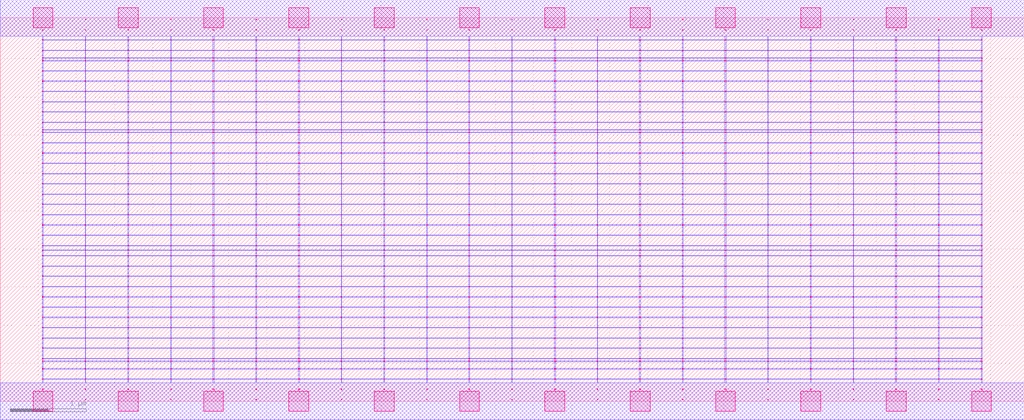
<source format=lef>
MACRO AAAOOAI3322_DEBUG
 CLASS CORE ;
 FOREIGN AAAOOAI3322_DEBUG 0 0 ;
 SIZE 13.44 BY 5.04 ;
 ORIGIN 0 0 ;
 SYMMETRY X Y R90 ;
 SITE unit ;

 OBS
    LAYER polycont ;
     RECT 6.71600000 2.58300000 6.72400000 2.59100000 ;
     RECT 6.71600000 2.71800000 6.72400000 2.72600000 ;
     RECT 6.71600000 2.85300000 6.72400000 2.86100000 ;
     RECT 6.71600000 2.98800000 6.72400000 2.99600000 ;
     RECT 8.95600000 2.58300000 8.96400000 2.59100000 ;
     RECT 9.51100000 2.58300000 9.52900000 2.59100000 ;
     RECT 10.07600000 2.58300000 10.08400000 2.59100000 ;
     RECT 10.63100000 2.58300000 10.64900000 2.59100000 ;
     RECT 11.19600000 2.58300000 11.20400000 2.59100000 ;
     RECT 11.75100000 2.58300000 11.76900000 2.59100000 ;
     RECT 12.31600000 2.58300000 12.32400000 2.59100000 ;
     RECT 12.87600000 2.58300000 12.88900000 2.59100000 ;
     RECT 7.27100000 2.58300000 7.28900000 2.59100000 ;
     RECT 7.27100000 2.71800000 7.28900000 2.72600000 ;
     RECT 7.83600000 2.71800000 7.84400000 2.72600000 ;
     RECT 8.39100000 2.71800000 8.40900000 2.72600000 ;
     RECT 8.95600000 2.71800000 8.96400000 2.72600000 ;
     RECT 9.51100000 2.71800000 9.52900000 2.72600000 ;
     RECT 10.07600000 2.71800000 10.08400000 2.72600000 ;
     RECT 10.63100000 2.71800000 10.64900000 2.72600000 ;
     RECT 11.19600000 2.71800000 11.20400000 2.72600000 ;
     RECT 11.75100000 2.71800000 11.76900000 2.72600000 ;
     RECT 12.31600000 2.71800000 12.32400000 2.72600000 ;
     RECT 12.87600000 2.71800000 12.88900000 2.72600000 ;
     RECT 7.83600000 2.58300000 7.84400000 2.59100000 ;
     RECT 7.27100000 2.85300000 7.28900000 2.86100000 ;
     RECT 7.83600000 2.85300000 7.84400000 2.86100000 ;
     RECT 8.39100000 2.85300000 8.40900000 2.86100000 ;
     RECT 8.95600000 2.85300000 8.96400000 2.86100000 ;
     RECT 9.51100000 2.85300000 9.52900000 2.86100000 ;
     RECT 10.07600000 2.85300000 10.08400000 2.86100000 ;
     RECT 10.63100000 2.85300000 10.64900000 2.86100000 ;
     RECT 11.19600000 2.85300000 11.20400000 2.86100000 ;
     RECT 11.75100000 2.85300000 11.76900000 2.86100000 ;
     RECT 12.31600000 2.85300000 12.32400000 2.86100000 ;
     RECT 12.87600000 2.85300000 12.88900000 2.86100000 ;
     RECT 8.39100000 2.58300000 8.40900000 2.59100000 ;
     RECT 7.27100000 2.98800000 7.28900000 2.99600000 ;
     RECT 7.83600000 2.98800000 7.84400000 2.99600000 ;
     RECT 8.39100000 2.98800000 8.40900000 2.99600000 ;
     RECT 8.95600000 2.98800000 8.96400000 2.99600000 ;
     RECT 9.51100000 2.98800000 9.52900000 2.99600000 ;
     RECT 10.07600000 2.98800000 10.08400000 2.99600000 ;
     RECT 10.63100000 2.98800000 10.64900000 2.99600000 ;
     RECT 11.19600000 2.98800000 11.20400000 2.99600000 ;
     RECT 11.75100000 2.98800000 11.76900000 2.99600000 ;
     RECT 12.31600000 2.98800000 12.32400000 2.99600000 ;
     RECT 12.87600000 2.98800000 12.88900000 2.99600000 ;
     RECT 1.67100000 2.85300000 1.68900000 2.86100000 ;
     RECT 2.23600000 2.85300000 2.24400000 2.86100000 ;
     RECT 2.79100000 2.85300000 2.80900000 2.86100000 ;
     RECT 3.35600000 2.85300000 3.36400000 2.86100000 ;
     RECT 3.91100000 2.85300000 3.92900000 2.86100000 ;
     RECT 4.47600000 2.85300000 4.48400000 2.86100000 ;
     RECT 5.03600000 2.85300000 5.04900000 2.86100000 ;
     RECT 5.59600000 2.85300000 5.60400000 2.86100000 ;
     RECT 6.15100000 2.85300000 6.16400000 2.86100000 ;
     RECT 1.11600000 2.71800000 1.12400000 2.72600000 ;
     RECT 1.67100000 2.71800000 1.68900000 2.72600000 ;
     RECT 2.23600000 2.71800000 2.24400000 2.72600000 ;
     RECT 2.79100000 2.71800000 2.80900000 2.72600000 ;
     RECT 3.35600000 2.71800000 3.36400000 2.72600000 ;
     RECT 3.91100000 2.71800000 3.92900000 2.72600000 ;
     RECT 4.47600000 2.71800000 4.48400000 2.72600000 ;
     RECT 5.03600000 2.71800000 5.04900000 2.72600000 ;
     RECT 5.59600000 2.71800000 5.60400000 2.72600000 ;
     RECT 6.15100000 2.71800000 6.16400000 2.72600000 ;
     RECT 1.11600000 2.58300000 1.12400000 2.59100000 ;
     RECT 1.67100000 2.58300000 1.68900000 2.59100000 ;
     RECT 0.55100000 2.98800000 0.56400000 2.99600000 ;
     RECT 1.11600000 2.98800000 1.12400000 2.99600000 ;
     RECT 1.67100000 2.98800000 1.68900000 2.99600000 ;
     RECT 2.23600000 2.98800000 2.24400000 2.99600000 ;
     RECT 2.79100000 2.98800000 2.80900000 2.99600000 ;
     RECT 3.35600000 2.98800000 3.36400000 2.99600000 ;
     RECT 3.91100000 2.98800000 3.92900000 2.99600000 ;
     RECT 4.47600000 2.98800000 4.48400000 2.99600000 ;
     RECT 5.03600000 2.98800000 5.04900000 2.99600000 ;
     RECT 5.59600000 2.98800000 5.60400000 2.99600000 ;
     RECT 6.15100000 2.98800000 6.16400000 2.99600000 ;
     RECT 2.23600000 2.58300000 2.24400000 2.59100000 ;
     RECT 2.79100000 2.58300000 2.80900000 2.59100000 ;
     RECT 3.35600000 2.58300000 3.36400000 2.59100000 ;
     RECT 3.91100000 2.58300000 3.92900000 2.59100000 ;
     RECT 4.47600000 2.58300000 4.48400000 2.59100000 ;
     RECT 5.03600000 2.58300000 5.04900000 2.59100000 ;
     RECT 5.59600000 2.58300000 5.60400000 2.59100000 ;
     RECT 6.15100000 2.58300000 6.16400000 2.59100000 ;
     RECT 0.55100000 2.58300000 0.56400000 2.59100000 ;
     RECT 0.55100000 2.71800000 0.56400000 2.72600000 ;
     RECT 0.55100000 2.85300000 0.56400000 2.86100000 ;
     RECT 1.11600000 2.85300000 1.12400000 2.86100000 ;
     RECT 5.59600000 3.12300000 5.60400000 3.13100000 ;
     RECT 5.59600000 3.25800000 5.60400000 3.26600000 ;
     RECT 5.59600000 3.39300000 5.60400000 3.40100000 ;
     RECT 5.59600000 3.52800000 5.60400000 3.53600000 ;
     RECT 5.59600000 3.56100000 5.60400000 3.56900000 ;
     RECT 5.59600000 3.66300000 5.60400000 3.67100000 ;
     RECT 5.59600000 3.79800000 5.60400000 3.80600000 ;
     RECT 5.59600000 3.93300000 5.60400000 3.94100000 ;
     RECT 5.59600000 4.06800000 5.60400000 4.07600000 ;
     RECT 5.59600000 4.20300000 5.60400000 4.21100000 ;
     RECT 5.59600000 4.33800000 5.60400000 4.34600000 ;
     RECT 5.59600000 4.47300000 5.60400000 4.48100000 ;
     RECT 5.59600000 4.51100000 5.60400000 4.51900000 ;
     RECT 5.59600000 4.60800000 5.60400000 4.61600000 ;
     RECT 5.59600000 4.74300000 5.60400000 4.75100000 ;
     RECT 5.59600000 4.87800000 5.60400000 4.88600000 ;
     RECT 5.59600000 1.09800000 5.60400000 1.10600000 ;
     RECT 5.59600000 1.23300000 5.60400000 1.24100000 ;
     RECT 5.59600000 1.36800000 5.60400000 1.37600000 ;
     RECT 5.59600000 1.50300000 5.60400000 1.51100000 ;
     RECT 5.59600000 1.63800000 5.60400000 1.64600000 ;
     RECT 5.59600000 1.77300000 5.60400000 1.78100000 ;
     RECT 5.59600000 1.90800000 5.60400000 1.91600000 ;
     RECT 5.59600000 1.98100000 5.60400000 1.98900000 ;
     RECT 5.59600000 2.04300000 5.60400000 2.05100000 ;
     RECT 5.59600000 2.17800000 5.60400000 2.18600000 ;
     RECT 5.59600000 2.31300000 5.60400000 2.32100000 ;
     RECT 5.59600000 2.44800000 5.60400000 2.45600000 ;
     RECT 5.59600000 0.15300000 5.60400000 0.16100000 ;
     RECT 5.59600000 0.28800000 5.60400000 0.29600000 ;
     RECT 5.59600000 0.42300000 5.60400000 0.43100000 ;
     RECT 5.59600000 0.52100000 5.60400000 0.52900000 ;
     RECT 5.59600000 0.55800000 5.60400000 0.56600000 ;
     RECT 5.59600000 0.69300000 5.60400000 0.70100000 ;
     RECT 5.59600000 0.82800000 5.60400000 0.83600000 ;
     RECT 5.59600000 0.96300000 5.60400000 0.97100000 ;

    LAYER pdiffc ;
     RECT 0.55100000 3.39300000 0.55900000 3.40100000 ;
     RECT 5.04100000 3.39300000 5.04900000 3.40100000 ;
     RECT 6.15100000 3.39300000 6.15900000 3.40100000 ;
     RECT 12.88100000 3.39300000 12.88900000 3.40100000 ;
     RECT 0.55100000 3.52800000 0.55900000 3.53600000 ;
     RECT 5.04100000 3.52800000 5.04900000 3.53600000 ;
     RECT 6.15100000 3.52800000 6.15900000 3.53600000 ;
     RECT 12.88100000 3.52800000 12.88900000 3.53600000 ;
     RECT 0.55100000 3.56100000 0.55900000 3.56900000 ;
     RECT 5.04100000 3.56100000 5.04900000 3.56900000 ;
     RECT 6.15100000 3.56100000 6.15900000 3.56900000 ;
     RECT 12.88100000 3.56100000 12.88900000 3.56900000 ;
     RECT 0.55100000 3.66300000 0.55900000 3.67100000 ;
     RECT 5.04100000 3.66300000 5.04900000 3.67100000 ;
     RECT 6.15100000 3.66300000 6.15900000 3.67100000 ;
     RECT 12.88100000 3.66300000 12.88900000 3.67100000 ;
     RECT 0.55100000 3.79800000 0.55900000 3.80600000 ;
     RECT 5.04100000 3.79800000 5.04900000 3.80600000 ;
     RECT 6.15100000 3.79800000 6.15900000 3.80600000 ;
     RECT 12.88100000 3.79800000 12.88900000 3.80600000 ;
     RECT 0.55100000 3.93300000 0.55900000 3.94100000 ;
     RECT 5.04100000 3.93300000 5.04900000 3.94100000 ;
     RECT 6.15100000 3.93300000 6.15900000 3.94100000 ;
     RECT 12.88100000 3.93300000 12.88900000 3.94100000 ;
     RECT 0.55100000 4.06800000 0.55900000 4.07600000 ;
     RECT 5.04100000 4.06800000 5.04900000 4.07600000 ;
     RECT 6.15100000 4.06800000 6.15900000 4.07600000 ;
     RECT 12.88100000 4.06800000 12.88900000 4.07600000 ;
     RECT 0.55100000 4.20300000 0.55900000 4.21100000 ;
     RECT 5.04100000 4.20300000 5.04900000 4.21100000 ;
     RECT 6.15100000 4.20300000 6.15900000 4.21100000 ;
     RECT 12.88100000 4.20300000 12.88900000 4.21100000 ;
     RECT 0.55100000 4.33800000 0.55900000 4.34600000 ;
     RECT 5.04100000 4.33800000 5.04900000 4.34600000 ;
     RECT 6.15100000 4.33800000 6.15900000 4.34600000 ;
     RECT 12.88100000 4.33800000 12.88900000 4.34600000 ;
     RECT 0.55100000 4.47300000 0.55900000 4.48100000 ;
     RECT 5.04100000 4.47300000 5.04900000 4.48100000 ;
     RECT 6.15100000 4.47300000 6.15900000 4.48100000 ;
     RECT 12.88100000 4.47300000 12.88900000 4.48100000 ;
     RECT 0.55100000 4.51100000 0.55900000 4.51900000 ;
     RECT 5.04100000 4.51100000 5.04900000 4.51900000 ;
     RECT 6.15100000 4.51100000 6.15900000 4.51900000 ;
     RECT 12.88100000 4.51100000 12.88900000 4.51900000 ;
     RECT 0.55100000 4.60800000 0.55900000 4.61600000 ;
     RECT 5.04100000 4.60800000 5.04900000 4.61600000 ;
     RECT 6.15100000 4.60800000 6.15900000 4.61600000 ;
     RECT 12.88100000 4.60800000 12.88900000 4.61600000 ;

    LAYER ndiffc ;
     RECT 7.27100000 0.42300000 7.28900000 0.43100000 ;
     RECT 8.39100000 0.42300000 8.40900000 0.43100000 ;
     RECT 9.51100000 0.42300000 9.52900000 0.43100000 ;
     RECT 10.63100000 0.42300000 10.64900000 0.43100000 ;
     RECT 11.75100000 0.42300000 11.76900000 0.43100000 ;
     RECT 12.87600000 0.42300000 12.88900000 0.43100000 ;
     RECT 7.27100000 0.52100000 7.28900000 0.52900000 ;
     RECT 8.39100000 0.52100000 8.40900000 0.52900000 ;
     RECT 9.51100000 0.52100000 9.52900000 0.52900000 ;
     RECT 10.63100000 0.52100000 10.64900000 0.52900000 ;
     RECT 11.75100000 0.52100000 11.76900000 0.52900000 ;
     RECT 12.87600000 0.52100000 12.88900000 0.52900000 ;
     RECT 7.27100000 0.55800000 7.28900000 0.56600000 ;
     RECT 8.39100000 0.55800000 8.40900000 0.56600000 ;
     RECT 9.51100000 0.55800000 9.52900000 0.56600000 ;
     RECT 10.63100000 0.55800000 10.64900000 0.56600000 ;
     RECT 11.75100000 0.55800000 11.76900000 0.56600000 ;
     RECT 12.87600000 0.55800000 12.88900000 0.56600000 ;
     RECT 7.27100000 0.69300000 7.28900000 0.70100000 ;
     RECT 8.39100000 0.69300000 8.40900000 0.70100000 ;
     RECT 9.51100000 0.69300000 9.52900000 0.70100000 ;
     RECT 10.63100000 0.69300000 10.64900000 0.70100000 ;
     RECT 11.75100000 0.69300000 11.76900000 0.70100000 ;
     RECT 12.87600000 0.69300000 12.88900000 0.70100000 ;
     RECT 7.27100000 0.82800000 7.28900000 0.83600000 ;
     RECT 8.39100000 0.82800000 8.40900000 0.83600000 ;
     RECT 9.51100000 0.82800000 9.52900000 0.83600000 ;
     RECT 10.63100000 0.82800000 10.64900000 0.83600000 ;
     RECT 11.75100000 0.82800000 11.76900000 0.83600000 ;
     RECT 12.87600000 0.82800000 12.88900000 0.83600000 ;
     RECT 7.27100000 0.96300000 7.28900000 0.97100000 ;
     RECT 8.39100000 0.96300000 8.40900000 0.97100000 ;
     RECT 9.51100000 0.96300000 9.52900000 0.97100000 ;
     RECT 10.63100000 0.96300000 10.64900000 0.97100000 ;
     RECT 11.75100000 0.96300000 11.76900000 0.97100000 ;
     RECT 12.87600000 0.96300000 12.88900000 0.97100000 ;
     RECT 7.27100000 1.09800000 7.28900000 1.10600000 ;
     RECT 8.39100000 1.09800000 8.40900000 1.10600000 ;
     RECT 9.51100000 1.09800000 9.52900000 1.10600000 ;
     RECT 10.63100000 1.09800000 10.64900000 1.10600000 ;
     RECT 11.75100000 1.09800000 11.76900000 1.10600000 ;
     RECT 12.87600000 1.09800000 12.88900000 1.10600000 ;
     RECT 7.27100000 1.23300000 7.28900000 1.24100000 ;
     RECT 8.39100000 1.23300000 8.40900000 1.24100000 ;
     RECT 9.51100000 1.23300000 9.52900000 1.24100000 ;
     RECT 10.63100000 1.23300000 10.64900000 1.24100000 ;
     RECT 11.75100000 1.23300000 11.76900000 1.24100000 ;
     RECT 12.87600000 1.23300000 12.88900000 1.24100000 ;
     RECT 7.27100000 1.36800000 7.28900000 1.37600000 ;
     RECT 8.39100000 1.36800000 8.40900000 1.37600000 ;
     RECT 9.51100000 1.36800000 9.52900000 1.37600000 ;
     RECT 10.63100000 1.36800000 10.64900000 1.37600000 ;
     RECT 11.75100000 1.36800000 11.76900000 1.37600000 ;
     RECT 12.87600000 1.36800000 12.88900000 1.37600000 ;
     RECT 7.27100000 1.50300000 7.28900000 1.51100000 ;
     RECT 8.39100000 1.50300000 8.40900000 1.51100000 ;
     RECT 9.51100000 1.50300000 9.52900000 1.51100000 ;
     RECT 10.63100000 1.50300000 10.64900000 1.51100000 ;
     RECT 11.75100000 1.50300000 11.76900000 1.51100000 ;
     RECT 12.87600000 1.50300000 12.88900000 1.51100000 ;
     RECT 7.27100000 1.63800000 7.28900000 1.64600000 ;
     RECT 8.39100000 1.63800000 8.40900000 1.64600000 ;
     RECT 9.51100000 1.63800000 9.52900000 1.64600000 ;
     RECT 10.63100000 1.63800000 10.64900000 1.64600000 ;
     RECT 11.75100000 1.63800000 11.76900000 1.64600000 ;
     RECT 12.87600000 1.63800000 12.88900000 1.64600000 ;
     RECT 7.27100000 1.77300000 7.28900000 1.78100000 ;
     RECT 8.39100000 1.77300000 8.40900000 1.78100000 ;
     RECT 9.51100000 1.77300000 9.52900000 1.78100000 ;
     RECT 10.63100000 1.77300000 10.64900000 1.78100000 ;
     RECT 11.75100000 1.77300000 11.76900000 1.78100000 ;
     RECT 12.87600000 1.77300000 12.88900000 1.78100000 ;
     RECT 7.27100000 1.90800000 7.28900000 1.91600000 ;
     RECT 8.39100000 1.90800000 8.40900000 1.91600000 ;
     RECT 9.51100000 1.90800000 9.52900000 1.91600000 ;
     RECT 10.63100000 1.90800000 10.64900000 1.91600000 ;
     RECT 11.75100000 1.90800000 11.76900000 1.91600000 ;
     RECT 12.87600000 1.90800000 12.88900000 1.91600000 ;
     RECT 7.27100000 1.98100000 7.28900000 1.98900000 ;
     RECT 8.39100000 1.98100000 8.40900000 1.98900000 ;
     RECT 9.51100000 1.98100000 9.52900000 1.98900000 ;
     RECT 10.63100000 1.98100000 10.64900000 1.98900000 ;
     RECT 11.75100000 1.98100000 11.76900000 1.98900000 ;
     RECT 12.87600000 1.98100000 12.88900000 1.98900000 ;
     RECT 7.27100000 2.04300000 7.28900000 2.05100000 ;
     RECT 8.39100000 2.04300000 8.40900000 2.05100000 ;
     RECT 9.51100000 2.04300000 9.52900000 2.05100000 ;
     RECT 10.63100000 2.04300000 10.64900000 2.05100000 ;
     RECT 11.75100000 2.04300000 11.76900000 2.05100000 ;
     RECT 12.87600000 2.04300000 12.88900000 2.05100000 ;
     RECT 0.55100000 0.42300000 0.56400000 0.43100000 ;
     RECT 1.67100000 0.42300000 1.68900000 0.43100000 ;
     RECT 2.79100000 0.42300000 2.80900000 0.43100000 ;
     RECT 3.91100000 0.42300000 3.92900000 0.43100000 ;
     RECT 5.03600000 0.42300000 5.04900000 0.43100000 ;
     RECT 6.15100000 0.42300000 6.16400000 0.43100000 ;
     RECT 0.55100000 1.36800000 0.56400000 1.37600000 ;
     RECT 1.67100000 1.36800000 1.68900000 1.37600000 ;
     RECT 2.79100000 1.36800000 2.80900000 1.37600000 ;
     RECT 3.91100000 1.36800000 3.92900000 1.37600000 ;
     RECT 5.03600000 1.36800000 5.04900000 1.37600000 ;
     RECT 6.15100000 1.36800000 6.16400000 1.37600000 ;
     RECT 0.55100000 0.82800000 0.56400000 0.83600000 ;
     RECT 1.67100000 0.82800000 1.68900000 0.83600000 ;
     RECT 2.79100000 0.82800000 2.80900000 0.83600000 ;
     RECT 3.91100000 0.82800000 3.92900000 0.83600000 ;
     RECT 5.03600000 0.82800000 5.04900000 0.83600000 ;
     RECT 6.15100000 0.82800000 6.16400000 0.83600000 ;
     RECT 0.55100000 1.50300000 0.56400000 1.51100000 ;
     RECT 1.67100000 1.50300000 1.68900000 1.51100000 ;
     RECT 2.79100000 1.50300000 2.80900000 1.51100000 ;
     RECT 3.91100000 1.50300000 3.92900000 1.51100000 ;
     RECT 5.03600000 1.50300000 5.04900000 1.51100000 ;
     RECT 6.15100000 1.50300000 6.16400000 1.51100000 ;
     RECT 0.55100000 0.55800000 0.56400000 0.56600000 ;
     RECT 1.67100000 0.55800000 1.68900000 0.56600000 ;
     RECT 2.79100000 0.55800000 2.80900000 0.56600000 ;
     RECT 3.91100000 0.55800000 3.92900000 0.56600000 ;
     RECT 5.03600000 0.55800000 5.04900000 0.56600000 ;
     RECT 6.15100000 0.55800000 6.16400000 0.56600000 ;
     RECT 0.55100000 1.63800000 0.56400000 1.64600000 ;
     RECT 1.67100000 1.63800000 1.68900000 1.64600000 ;
     RECT 2.79100000 1.63800000 2.80900000 1.64600000 ;
     RECT 3.91100000 1.63800000 3.92900000 1.64600000 ;
     RECT 5.03600000 1.63800000 5.04900000 1.64600000 ;
     RECT 6.15100000 1.63800000 6.16400000 1.64600000 ;
     RECT 0.55100000 0.96300000 0.56400000 0.97100000 ;
     RECT 1.67100000 0.96300000 1.68900000 0.97100000 ;
     RECT 2.79100000 0.96300000 2.80900000 0.97100000 ;
     RECT 3.91100000 0.96300000 3.92900000 0.97100000 ;
     RECT 5.03600000 0.96300000 5.04900000 0.97100000 ;
     RECT 6.15100000 0.96300000 6.16400000 0.97100000 ;
     RECT 0.55100000 1.77300000 0.56400000 1.78100000 ;
     RECT 1.67100000 1.77300000 1.68900000 1.78100000 ;
     RECT 2.79100000 1.77300000 2.80900000 1.78100000 ;
     RECT 3.91100000 1.77300000 3.92900000 1.78100000 ;
     RECT 5.03600000 1.77300000 5.04900000 1.78100000 ;
     RECT 6.15100000 1.77300000 6.16400000 1.78100000 ;
     RECT 0.55100000 0.52100000 0.56400000 0.52900000 ;
     RECT 1.67100000 0.52100000 1.68900000 0.52900000 ;
     RECT 2.79100000 0.52100000 2.80900000 0.52900000 ;
     RECT 3.91100000 0.52100000 3.92900000 0.52900000 ;
     RECT 5.03600000 0.52100000 5.04900000 0.52900000 ;
     RECT 6.15100000 0.52100000 6.16400000 0.52900000 ;
     RECT 0.55100000 1.90800000 0.56400000 1.91600000 ;
     RECT 1.67100000 1.90800000 1.68900000 1.91600000 ;
     RECT 2.79100000 1.90800000 2.80900000 1.91600000 ;
     RECT 3.91100000 1.90800000 3.92900000 1.91600000 ;
     RECT 5.03600000 1.90800000 5.04900000 1.91600000 ;
     RECT 6.15100000 1.90800000 6.16400000 1.91600000 ;
     RECT 0.55100000 1.09800000 0.56400000 1.10600000 ;
     RECT 1.67100000 1.09800000 1.68900000 1.10600000 ;
     RECT 2.79100000 1.09800000 2.80900000 1.10600000 ;
     RECT 3.91100000 1.09800000 3.92900000 1.10600000 ;
     RECT 5.03600000 1.09800000 5.04900000 1.10600000 ;
     RECT 6.15100000 1.09800000 6.16400000 1.10600000 ;
     RECT 0.55100000 1.98100000 0.56400000 1.98900000 ;
     RECT 1.67100000 1.98100000 1.68900000 1.98900000 ;
     RECT 2.79100000 1.98100000 2.80900000 1.98900000 ;
     RECT 3.91100000 1.98100000 3.92900000 1.98900000 ;
     RECT 5.03600000 1.98100000 5.04900000 1.98900000 ;
     RECT 6.15100000 1.98100000 6.16400000 1.98900000 ;
     RECT 0.55100000 0.69300000 0.56400000 0.70100000 ;
     RECT 1.67100000 0.69300000 1.68900000 0.70100000 ;
     RECT 2.79100000 0.69300000 2.80900000 0.70100000 ;
     RECT 3.91100000 0.69300000 3.92900000 0.70100000 ;
     RECT 5.03600000 0.69300000 5.04900000 0.70100000 ;
     RECT 6.15100000 0.69300000 6.16400000 0.70100000 ;
     RECT 0.55100000 2.04300000 0.56400000 2.05100000 ;
     RECT 1.67100000 2.04300000 1.68900000 2.05100000 ;
     RECT 2.79100000 2.04300000 2.80900000 2.05100000 ;
     RECT 3.91100000 2.04300000 3.92900000 2.05100000 ;
     RECT 5.03600000 2.04300000 5.04900000 2.05100000 ;
     RECT 6.15100000 2.04300000 6.16400000 2.05100000 ;
     RECT 0.55100000 1.23300000 0.56400000 1.24100000 ;
     RECT 1.67100000 1.23300000 1.68900000 1.24100000 ;
     RECT 2.79100000 1.23300000 2.80900000 1.24100000 ;
     RECT 3.91100000 1.23300000 3.92900000 1.24100000 ;
     RECT 5.03600000 1.23300000 5.04900000 1.24100000 ;
     RECT 6.15100000 1.23300000 6.16400000 1.24100000 ;

    LAYER met1 ;
     RECT 0.00000000 -0.24000000 13.44000000 0.24000000 ;
     RECT 6.71600000 0.24000000 6.72400000 0.28800000 ;
     RECT 0.55100000 0.28800000 12.88900000 0.29600000 ;
     RECT 6.71600000 0.29600000 6.72400000 0.42300000 ;
     RECT 0.55100000 0.42300000 12.88900000 0.43100000 ;
     RECT 6.71600000 0.43100000 6.72400000 0.52100000 ;
     RECT 0.55100000 0.52100000 12.88900000 0.52900000 ;
     RECT 6.71600000 0.52900000 6.72400000 0.55800000 ;
     RECT 0.55100000 0.55800000 12.88900000 0.56600000 ;
     RECT 6.71600000 0.56600000 6.72400000 0.69300000 ;
     RECT 0.55100000 0.69300000 12.88900000 0.70100000 ;
     RECT 6.71600000 0.70100000 6.72400000 0.82800000 ;
     RECT 0.55100000 0.82800000 12.88900000 0.83600000 ;
     RECT 6.71600000 0.83600000 6.72400000 0.96300000 ;
     RECT 0.55100000 0.96300000 12.88900000 0.97100000 ;
     RECT 6.71600000 0.97100000 6.72400000 1.09800000 ;
     RECT 0.55100000 1.09800000 12.88900000 1.10600000 ;
     RECT 6.71600000 1.10600000 6.72400000 1.23300000 ;
     RECT 0.55100000 1.23300000 12.88900000 1.24100000 ;
     RECT 6.71600000 1.24100000 6.72400000 1.36800000 ;
     RECT 0.55100000 1.36800000 12.88900000 1.37600000 ;
     RECT 6.71600000 1.37600000 6.72400000 1.50300000 ;
     RECT 0.55100000 1.50300000 12.88900000 1.51100000 ;
     RECT 6.71600000 1.51100000 6.72400000 1.63800000 ;
     RECT 0.55100000 1.63800000 12.88900000 1.64600000 ;
     RECT 6.71600000 1.64600000 6.72400000 1.77300000 ;
     RECT 0.55100000 1.77300000 12.88900000 1.78100000 ;
     RECT 6.71600000 1.78100000 6.72400000 1.90800000 ;
     RECT 0.55100000 1.90800000 12.88900000 1.91600000 ;
     RECT 6.71600000 1.91600000 6.72400000 1.98100000 ;
     RECT 0.55100000 1.98100000 12.88900000 1.98900000 ;
     RECT 6.71600000 1.98900000 6.72400000 2.04300000 ;
     RECT 0.55100000 2.04300000 12.88900000 2.05100000 ;
     RECT 6.71600000 2.05100000 6.72400000 2.17800000 ;
     RECT 0.55100000 2.17800000 12.88900000 2.18600000 ;
     RECT 6.71600000 2.18600000 6.72400000 2.31300000 ;
     RECT 0.55100000 2.31300000 12.88900000 2.32100000 ;
     RECT 6.71600000 2.32100000 6.72400000 2.44800000 ;
     RECT 0.55100000 2.44800000 12.88900000 2.45600000 ;
     RECT 0.55100000 2.45600000 0.56400000 2.58300000 ;
     RECT 1.11600000 2.45600000 1.12400000 2.58300000 ;
     RECT 1.67100000 2.45600000 1.68900000 2.58300000 ;
     RECT 2.23600000 2.45600000 2.24400000 2.58300000 ;
     RECT 2.79100000 2.45600000 2.80900000 2.58300000 ;
     RECT 3.35600000 2.45600000 3.36400000 2.58300000 ;
     RECT 3.91100000 2.45600000 3.92900000 2.58300000 ;
     RECT 4.47600000 2.45600000 4.48400000 2.58300000 ;
     RECT 5.03600000 2.45600000 5.04900000 2.58300000 ;
     RECT 5.59600000 2.45600000 5.60400000 2.58300000 ;
     RECT 6.15100000 2.45600000 6.16400000 2.58300000 ;
     RECT 6.71600000 2.45600000 6.72400000 2.58300000 ;
     RECT 7.27100000 2.45600000 7.28900000 2.58300000 ;
     RECT 7.83600000 2.45600000 7.84400000 2.58300000 ;
     RECT 8.39100000 2.45600000 8.40900000 2.58300000 ;
     RECT 8.95600000 2.45600000 8.96400000 2.58300000 ;
     RECT 9.51100000 2.45600000 9.52900000 2.58300000 ;
     RECT 10.07600000 2.45600000 10.08400000 2.58300000 ;
     RECT 10.63100000 2.45600000 10.64900000 2.58300000 ;
     RECT 11.19600000 2.45600000 11.20400000 2.58300000 ;
     RECT 11.75100000 2.45600000 11.76900000 2.58300000 ;
     RECT 12.31600000 2.45600000 12.32400000 2.58300000 ;
     RECT 12.87600000 2.45600000 12.88900000 2.58300000 ;
     RECT 0.55100000 2.58300000 12.88900000 2.59100000 ;
     RECT 6.71600000 2.59100000 6.72400000 2.71800000 ;
     RECT 0.55100000 2.71800000 12.88900000 2.72600000 ;
     RECT 6.71600000 2.72600000 6.72400000 2.85300000 ;
     RECT 0.55100000 2.85300000 12.88900000 2.86100000 ;
     RECT 6.71600000 2.86100000 6.72400000 2.98800000 ;
     RECT 0.55100000 2.98800000 12.88900000 2.99600000 ;
     RECT 6.71600000 2.99600000 6.72400000 3.12300000 ;
     RECT 0.55100000 3.12300000 12.88900000 3.13100000 ;
     RECT 6.71600000 3.13100000 6.72400000 3.25800000 ;
     RECT 0.55100000 3.25800000 12.88900000 3.26600000 ;
     RECT 6.71600000 3.26600000 6.72400000 3.39300000 ;
     RECT 0.55100000 3.39300000 12.88900000 3.40100000 ;
     RECT 6.71600000 3.40100000 6.72400000 3.52800000 ;
     RECT 0.55100000 3.52800000 12.88900000 3.53600000 ;
     RECT 6.71600000 3.53600000 6.72400000 3.56100000 ;
     RECT 0.55100000 3.56100000 12.88900000 3.56900000 ;
     RECT 6.71600000 3.56900000 6.72400000 3.66300000 ;
     RECT 0.55100000 3.66300000 12.88900000 3.67100000 ;
     RECT 6.71600000 3.67100000 6.72400000 3.79800000 ;
     RECT 0.55100000 3.79800000 12.88900000 3.80600000 ;
     RECT 6.71600000 3.80600000 6.72400000 3.93300000 ;
     RECT 0.55100000 3.93300000 12.88900000 3.94100000 ;
     RECT 6.71600000 3.94100000 6.72400000 4.06800000 ;
     RECT 0.55100000 4.06800000 12.88900000 4.07600000 ;
     RECT 6.71600000 4.07600000 6.72400000 4.20300000 ;
     RECT 0.55100000 4.20300000 12.88900000 4.21100000 ;
     RECT 6.71600000 4.21100000 6.72400000 4.33800000 ;
     RECT 0.55100000 4.33800000 12.88900000 4.34600000 ;
     RECT 6.71600000 4.34600000 6.72400000 4.47300000 ;
     RECT 0.55100000 4.47300000 12.88900000 4.48100000 ;
     RECT 6.71600000 4.48100000 6.72400000 4.51100000 ;
     RECT 0.55100000 4.51100000 12.88900000 4.51900000 ;
     RECT 6.71600000 4.51900000 6.72400000 4.60800000 ;
     RECT 0.55100000 4.60800000 12.88900000 4.61600000 ;
     RECT 6.71600000 4.61600000 6.72400000 4.74300000 ;
     RECT 0.55100000 4.74300000 12.88900000 4.75100000 ;
     RECT 6.71600000 4.75100000 6.72400000 4.80000000 ;
     RECT 0.00000000 4.80000000 13.44000000 5.28000000 ;
     RECT 10.07600000 2.59100000 10.08400000 2.71800000 ;
     RECT 10.07600000 2.99600000 10.08400000 3.12300000 ;
     RECT 10.07600000 3.13100000 10.08400000 3.25800000 ;
     RECT 10.07600000 3.26600000 10.08400000 3.39300000 ;
     RECT 10.07600000 3.40100000 10.08400000 3.52800000 ;
     RECT 10.07600000 3.53600000 10.08400000 3.56100000 ;
     RECT 10.07600000 3.56900000 10.08400000 3.66300000 ;
     RECT 10.07600000 3.67100000 10.08400000 3.79800000 ;
     RECT 10.07600000 2.72600000 10.08400000 2.85300000 ;
     RECT 7.27100000 3.80600000 7.28900000 3.93300000 ;
     RECT 7.83600000 3.80600000 7.84400000 3.93300000 ;
     RECT 8.39100000 3.80600000 8.40900000 3.93300000 ;
     RECT 8.95600000 3.80600000 8.96400000 3.93300000 ;
     RECT 9.51100000 3.80600000 9.52900000 3.93300000 ;
     RECT 10.07600000 3.80600000 10.08400000 3.93300000 ;
     RECT 10.63100000 3.80600000 10.64900000 3.93300000 ;
     RECT 11.19600000 3.80600000 11.20400000 3.93300000 ;
     RECT 11.75100000 3.80600000 11.76900000 3.93300000 ;
     RECT 12.31600000 3.80600000 12.32400000 3.93300000 ;
     RECT 12.87600000 3.80600000 12.88900000 3.93300000 ;
     RECT 10.07600000 3.94100000 10.08400000 4.06800000 ;
     RECT 10.07600000 4.07600000 10.08400000 4.20300000 ;
     RECT 10.07600000 4.21100000 10.08400000 4.33800000 ;
     RECT 10.07600000 4.34600000 10.08400000 4.47300000 ;
     RECT 10.07600000 4.48100000 10.08400000 4.51100000 ;
     RECT 10.07600000 2.86100000 10.08400000 2.98800000 ;
     RECT 10.07600000 4.51900000 10.08400000 4.60800000 ;
     RECT 10.07600000 4.61600000 10.08400000 4.74300000 ;
     RECT 10.07600000 4.75100000 10.08400000 4.80000000 ;
     RECT 11.75100000 4.07600000 11.76900000 4.20300000 ;
     RECT 12.31600000 4.07600000 12.32400000 4.20300000 ;
     RECT 12.87600000 4.07600000 12.88900000 4.20300000 ;
     RECT 11.19600000 3.94100000 11.20400000 4.06800000 ;
     RECT 10.63100000 4.21100000 10.64900000 4.33800000 ;
     RECT 11.19600000 4.21100000 11.20400000 4.33800000 ;
     RECT 11.75100000 4.21100000 11.76900000 4.33800000 ;
     RECT 12.31600000 4.21100000 12.32400000 4.33800000 ;
     RECT 12.87600000 4.21100000 12.88900000 4.33800000 ;
     RECT 11.75100000 3.94100000 11.76900000 4.06800000 ;
     RECT 10.63100000 4.34600000 10.64900000 4.47300000 ;
     RECT 11.19600000 4.34600000 11.20400000 4.47300000 ;
     RECT 11.75100000 4.34600000 11.76900000 4.47300000 ;
     RECT 12.31600000 4.34600000 12.32400000 4.47300000 ;
     RECT 12.87600000 4.34600000 12.88900000 4.47300000 ;
     RECT 12.31600000 3.94100000 12.32400000 4.06800000 ;
     RECT 10.63100000 4.48100000 10.64900000 4.51100000 ;
     RECT 11.19600000 4.48100000 11.20400000 4.51100000 ;
     RECT 11.75100000 4.48100000 11.76900000 4.51100000 ;
     RECT 12.31600000 4.48100000 12.32400000 4.51100000 ;
     RECT 12.87600000 4.48100000 12.88900000 4.51100000 ;
     RECT 12.87600000 3.94100000 12.88900000 4.06800000 ;
     RECT 10.63100000 3.94100000 10.64900000 4.06800000 ;
     RECT 10.63100000 4.51900000 10.64900000 4.60800000 ;
     RECT 11.19600000 4.51900000 11.20400000 4.60800000 ;
     RECT 11.75100000 4.51900000 11.76900000 4.60800000 ;
     RECT 12.31600000 4.51900000 12.32400000 4.60800000 ;
     RECT 12.87600000 4.51900000 12.88900000 4.60800000 ;
     RECT 10.63100000 4.07600000 10.64900000 4.20300000 ;
     RECT 10.63100000 4.61600000 10.64900000 4.74300000 ;
     RECT 11.19600000 4.61600000 11.20400000 4.74300000 ;
     RECT 11.75100000 4.61600000 11.76900000 4.74300000 ;
     RECT 12.31600000 4.61600000 12.32400000 4.74300000 ;
     RECT 12.87600000 4.61600000 12.88900000 4.74300000 ;
     RECT 11.19600000 4.07600000 11.20400000 4.20300000 ;
     RECT 10.63100000 4.75100000 10.64900000 4.80000000 ;
     RECT 11.19600000 4.75100000 11.20400000 4.80000000 ;
     RECT 11.75100000 4.75100000 11.76900000 4.80000000 ;
     RECT 12.31600000 4.75100000 12.32400000 4.80000000 ;
     RECT 12.87600000 4.75100000 12.88900000 4.80000000 ;
     RECT 8.39100000 4.21100000 8.40900000 4.33800000 ;
     RECT 8.95600000 4.21100000 8.96400000 4.33800000 ;
     RECT 9.51100000 4.21100000 9.52900000 4.33800000 ;
     RECT 7.83600000 4.07600000 7.84400000 4.20300000 ;
     RECT 8.39100000 4.07600000 8.40900000 4.20300000 ;
     RECT 8.95600000 4.07600000 8.96400000 4.20300000 ;
     RECT 9.51100000 4.07600000 9.52900000 4.20300000 ;
     RECT 7.27100000 4.51900000 7.28900000 4.60800000 ;
     RECT 7.83600000 4.51900000 7.84400000 4.60800000 ;
     RECT 8.39100000 4.51900000 8.40900000 4.60800000 ;
     RECT 8.95600000 4.51900000 8.96400000 4.60800000 ;
     RECT 9.51100000 4.51900000 9.52900000 4.60800000 ;
     RECT 7.83600000 3.94100000 7.84400000 4.06800000 ;
     RECT 8.39100000 3.94100000 8.40900000 4.06800000 ;
     RECT 7.27100000 4.34600000 7.28900000 4.47300000 ;
     RECT 7.83600000 4.34600000 7.84400000 4.47300000 ;
     RECT 8.39100000 4.34600000 8.40900000 4.47300000 ;
     RECT 8.95600000 4.34600000 8.96400000 4.47300000 ;
     RECT 7.27100000 4.61600000 7.28900000 4.74300000 ;
     RECT 7.83600000 4.61600000 7.84400000 4.74300000 ;
     RECT 8.39100000 4.61600000 8.40900000 4.74300000 ;
     RECT 8.95600000 4.61600000 8.96400000 4.74300000 ;
     RECT 9.51100000 4.61600000 9.52900000 4.74300000 ;
     RECT 9.51100000 4.34600000 9.52900000 4.47300000 ;
     RECT 8.95600000 3.94100000 8.96400000 4.06800000 ;
     RECT 9.51100000 3.94100000 9.52900000 4.06800000 ;
     RECT 7.27100000 3.94100000 7.28900000 4.06800000 ;
     RECT 7.27100000 4.07600000 7.28900000 4.20300000 ;
     RECT 7.27100000 4.21100000 7.28900000 4.33800000 ;
     RECT 7.27100000 4.75100000 7.28900000 4.80000000 ;
     RECT 7.83600000 4.75100000 7.84400000 4.80000000 ;
     RECT 8.39100000 4.75100000 8.40900000 4.80000000 ;
     RECT 8.95600000 4.75100000 8.96400000 4.80000000 ;
     RECT 9.51100000 4.75100000 9.52900000 4.80000000 ;
     RECT 7.83600000 4.21100000 7.84400000 4.33800000 ;
     RECT 7.27100000 4.48100000 7.28900000 4.51100000 ;
     RECT 7.83600000 4.48100000 7.84400000 4.51100000 ;
     RECT 8.39100000 4.48100000 8.40900000 4.51100000 ;
     RECT 8.95600000 4.48100000 8.96400000 4.51100000 ;
     RECT 9.51100000 4.48100000 9.52900000 4.51100000 ;
     RECT 7.83600000 2.99600000 7.84400000 3.12300000 ;
     RECT 7.27100000 2.59100000 7.28900000 2.71800000 ;
     RECT 8.39100000 2.86100000 8.40900000 2.98800000 ;
     RECT 8.95600000 2.86100000 8.96400000 2.98800000 ;
     RECT 7.27100000 3.40100000 7.28900000 3.52800000 ;
     RECT 7.83600000 3.40100000 7.84400000 3.52800000 ;
     RECT 8.39100000 3.40100000 8.40900000 3.52800000 ;
     RECT 8.95600000 3.40100000 8.96400000 3.52800000 ;
     RECT 9.51100000 3.40100000 9.52900000 3.52800000 ;
     RECT 8.39100000 2.99600000 8.40900000 3.12300000 ;
     RECT 7.83600000 2.59100000 7.84400000 2.71800000 ;
     RECT 7.27100000 2.72600000 7.28900000 2.85300000 ;
     RECT 7.27100000 3.53600000 7.28900000 3.56100000 ;
     RECT 7.83600000 3.53600000 7.84400000 3.56100000 ;
     RECT 8.39100000 3.53600000 8.40900000 3.56100000 ;
     RECT 9.51100000 2.86100000 9.52900000 2.98800000 ;
     RECT 8.95600000 3.53600000 8.96400000 3.56100000 ;
     RECT 9.51100000 3.53600000 9.52900000 3.56100000 ;
     RECT 8.95600000 2.99600000 8.96400000 3.12300000 ;
     RECT 7.83600000 2.72600000 7.84400000 2.85300000 ;
     RECT 8.39100000 2.72600000 8.40900000 2.85300000 ;
     RECT 7.27100000 3.56900000 7.28900000 3.66300000 ;
     RECT 7.83600000 3.56900000 7.84400000 3.66300000 ;
     RECT 8.39100000 3.56900000 8.40900000 3.66300000 ;
     RECT 8.95600000 3.56900000 8.96400000 3.66300000 ;
     RECT 9.51100000 3.56900000 9.52900000 3.66300000 ;
     RECT 8.39100000 2.59100000 8.40900000 2.71800000 ;
     RECT 8.95600000 2.59100000 8.96400000 2.71800000 ;
     RECT 9.51100000 2.99600000 9.52900000 3.12300000 ;
     RECT 8.95600000 2.72600000 8.96400000 2.85300000 ;
     RECT 9.51100000 2.72600000 9.52900000 2.85300000 ;
     RECT 7.27100000 3.67100000 7.28900000 3.79800000 ;
     RECT 7.83600000 3.67100000 7.84400000 3.79800000 ;
     RECT 8.39100000 3.67100000 8.40900000 3.79800000 ;
     RECT 8.95600000 3.67100000 8.96400000 3.79800000 ;
     RECT 9.51100000 3.67100000 9.52900000 3.79800000 ;
     RECT 9.51100000 2.59100000 9.52900000 2.71800000 ;
     RECT 7.27100000 3.13100000 7.28900000 3.25800000 ;
     RECT 7.83600000 3.13100000 7.84400000 3.25800000 ;
     RECT 7.27100000 2.86100000 7.28900000 2.98800000 ;
     RECT 7.83600000 2.86100000 7.84400000 2.98800000 ;
     RECT 8.39100000 3.13100000 8.40900000 3.25800000 ;
     RECT 8.95600000 3.13100000 8.96400000 3.25800000 ;
     RECT 9.51100000 3.13100000 9.52900000 3.25800000 ;
     RECT 7.27100000 2.99600000 7.28900000 3.12300000 ;
     RECT 7.27100000 3.26600000 7.28900000 3.39300000 ;
     RECT 7.83600000 3.26600000 7.84400000 3.39300000 ;
     RECT 8.39100000 3.26600000 8.40900000 3.39300000 ;
     RECT 8.95600000 3.26600000 8.96400000 3.39300000 ;
     RECT 9.51100000 3.26600000 9.52900000 3.39300000 ;
     RECT 10.63100000 3.13100000 10.64900000 3.25800000 ;
     RECT 11.19600000 3.13100000 11.20400000 3.25800000 ;
     RECT 10.63100000 3.56900000 10.64900000 3.66300000 ;
     RECT 12.31600000 2.72600000 12.32400000 2.85300000 ;
     RECT 12.87600000 2.72600000 12.88900000 2.85300000 ;
     RECT 11.19600000 3.56900000 11.20400000 3.66300000 ;
     RECT 11.75100000 3.56900000 11.76900000 3.66300000 ;
     RECT 12.31600000 3.56900000 12.32400000 3.66300000 ;
     RECT 12.87600000 3.56900000 12.88900000 3.66300000 ;
     RECT 11.75100000 3.13100000 11.76900000 3.25800000 ;
     RECT 12.31600000 3.13100000 12.32400000 3.25800000 ;
     RECT 12.87600000 3.13100000 12.88900000 3.25800000 ;
     RECT 11.75100000 2.59100000 11.76900000 2.71800000 ;
     RECT 10.63100000 3.40100000 10.64900000 3.52800000 ;
     RECT 11.19600000 3.40100000 11.20400000 3.52800000 ;
     RECT 11.75100000 3.40100000 11.76900000 3.52800000 ;
     RECT 12.31600000 3.40100000 12.32400000 3.52800000 ;
     RECT 10.63100000 3.67100000 10.64900000 3.79800000 ;
     RECT 11.19600000 3.67100000 11.20400000 3.79800000 ;
     RECT 11.75100000 3.67100000 11.76900000 3.79800000 ;
     RECT 12.31600000 3.67100000 12.32400000 3.79800000 ;
     RECT 12.87600000 3.67100000 12.88900000 3.79800000 ;
     RECT 12.87600000 3.40100000 12.88900000 3.52800000 ;
     RECT 10.63100000 2.86100000 10.64900000 2.98800000 ;
     RECT 11.19600000 2.86100000 11.20400000 2.98800000 ;
     RECT 10.63100000 2.72600000 10.64900000 2.85300000 ;
     RECT 12.31600000 2.59100000 12.32400000 2.71800000 ;
     RECT 11.19600000 2.59100000 11.20400000 2.71800000 ;
     RECT 10.63100000 2.99600000 10.64900000 3.12300000 ;
     RECT 11.19600000 2.99600000 11.20400000 3.12300000 ;
     RECT 11.75100000 2.99600000 11.76900000 3.12300000 ;
     RECT 12.31600000 2.99600000 12.32400000 3.12300000 ;
     RECT 12.87600000 2.99600000 12.88900000 3.12300000 ;
     RECT 10.63100000 3.26600000 10.64900000 3.39300000 ;
     RECT 10.63100000 3.53600000 10.64900000 3.56100000 ;
     RECT 11.19600000 3.53600000 11.20400000 3.56100000 ;
     RECT 11.75100000 2.86100000 11.76900000 2.98800000 ;
     RECT 12.31600000 2.86100000 12.32400000 2.98800000 ;
     RECT 11.75100000 3.53600000 11.76900000 3.56100000 ;
     RECT 11.19600000 2.72600000 11.20400000 2.85300000 ;
     RECT 11.75100000 2.72600000 11.76900000 2.85300000 ;
     RECT 12.31600000 3.53600000 12.32400000 3.56100000 ;
     RECT 12.87600000 3.53600000 12.88900000 3.56100000 ;
     RECT 11.19600000 3.26600000 11.20400000 3.39300000 ;
     RECT 11.75100000 3.26600000 11.76900000 3.39300000 ;
     RECT 12.31600000 3.26600000 12.32400000 3.39300000 ;
     RECT 12.87600000 3.26600000 12.88900000 3.39300000 ;
     RECT 12.87600000 2.59100000 12.88900000 2.71800000 ;
     RECT 10.63100000 2.59100000 10.64900000 2.71800000 ;
     RECT 12.87600000 2.86100000 12.88900000 2.98800000 ;
     RECT 4.47600000 3.80600000 4.48400000 3.93300000 ;
     RECT 5.03600000 3.80600000 5.04900000 3.93300000 ;
     RECT 5.59600000 3.80600000 5.60400000 3.93300000 ;
     RECT 6.15100000 3.80600000 6.16400000 3.93300000 ;
     RECT 3.35600000 2.59100000 3.36400000 2.71800000 ;
     RECT 3.35600000 3.94100000 3.36400000 4.06800000 ;
     RECT 3.35600000 2.99600000 3.36400000 3.12300000 ;
     RECT 3.35600000 3.40100000 3.36400000 3.52800000 ;
     RECT 3.35600000 4.07600000 3.36400000 4.20300000 ;
     RECT 3.35600000 4.21100000 3.36400000 4.33800000 ;
     RECT 3.35600000 3.53600000 3.36400000 3.56100000 ;
     RECT 3.35600000 4.34600000 3.36400000 4.47300000 ;
     RECT 3.35600000 3.13100000 3.36400000 3.25800000 ;
     RECT 3.35600000 4.48100000 3.36400000 4.51100000 ;
     RECT 3.35600000 3.56900000 3.36400000 3.66300000 ;
     RECT 3.35600000 2.86100000 3.36400000 2.98800000 ;
     RECT 3.35600000 4.51900000 3.36400000 4.60800000 ;
     RECT 3.35600000 4.61600000 3.36400000 4.74300000 ;
     RECT 3.35600000 3.67100000 3.36400000 3.79800000 ;
     RECT 3.35600000 2.72600000 3.36400000 2.85300000 ;
     RECT 3.35600000 4.75100000 3.36400000 4.80000000 ;
     RECT 3.35600000 3.26600000 3.36400000 3.39300000 ;
     RECT 0.55100000 3.80600000 0.56400000 3.93300000 ;
     RECT 1.11600000 3.80600000 1.12400000 3.93300000 ;
     RECT 1.67100000 3.80600000 1.68900000 3.93300000 ;
     RECT 2.23600000 3.80600000 2.24400000 3.93300000 ;
     RECT 2.79100000 3.80600000 2.80900000 3.93300000 ;
     RECT 3.35600000 3.80600000 3.36400000 3.93300000 ;
     RECT 3.91100000 3.80600000 3.92900000 3.93300000 ;
     RECT 5.03600000 4.34600000 5.04900000 4.47300000 ;
     RECT 5.59600000 4.34600000 5.60400000 4.47300000 ;
     RECT 6.15100000 4.34600000 6.16400000 4.47300000 ;
     RECT 4.47600000 3.94100000 4.48400000 4.06800000 ;
     RECT 5.03600000 3.94100000 5.04900000 4.06800000 ;
     RECT 3.91100000 4.48100000 3.92900000 4.51100000 ;
     RECT 4.47600000 4.48100000 4.48400000 4.51100000 ;
     RECT 5.03600000 4.48100000 5.04900000 4.51100000 ;
     RECT 5.59600000 4.48100000 5.60400000 4.51100000 ;
     RECT 6.15100000 4.48100000 6.16400000 4.51100000 ;
     RECT 3.91100000 4.07600000 3.92900000 4.20300000 ;
     RECT 4.47600000 4.07600000 4.48400000 4.20300000 ;
     RECT 5.03600000 4.07600000 5.04900000 4.20300000 ;
     RECT 3.91100000 4.51900000 3.92900000 4.60800000 ;
     RECT 4.47600000 4.51900000 4.48400000 4.60800000 ;
     RECT 5.03600000 4.51900000 5.04900000 4.60800000 ;
     RECT 5.59600000 4.51900000 5.60400000 4.60800000 ;
     RECT 6.15100000 4.51900000 6.16400000 4.60800000 ;
     RECT 5.59600000 4.07600000 5.60400000 4.20300000 ;
     RECT 3.91100000 4.61600000 3.92900000 4.74300000 ;
     RECT 4.47600000 4.61600000 4.48400000 4.74300000 ;
     RECT 5.03600000 4.61600000 5.04900000 4.74300000 ;
     RECT 5.59600000 4.61600000 5.60400000 4.74300000 ;
     RECT 6.15100000 4.61600000 6.16400000 4.74300000 ;
     RECT 6.15100000 4.07600000 6.16400000 4.20300000 ;
     RECT 5.59600000 3.94100000 5.60400000 4.06800000 ;
     RECT 3.91100000 4.21100000 3.92900000 4.33800000 ;
     RECT 3.91100000 4.75100000 3.92900000 4.80000000 ;
     RECT 4.47600000 4.75100000 4.48400000 4.80000000 ;
     RECT 5.03600000 4.75100000 5.04900000 4.80000000 ;
     RECT 5.59600000 4.75100000 5.60400000 4.80000000 ;
     RECT 6.15100000 4.75100000 6.16400000 4.80000000 ;
     RECT 4.47600000 4.21100000 4.48400000 4.33800000 ;
     RECT 5.03600000 4.21100000 5.04900000 4.33800000 ;
     RECT 5.59600000 4.21100000 5.60400000 4.33800000 ;
     RECT 6.15100000 4.21100000 6.16400000 4.33800000 ;
     RECT 6.15100000 3.94100000 6.16400000 4.06800000 ;
     RECT 3.91100000 3.94100000 3.92900000 4.06800000 ;
     RECT 3.91100000 4.34600000 3.92900000 4.47300000 ;
     RECT 4.47600000 4.34600000 4.48400000 4.47300000 ;
     RECT 2.23600000 4.51900000 2.24400000 4.60800000 ;
     RECT 2.79100000 4.51900000 2.80900000 4.60800000 ;
     RECT 0.55100000 4.34600000 0.56400000 4.47300000 ;
     RECT 1.11600000 4.34600000 1.12400000 4.47300000 ;
     RECT 1.67100000 4.34600000 1.68900000 4.47300000 ;
     RECT 2.23600000 4.34600000 2.24400000 4.47300000 ;
     RECT 2.79100000 4.34600000 2.80900000 4.47300000 ;
     RECT 1.11600000 3.94100000 1.12400000 4.06800000 ;
     RECT 0.55100000 4.61600000 0.56400000 4.74300000 ;
     RECT 1.11600000 4.61600000 1.12400000 4.74300000 ;
     RECT 1.67100000 4.61600000 1.68900000 4.74300000 ;
     RECT 2.23600000 4.61600000 2.24400000 4.74300000 ;
     RECT 2.79100000 4.61600000 2.80900000 4.74300000 ;
     RECT 1.67100000 3.94100000 1.68900000 4.06800000 ;
     RECT 0.55100000 4.07600000 0.56400000 4.20300000 ;
     RECT 0.55100000 4.21100000 0.56400000 4.33800000 ;
     RECT 1.11600000 4.21100000 1.12400000 4.33800000 ;
     RECT 1.67100000 4.21100000 1.68900000 4.33800000 ;
     RECT 2.23600000 4.21100000 2.24400000 4.33800000 ;
     RECT 0.55100000 4.48100000 0.56400000 4.51100000 ;
     RECT 1.11600000 4.48100000 1.12400000 4.51100000 ;
     RECT 0.55100000 4.75100000 0.56400000 4.80000000 ;
     RECT 1.11600000 4.75100000 1.12400000 4.80000000 ;
     RECT 1.67100000 4.75100000 1.68900000 4.80000000 ;
     RECT 2.23600000 4.75100000 2.24400000 4.80000000 ;
     RECT 2.79100000 4.75100000 2.80900000 4.80000000 ;
     RECT 1.67100000 4.48100000 1.68900000 4.51100000 ;
     RECT 2.23600000 4.48100000 2.24400000 4.51100000 ;
     RECT 2.79100000 4.48100000 2.80900000 4.51100000 ;
     RECT 2.79100000 4.21100000 2.80900000 4.33800000 ;
     RECT 1.11600000 4.07600000 1.12400000 4.20300000 ;
     RECT 1.67100000 4.07600000 1.68900000 4.20300000 ;
     RECT 2.23600000 4.07600000 2.24400000 4.20300000 ;
     RECT 2.79100000 4.07600000 2.80900000 4.20300000 ;
     RECT 2.23600000 3.94100000 2.24400000 4.06800000 ;
     RECT 2.79100000 3.94100000 2.80900000 4.06800000 ;
     RECT 0.55100000 3.94100000 0.56400000 4.06800000 ;
     RECT 0.55100000 4.51900000 0.56400000 4.60800000 ;
     RECT 1.11600000 4.51900000 1.12400000 4.60800000 ;
     RECT 1.67100000 4.51900000 1.68900000 4.60800000 ;
     RECT 1.67100000 2.99600000 1.68900000 3.12300000 ;
     RECT 2.23600000 2.99600000 2.24400000 3.12300000 ;
     RECT 2.79100000 2.99600000 2.80900000 3.12300000 ;
     RECT 2.23600000 2.59100000 2.24400000 2.71800000 ;
     RECT 1.67100000 2.86100000 1.68900000 2.98800000 ;
     RECT 1.67100000 2.72600000 1.68900000 2.85300000 ;
     RECT 2.23600000 2.72600000 2.24400000 2.85300000 ;
     RECT 2.79100000 2.72600000 2.80900000 2.85300000 ;
     RECT 0.55100000 3.67100000 0.56400000 3.79800000 ;
     RECT 1.11600000 3.67100000 1.12400000 3.79800000 ;
     RECT 1.67100000 3.67100000 1.68900000 3.79800000 ;
     RECT 2.23600000 3.67100000 2.24400000 3.79800000 ;
     RECT 2.79100000 3.67100000 2.80900000 3.79800000 ;
     RECT 2.23600000 2.86100000 2.24400000 2.98800000 ;
     RECT 0.55100000 3.13100000 0.56400000 3.25800000 ;
     RECT 1.11600000 3.13100000 1.12400000 3.25800000 ;
     RECT 1.67100000 3.13100000 1.68900000 3.25800000 ;
     RECT 2.23600000 3.13100000 2.24400000 3.25800000 ;
     RECT 2.79100000 3.13100000 2.80900000 3.25800000 ;
     RECT 2.79100000 2.59100000 2.80900000 2.71800000 ;
     RECT 0.55100000 3.56900000 0.56400000 3.66300000 ;
     RECT 1.11600000 3.56900000 1.12400000 3.66300000 ;
     RECT 1.67100000 3.56900000 1.68900000 3.66300000 ;
     RECT 1.67100000 2.59100000 1.68900000 2.71800000 ;
     RECT 0.55100000 2.99600000 0.56400000 3.12300000 ;
     RECT 0.55100000 3.40100000 0.56400000 3.52800000 ;
     RECT 0.55100000 3.26600000 0.56400000 3.39300000 ;
     RECT 1.11600000 3.26600000 1.12400000 3.39300000 ;
     RECT 1.67100000 3.26600000 1.68900000 3.39300000 ;
     RECT 2.23600000 3.26600000 2.24400000 3.39300000 ;
     RECT 1.11600000 3.40100000 1.12400000 3.52800000 ;
     RECT 1.11600000 3.53600000 1.12400000 3.56100000 ;
     RECT 1.67100000 3.53600000 1.68900000 3.56100000 ;
     RECT 2.23600000 3.53600000 2.24400000 3.56100000 ;
     RECT 2.79100000 3.53600000 2.80900000 3.56100000 ;
     RECT 1.67100000 3.40100000 1.68900000 3.52800000 ;
     RECT 1.11600000 2.72600000 1.12400000 2.85300000 ;
     RECT 0.55100000 2.86100000 0.56400000 2.98800000 ;
     RECT 2.23600000 3.56900000 2.24400000 3.66300000 ;
     RECT 2.79100000 3.56900000 2.80900000 3.66300000 ;
     RECT 1.11600000 2.86100000 1.12400000 2.98800000 ;
     RECT 2.79100000 3.26600000 2.80900000 3.39300000 ;
     RECT 2.79100000 2.86100000 2.80900000 2.98800000 ;
     RECT 2.23600000 3.40100000 2.24400000 3.52800000 ;
     RECT 0.55100000 2.59100000 0.56400000 2.71800000 ;
     RECT 1.11600000 2.59100000 1.12400000 2.71800000 ;
     RECT 0.55100000 2.72600000 0.56400000 2.85300000 ;
     RECT 0.55100000 3.53600000 0.56400000 3.56100000 ;
     RECT 2.79100000 3.40100000 2.80900000 3.52800000 ;
     RECT 1.11600000 2.99600000 1.12400000 3.12300000 ;
     RECT 6.15100000 2.72600000 6.16400000 2.85300000 ;
     RECT 4.47600000 2.99600000 4.48400000 3.12300000 ;
     RECT 5.03600000 2.99600000 5.04900000 3.12300000 ;
     RECT 5.59600000 2.99600000 5.60400000 3.12300000 ;
     RECT 6.15100000 2.99600000 6.16400000 3.12300000 ;
     RECT 3.91100000 2.59100000 3.92900000 2.71800000 ;
     RECT 4.47600000 2.59100000 4.48400000 2.71800000 ;
     RECT 3.91100000 3.56900000 3.92900000 3.66300000 ;
     RECT 4.47600000 3.56900000 4.48400000 3.66300000 ;
     RECT 5.03600000 3.56900000 5.04900000 3.66300000 ;
     RECT 5.59600000 3.56900000 5.60400000 3.66300000 ;
     RECT 6.15100000 3.56900000 6.16400000 3.66300000 ;
     RECT 5.03600000 3.13100000 5.04900000 3.25800000 ;
     RECT 5.59600000 3.13100000 5.60400000 3.25800000 ;
     RECT 3.91100000 3.67100000 3.92900000 3.79800000 ;
     RECT 4.47600000 3.67100000 4.48400000 3.79800000 ;
     RECT 5.03600000 3.67100000 5.04900000 3.79800000 ;
     RECT 5.59600000 3.67100000 5.60400000 3.79800000 ;
     RECT 6.15100000 3.67100000 6.16400000 3.79800000 ;
     RECT 6.15100000 3.13100000 6.16400000 3.25800000 ;
     RECT 3.91100000 2.72600000 3.92900000 2.85300000 ;
     RECT 4.47600000 2.72600000 4.48400000 2.85300000 ;
     RECT 5.03600000 2.59100000 5.04900000 2.71800000 ;
     RECT 5.59600000 2.59100000 5.60400000 2.71800000 ;
     RECT 6.15100000 2.59100000 6.16400000 2.71800000 ;
     RECT 6.15100000 3.26600000 6.16400000 3.39300000 ;
     RECT 3.91100000 3.53600000 3.92900000 3.56100000 ;
     RECT 4.47600000 3.53600000 4.48400000 3.56100000 ;
     RECT 5.03600000 3.53600000 5.04900000 3.56100000 ;
     RECT 3.91100000 3.13100000 3.92900000 3.25800000 ;
     RECT 4.47600000 3.13100000 4.48400000 3.25800000 ;
     RECT 5.59600000 3.53600000 5.60400000 3.56100000 ;
     RECT 6.15100000 3.53600000 6.16400000 3.56100000 ;
     RECT 5.03600000 2.72600000 5.04900000 2.85300000 ;
     RECT 5.59600000 2.72600000 5.60400000 2.85300000 ;
     RECT 3.91100000 2.86100000 3.92900000 2.98800000 ;
     RECT 4.47600000 2.86100000 4.48400000 2.98800000 ;
     RECT 5.03600000 2.86100000 5.04900000 2.98800000 ;
     RECT 5.59600000 2.86100000 5.60400000 2.98800000 ;
     RECT 3.91100000 3.26600000 3.92900000 3.39300000 ;
     RECT 4.47600000 3.26600000 4.48400000 3.39300000 ;
     RECT 5.03600000 3.26600000 5.04900000 3.39300000 ;
     RECT 5.59600000 3.26600000 5.60400000 3.39300000 ;
     RECT 6.15100000 2.86100000 6.16400000 2.98800000 ;
     RECT 3.91100000 3.40100000 3.92900000 3.52800000 ;
     RECT 4.47600000 3.40100000 4.48400000 3.52800000 ;
     RECT 5.03600000 3.40100000 5.04900000 3.52800000 ;
     RECT 5.59600000 3.40100000 5.60400000 3.52800000 ;
     RECT 6.15100000 3.40100000 6.16400000 3.52800000 ;
     RECT 3.91100000 2.99600000 3.92900000 3.12300000 ;
     RECT 0.55100000 1.10600000 0.56400000 1.23300000 ;
     RECT 1.11600000 1.10600000 1.12400000 1.23300000 ;
     RECT 1.67100000 1.10600000 1.68900000 1.23300000 ;
     RECT 2.23600000 1.10600000 2.24400000 1.23300000 ;
     RECT 2.79100000 1.10600000 2.80900000 1.23300000 ;
     RECT 3.35600000 1.10600000 3.36400000 1.23300000 ;
     RECT 3.91100000 1.10600000 3.92900000 1.23300000 ;
     RECT 4.47600000 1.10600000 4.48400000 1.23300000 ;
     RECT 5.03600000 1.10600000 5.04900000 1.23300000 ;
     RECT 5.59600000 1.10600000 5.60400000 1.23300000 ;
     RECT 6.15100000 1.10600000 6.16400000 1.23300000 ;
     RECT 3.35600000 1.24100000 3.36400000 1.36800000 ;
     RECT 3.35600000 0.29600000 3.36400000 0.42300000 ;
     RECT 3.35600000 1.37600000 3.36400000 1.50300000 ;
     RECT 3.35600000 1.51100000 3.36400000 1.63800000 ;
     RECT 3.35600000 1.64600000 3.36400000 1.77300000 ;
     RECT 3.35600000 1.78100000 3.36400000 1.90800000 ;
     RECT 3.35600000 1.91600000 3.36400000 1.98100000 ;
     RECT 3.35600000 1.98900000 3.36400000 2.04300000 ;
     RECT 3.35600000 0.43100000 3.36400000 0.52100000 ;
     RECT 3.35600000 2.05100000 3.36400000 2.17800000 ;
     RECT 3.35600000 2.18600000 3.36400000 2.31300000 ;
     RECT 3.35600000 2.32100000 3.36400000 2.44800000 ;
     RECT 3.35600000 0.24000000 3.36400000 0.28800000 ;
     RECT 3.35600000 0.52900000 3.36400000 0.55800000 ;
     RECT 3.35600000 0.56600000 3.36400000 0.69300000 ;
     RECT 3.35600000 0.70100000 3.36400000 0.82800000 ;
     RECT 3.35600000 0.83600000 3.36400000 0.96300000 ;
     RECT 3.35600000 0.97100000 3.36400000 1.09800000 ;
     RECT 6.15100000 1.51100000 6.16400000 1.63800000 ;
     RECT 5.59600000 1.24100000 5.60400000 1.36800000 ;
     RECT 3.91100000 1.64600000 3.92900000 1.77300000 ;
     RECT 4.47600000 1.64600000 4.48400000 1.77300000 ;
     RECT 5.03600000 1.64600000 5.04900000 1.77300000 ;
     RECT 5.59600000 1.64600000 5.60400000 1.77300000 ;
     RECT 6.15100000 1.64600000 6.16400000 1.77300000 ;
     RECT 6.15100000 1.24100000 6.16400000 1.36800000 ;
     RECT 3.91100000 1.78100000 3.92900000 1.90800000 ;
     RECT 4.47600000 1.78100000 4.48400000 1.90800000 ;
     RECT 5.03600000 1.78100000 5.04900000 1.90800000 ;
     RECT 5.59600000 1.78100000 5.60400000 1.90800000 ;
     RECT 6.15100000 1.78100000 6.16400000 1.90800000 ;
     RECT 3.91100000 1.24100000 3.92900000 1.36800000 ;
     RECT 3.91100000 1.91600000 3.92900000 1.98100000 ;
     RECT 4.47600000 1.91600000 4.48400000 1.98100000 ;
     RECT 5.03600000 1.91600000 5.04900000 1.98100000 ;
     RECT 5.59600000 1.91600000 5.60400000 1.98100000 ;
     RECT 6.15100000 1.91600000 6.16400000 1.98100000 ;
     RECT 4.47600000 1.24100000 4.48400000 1.36800000 ;
     RECT 3.91100000 1.98900000 3.92900000 2.04300000 ;
     RECT 4.47600000 1.98900000 4.48400000 2.04300000 ;
     RECT 5.03600000 1.98900000 5.04900000 2.04300000 ;
     RECT 5.59600000 1.98900000 5.60400000 2.04300000 ;
     RECT 6.15100000 1.98900000 6.16400000 2.04300000 ;
     RECT 3.91100000 1.37600000 3.92900000 1.50300000 ;
     RECT 4.47600000 1.37600000 4.48400000 1.50300000 ;
     RECT 3.91100000 2.05100000 3.92900000 2.17800000 ;
     RECT 4.47600000 2.05100000 4.48400000 2.17800000 ;
     RECT 5.03600000 2.05100000 5.04900000 2.17800000 ;
     RECT 5.59600000 2.05100000 5.60400000 2.17800000 ;
     RECT 6.15100000 2.05100000 6.16400000 2.17800000 ;
     RECT 5.03600000 1.37600000 5.04900000 1.50300000 ;
     RECT 3.91100000 2.18600000 3.92900000 2.31300000 ;
     RECT 4.47600000 2.18600000 4.48400000 2.31300000 ;
     RECT 5.03600000 2.18600000 5.04900000 2.31300000 ;
     RECT 5.59600000 2.18600000 5.60400000 2.31300000 ;
     RECT 6.15100000 2.18600000 6.16400000 2.31300000 ;
     RECT 5.59600000 1.37600000 5.60400000 1.50300000 ;
     RECT 3.91100000 2.32100000 3.92900000 2.44800000 ;
     RECT 4.47600000 2.32100000 4.48400000 2.44800000 ;
     RECT 5.03600000 2.32100000 5.04900000 2.44800000 ;
     RECT 5.59600000 2.32100000 5.60400000 2.44800000 ;
     RECT 6.15100000 2.32100000 6.16400000 2.44800000 ;
     RECT 6.15100000 1.37600000 6.16400000 1.50300000 ;
     RECT 5.03600000 1.24100000 5.04900000 1.36800000 ;
     RECT 3.91100000 1.51100000 3.92900000 1.63800000 ;
     RECT 4.47600000 1.51100000 4.48400000 1.63800000 ;
     RECT 5.03600000 1.51100000 5.04900000 1.63800000 ;
     RECT 5.59600000 1.51100000 5.60400000 1.63800000 ;
     RECT 1.11600000 1.98900000 1.12400000 2.04300000 ;
     RECT 1.67100000 1.98900000 1.68900000 2.04300000 ;
     RECT 2.23600000 1.98900000 2.24400000 2.04300000 ;
     RECT 2.79100000 1.98900000 2.80900000 2.04300000 ;
     RECT 2.23600000 1.64600000 2.24400000 1.77300000 ;
     RECT 2.79100000 1.64600000 2.80900000 1.77300000 ;
     RECT 2.79100000 1.24100000 2.80900000 1.36800000 ;
     RECT 0.55100000 1.24100000 0.56400000 1.36800000 ;
     RECT 1.11600000 1.24100000 1.12400000 1.36800000 ;
     RECT 0.55100000 1.37600000 0.56400000 1.50300000 ;
     RECT 0.55100000 1.51100000 0.56400000 1.63800000 ;
     RECT 0.55100000 2.05100000 0.56400000 2.17800000 ;
     RECT 1.11600000 2.05100000 1.12400000 2.17800000 ;
     RECT 1.67100000 2.05100000 1.68900000 2.17800000 ;
     RECT 2.23600000 2.05100000 2.24400000 2.17800000 ;
     RECT 2.79100000 2.05100000 2.80900000 2.17800000 ;
     RECT 1.11600000 1.51100000 1.12400000 1.63800000 ;
     RECT 0.55100000 1.78100000 0.56400000 1.90800000 ;
     RECT 1.11600000 1.78100000 1.12400000 1.90800000 ;
     RECT 1.67100000 1.78100000 1.68900000 1.90800000 ;
     RECT 2.23600000 1.78100000 2.24400000 1.90800000 ;
     RECT 2.79100000 1.78100000 2.80900000 1.90800000 ;
     RECT 0.55100000 2.18600000 0.56400000 2.31300000 ;
     RECT 1.11600000 2.18600000 1.12400000 2.31300000 ;
     RECT 1.67100000 2.18600000 1.68900000 2.31300000 ;
     RECT 2.23600000 2.18600000 2.24400000 2.31300000 ;
     RECT 2.79100000 2.18600000 2.80900000 2.31300000 ;
     RECT 1.67100000 1.51100000 1.68900000 1.63800000 ;
     RECT 2.23600000 1.51100000 2.24400000 1.63800000 ;
     RECT 2.79100000 1.51100000 2.80900000 1.63800000 ;
     RECT 1.11600000 1.37600000 1.12400000 1.50300000 ;
     RECT 1.67100000 1.37600000 1.68900000 1.50300000 ;
     RECT 2.23600000 1.37600000 2.24400000 1.50300000 ;
     RECT 0.55100000 2.32100000 0.56400000 2.44800000 ;
     RECT 1.11600000 2.32100000 1.12400000 2.44800000 ;
     RECT 1.67100000 2.32100000 1.68900000 2.44800000 ;
     RECT 2.23600000 2.32100000 2.24400000 2.44800000 ;
     RECT 2.79100000 2.32100000 2.80900000 2.44800000 ;
     RECT 0.55100000 1.91600000 0.56400000 1.98100000 ;
     RECT 1.11600000 1.91600000 1.12400000 1.98100000 ;
     RECT 1.67100000 1.91600000 1.68900000 1.98100000 ;
     RECT 2.23600000 1.91600000 2.24400000 1.98100000 ;
     RECT 2.79100000 1.91600000 2.80900000 1.98100000 ;
     RECT 2.79100000 1.37600000 2.80900000 1.50300000 ;
     RECT 1.67100000 1.24100000 1.68900000 1.36800000 ;
     RECT 2.23600000 1.24100000 2.24400000 1.36800000 ;
     RECT 0.55100000 1.64600000 0.56400000 1.77300000 ;
     RECT 1.11600000 1.64600000 1.12400000 1.77300000 ;
     RECT 1.67100000 1.64600000 1.68900000 1.77300000 ;
     RECT 0.55100000 1.98900000 0.56400000 2.04300000 ;
     RECT 1.67100000 0.43100000 1.68900000 0.52100000 ;
     RECT 2.23600000 0.43100000 2.24400000 0.52100000 ;
     RECT 2.79100000 0.29600000 2.80900000 0.42300000 ;
     RECT 2.79100000 0.43100000 2.80900000 0.52100000 ;
     RECT 1.67100000 0.29600000 1.68900000 0.42300000 ;
     RECT 2.79100000 0.24000000 2.80900000 0.28800000 ;
     RECT 1.67100000 0.24000000 1.68900000 0.28800000 ;
     RECT 0.55100000 0.52900000 0.56400000 0.55800000 ;
     RECT 1.11600000 0.52900000 1.12400000 0.55800000 ;
     RECT 1.67100000 0.52900000 1.68900000 0.55800000 ;
     RECT 2.23600000 0.52900000 2.24400000 0.55800000 ;
     RECT 2.79100000 0.52900000 2.80900000 0.55800000 ;
     RECT 0.55100000 0.43100000 0.56400000 0.52100000 ;
     RECT 0.55100000 0.56600000 0.56400000 0.69300000 ;
     RECT 1.11600000 0.56600000 1.12400000 0.69300000 ;
     RECT 1.67100000 0.56600000 1.68900000 0.69300000 ;
     RECT 2.23600000 0.56600000 2.24400000 0.69300000 ;
     RECT 2.79100000 0.56600000 2.80900000 0.69300000 ;
     RECT 1.11600000 0.43100000 1.12400000 0.52100000 ;
     RECT 0.55100000 0.70100000 0.56400000 0.82800000 ;
     RECT 1.11600000 0.70100000 1.12400000 0.82800000 ;
     RECT 1.67100000 0.70100000 1.68900000 0.82800000 ;
     RECT 2.23600000 0.70100000 2.24400000 0.82800000 ;
     RECT 2.79100000 0.70100000 2.80900000 0.82800000 ;
     RECT 2.23600000 0.24000000 2.24400000 0.28800000 ;
     RECT 0.55100000 0.24000000 0.56400000 0.28800000 ;
     RECT 0.55100000 0.83600000 0.56400000 0.96300000 ;
     RECT 1.11600000 0.83600000 1.12400000 0.96300000 ;
     RECT 1.67100000 0.83600000 1.68900000 0.96300000 ;
     RECT 2.23600000 0.83600000 2.24400000 0.96300000 ;
     RECT 2.79100000 0.83600000 2.80900000 0.96300000 ;
     RECT 1.11600000 0.29600000 1.12400000 0.42300000 ;
     RECT 1.11600000 0.24000000 1.12400000 0.28800000 ;
     RECT 0.55100000 0.29600000 0.56400000 0.42300000 ;
     RECT 0.55100000 0.97100000 0.56400000 1.09800000 ;
     RECT 1.11600000 0.97100000 1.12400000 1.09800000 ;
     RECT 1.67100000 0.97100000 1.68900000 1.09800000 ;
     RECT 2.23600000 0.97100000 2.24400000 1.09800000 ;
     RECT 2.79100000 0.97100000 2.80900000 1.09800000 ;
     RECT 2.23600000 0.29600000 2.24400000 0.42300000 ;
     RECT 5.03600000 0.56600000 5.04900000 0.69300000 ;
     RECT 5.59600000 0.56600000 5.60400000 0.69300000 ;
     RECT 6.15100000 0.56600000 6.16400000 0.69300000 ;
     RECT 5.03600000 0.24000000 5.04900000 0.28800000 ;
     RECT 5.59600000 0.24000000 5.60400000 0.28800000 ;
     RECT 3.91100000 0.29600000 3.92900000 0.42300000 ;
     RECT 5.59600000 0.29600000 5.60400000 0.42300000 ;
     RECT 6.15100000 0.29600000 6.16400000 0.42300000 ;
     RECT 3.91100000 0.43100000 3.92900000 0.52100000 ;
     RECT 4.47600000 0.43100000 4.48400000 0.52100000 ;
     RECT 6.15100000 0.97100000 6.16400000 1.09800000 ;
     RECT 3.91100000 0.70100000 3.92900000 0.82800000 ;
     RECT 4.47600000 0.70100000 4.48400000 0.82800000 ;
     RECT 5.03600000 0.70100000 5.04900000 0.82800000 ;
     RECT 5.59600000 0.70100000 5.60400000 0.82800000 ;
     RECT 6.15100000 0.70100000 6.16400000 0.82800000 ;
     RECT 6.15100000 0.24000000 6.16400000 0.28800000 ;
     RECT 3.91100000 0.52900000 3.92900000 0.55800000 ;
     RECT 4.47600000 0.52900000 4.48400000 0.55800000 ;
     RECT 5.03600000 0.52900000 5.04900000 0.55800000 ;
     RECT 5.59600000 0.52900000 5.60400000 0.55800000 ;
     RECT 6.15100000 0.52900000 6.16400000 0.55800000 ;
     RECT 3.91100000 0.24000000 3.92900000 0.28800000 ;
     RECT 4.47600000 0.24000000 4.48400000 0.28800000 ;
     RECT 3.91100000 0.83600000 3.92900000 0.96300000 ;
     RECT 4.47600000 0.83600000 4.48400000 0.96300000 ;
     RECT 5.03600000 0.83600000 5.04900000 0.96300000 ;
     RECT 5.59600000 0.83600000 5.60400000 0.96300000 ;
     RECT 6.15100000 0.83600000 6.16400000 0.96300000 ;
     RECT 5.59600000 0.97100000 5.60400000 1.09800000 ;
     RECT 5.03600000 0.43100000 5.04900000 0.52100000 ;
     RECT 5.59600000 0.43100000 5.60400000 0.52100000 ;
     RECT 6.15100000 0.43100000 6.16400000 0.52100000 ;
     RECT 4.47600000 0.29600000 4.48400000 0.42300000 ;
     RECT 5.03600000 0.29600000 5.04900000 0.42300000 ;
     RECT 3.91100000 0.56600000 3.92900000 0.69300000 ;
     RECT 4.47600000 0.56600000 4.48400000 0.69300000 ;
     RECT 3.91100000 0.97100000 3.92900000 1.09800000 ;
     RECT 4.47600000 0.97100000 4.48400000 1.09800000 ;
     RECT 5.03600000 0.97100000 5.04900000 1.09800000 ;
     RECT 10.07600000 1.78100000 10.08400000 1.90800000 ;
     RECT 10.07600000 0.97100000 10.08400000 1.09800000 ;
     RECT 10.07600000 1.91600000 10.08400000 1.98100000 ;
     RECT 10.07600000 0.56600000 10.08400000 0.69300000 ;
     RECT 7.27100000 1.10600000 7.28900000 1.23300000 ;
     RECT 7.83600000 1.10600000 7.84400000 1.23300000 ;
     RECT 8.39100000 1.10600000 8.40900000 1.23300000 ;
     RECT 10.07600000 1.98900000 10.08400000 2.04300000 ;
     RECT 8.95600000 1.10600000 8.96400000 1.23300000 ;
     RECT 9.51100000 1.10600000 9.52900000 1.23300000 ;
     RECT 10.07600000 1.10600000 10.08400000 1.23300000 ;
     RECT 10.63100000 1.10600000 10.64900000 1.23300000 ;
     RECT 11.19600000 1.10600000 11.20400000 1.23300000 ;
     RECT 11.75100000 1.10600000 11.76900000 1.23300000 ;
     RECT 12.31600000 1.10600000 12.32400000 1.23300000 ;
     RECT 12.87600000 1.10600000 12.88900000 1.23300000 ;
     RECT 10.07600000 0.43100000 10.08400000 0.52100000 ;
     RECT 10.07600000 2.05100000 10.08400000 2.17800000 ;
     RECT 10.07600000 2.18600000 10.08400000 2.31300000 ;
     RECT 10.07600000 1.24100000 10.08400000 1.36800000 ;
     RECT 10.07600000 0.29600000 10.08400000 0.42300000 ;
     RECT 10.07600000 2.32100000 10.08400000 2.44800000 ;
     RECT 10.07600000 0.70100000 10.08400000 0.82800000 ;
     RECT 10.07600000 1.37600000 10.08400000 1.50300000 ;
     RECT 10.07600000 0.24000000 10.08400000 0.28800000 ;
     RECT 10.07600000 1.51100000 10.08400000 1.63800000 ;
     RECT 10.07600000 0.52900000 10.08400000 0.55800000 ;
     RECT 10.07600000 0.83600000 10.08400000 0.96300000 ;
     RECT 10.07600000 1.64600000 10.08400000 1.77300000 ;
     RECT 11.75100000 1.91600000 11.76900000 1.98100000 ;
     RECT 12.31600000 1.91600000 12.32400000 1.98100000 ;
     RECT 12.87600000 1.91600000 12.88900000 1.98100000 ;
     RECT 10.63100000 1.78100000 10.64900000 1.90800000 ;
     RECT 11.19600000 1.78100000 11.20400000 1.90800000 ;
     RECT 11.75100000 1.78100000 11.76900000 1.90800000 ;
     RECT 10.63100000 2.05100000 10.64900000 2.17800000 ;
     RECT 11.19600000 2.05100000 11.20400000 2.17800000 ;
     RECT 11.75100000 2.05100000 11.76900000 2.17800000 ;
     RECT 12.31600000 2.05100000 12.32400000 2.17800000 ;
     RECT 12.87600000 2.05100000 12.88900000 2.17800000 ;
     RECT 12.31600000 1.78100000 12.32400000 1.90800000 ;
     RECT 10.63100000 2.18600000 10.64900000 2.31300000 ;
     RECT 11.19600000 2.18600000 11.20400000 2.31300000 ;
     RECT 11.75100000 2.18600000 11.76900000 2.31300000 ;
     RECT 12.31600000 2.18600000 12.32400000 2.31300000 ;
     RECT 12.87600000 2.18600000 12.88900000 2.31300000 ;
     RECT 12.87600000 1.78100000 12.88900000 1.90800000 ;
     RECT 10.63100000 1.24100000 10.64900000 1.36800000 ;
     RECT 11.19600000 1.24100000 11.20400000 1.36800000 ;
     RECT 11.75100000 1.24100000 11.76900000 1.36800000 ;
     RECT 12.31600000 1.24100000 12.32400000 1.36800000 ;
     RECT 12.87600000 1.24100000 12.88900000 1.36800000 ;
     RECT 10.63100000 1.98900000 10.64900000 2.04300000 ;
     RECT 11.19600000 1.98900000 11.20400000 2.04300000 ;
     RECT 10.63100000 2.32100000 10.64900000 2.44800000 ;
     RECT 11.19600000 2.32100000 11.20400000 2.44800000 ;
     RECT 11.75100000 2.32100000 11.76900000 2.44800000 ;
     RECT 12.31600000 2.32100000 12.32400000 2.44800000 ;
     RECT 12.87600000 2.32100000 12.88900000 2.44800000 ;
     RECT 11.75100000 1.98900000 11.76900000 2.04300000 ;
     RECT 12.31600000 1.98900000 12.32400000 2.04300000 ;
     RECT 10.63100000 1.37600000 10.64900000 1.50300000 ;
     RECT 11.19600000 1.37600000 11.20400000 1.50300000 ;
     RECT 11.75100000 1.37600000 11.76900000 1.50300000 ;
     RECT 12.31600000 1.37600000 12.32400000 1.50300000 ;
     RECT 12.87600000 1.37600000 12.88900000 1.50300000 ;
     RECT 12.87600000 1.98900000 12.88900000 2.04300000 ;
     RECT 12.87600000 1.64600000 12.88900000 1.77300000 ;
     RECT 10.63100000 1.51100000 10.64900000 1.63800000 ;
     RECT 11.19600000 1.51100000 11.20400000 1.63800000 ;
     RECT 11.75100000 1.51100000 11.76900000 1.63800000 ;
     RECT 12.31600000 1.51100000 12.32400000 1.63800000 ;
     RECT 12.87600000 1.51100000 12.88900000 1.63800000 ;
     RECT 12.31600000 1.64600000 12.32400000 1.77300000 ;
     RECT 10.63100000 1.91600000 10.64900000 1.98100000 ;
     RECT 11.19600000 1.91600000 11.20400000 1.98100000 ;
     RECT 10.63100000 1.64600000 10.64900000 1.77300000 ;
     RECT 11.19600000 1.64600000 11.20400000 1.77300000 ;
     RECT 11.75100000 1.64600000 11.76900000 1.77300000 ;
     RECT 7.27100000 2.05100000 7.28900000 2.17800000 ;
     RECT 7.83600000 2.05100000 7.84400000 2.17800000 ;
     RECT 8.39100000 2.05100000 8.40900000 2.17800000 ;
     RECT 8.95600000 2.05100000 8.96400000 2.17800000 ;
     RECT 7.27100000 2.32100000 7.28900000 2.44800000 ;
     RECT 7.83600000 2.32100000 7.84400000 2.44800000 ;
     RECT 8.39100000 2.32100000 8.40900000 2.44800000 ;
     RECT 8.95600000 2.32100000 8.96400000 2.44800000 ;
     RECT 9.51100000 2.32100000 9.52900000 2.44800000 ;
     RECT 9.51100000 2.05100000 9.52900000 2.17800000 ;
     RECT 8.39100000 1.78100000 8.40900000 1.90800000 ;
     RECT 8.95600000 1.78100000 8.96400000 1.90800000 ;
     RECT 9.51100000 1.78100000 9.52900000 1.90800000 ;
     RECT 7.27100000 1.78100000 7.28900000 1.90800000 ;
     RECT 7.83600000 1.78100000 7.84400000 1.90800000 ;
     RECT 7.27100000 1.91600000 7.28900000 1.98100000 ;
     RECT 7.27100000 1.37600000 7.28900000 1.50300000 ;
     RECT 7.83600000 1.37600000 7.84400000 1.50300000 ;
     RECT 8.39100000 1.37600000 8.40900000 1.50300000 ;
     RECT 8.95600000 1.37600000 8.96400000 1.50300000 ;
     RECT 9.51100000 1.37600000 9.52900000 1.50300000 ;
     RECT 7.27100000 1.24100000 7.28900000 1.36800000 ;
     RECT 7.83600000 1.24100000 7.84400000 1.36800000 ;
     RECT 8.39100000 1.24100000 8.40900000 1.36800000 ;
     RECT 8.95600000 1.24100000 8.96400000 1.36800000 ;
     RECT 9.51100000 1.24100000 9.52900000 1.36800000 ;
     RECT 7.27100000 2.18600000 7.28900000 2.31300000 ;
     RECT 7.83600000 2.18600000 7.84400000 2.31300000 ;
     RECT 7.27100000 1.51100000 7.28900000 1.63800000 ;
     RECT 7.83600000 1.51100000 7.84400000 1.63800000 ;
     RECT 8.39100000 1.51100000 8.40900000 1.63800000 ;
     RECT 8.95600000 1.51100000 8.96400000 1.63800000 ;
     RECT 9.51100000 1.51100000 9.52900000 1.63800000 ;
     RECT 8.39100000 2.18600000 8.40900000 2.31300000 ;
     RECT 8.95600000 2.18600000 8.96400000 2.31300000 ;
     RECT 9.51100000 2.18600000 9.52900000 2.31300000 ;
     RECT 7.83600000 1.91600000 7.84400000 1.98100000 ;
     RECT 8.39100000 1.91600000 8.40900000 1.98100000 ;
     RECT 8.95600000 1.91600000 8.96400000 1.98100000 ;
     RECT 9.51100000 1.91600000 9.52900000 1.98100000 ;
     RECT 7.27100000 1.98900000 7.28900000 2.04300000 ;
     RECT 7.27100000 1.64600000 7.28900000 1.77300000 ;
     RECT 7.83600000 1.64600000 7.84400000 1.77300000 ;
     RECT 8.39100000 1.64600000 8.40900000 1.77300000 ;
     RECT 8.95600000 1.64600000 8.96400000 1.77300000 ;
     RECT 9.51100000 1.64600000 9.52900000 1.77300000 ;
     RECT 7.83600000 1.98900000 7.84400000 2.04300000 ;
     RECT 8.39100000 1.98900000 8.40900000 2.04300000 ;
     RECT 8.95600000 1.98900000 8.96400000 2.04300000 ;
     RECT 9.51100000 1.98900000 9.52900000 2.04300000 ;
     RECT 8.95600000 0.29600000 8.96400000 0.42300000 ;
     RECT 9.51100000 0.29600000 9.52900000 0.42300000 ;
     RECT 9.51100000 0.56600000 9.52900000 0.69300000 ;
     RECT 7.27100000 0.70100000 7.28900000 0.82800000 ;
     RECT 8.39100000 0.24000000 8.40900000 0.28800000 ;
     RECT 8.95600000 0.24000000 8.96400000 0.28800000 ;
     RECT 9.51100000 0.24000000 9.52900000 0.28800000 ;
     RECT 7.83600000 0.70100000 7.84400000 0.82800000 ;
     RECT 7.27100000 0.52900000 7.28900000 0.55800000 ;
     RECT 7.83600000 0.52900000 7.84400000 0.55800000 ;
     RECT 8.39100000 0.52900000 8.40900000 0.55800000 ;
     RECT 8.95600000 0.52900000 8.96400000 0.55800000 ;
     RECT 9.51100000 0.52900000 9.52900000 0.55800000 ;
     RECT 8.39100000 0.70100000 8.40900000 0.82800000 ;
     RECT 8.95600000 0.70100000 8.96400000 0.82800000 ;
     RECT 7.27100000 0.24000000 7.28900000 0.28800000 ;
     RECT 7.83600000 0.24000000 7.84400000 0.28800000 ;
     RECT 7.27100000 0.29600000 7.28900000 0.42300000 ;
     RECT 7.83600000 0.97100000 7.84400000 1.09800000 ;
     RECT 8.39100000 0.97100000 8.40900000 1.09800000 ;
     RECT 9.51100000 0.43100000 9.52900000 0.52100000 ;
     RECT 8.95600000 0.97100000 8.96400000 1.09800000 ;
     RECT 9.51100000 0.97100000 9.52900000 1.09800000 ;
     RECT 7.27100000 0.97100000 7.28900000 1.09800000 ;
     RECT 7.83600000 0.29600000 7.84400000 0.42300000 ;
     RECT 7.27100000 0.83600000 7.28900000 0.96300000 ;
     RECT 7.83600000 0.83600000 7.84400000 0.96300000 ;
     RECT 8.39100000 0.83600000 8.40900000 0.96300000 ;
     RECT 8.95600000 0.83600000 8.96400000 0.96300000 ;
     RECT 9.51100000 0.83600000 9.52900000 0.96300000 ;
     RECT 7.27100000 0.43100000 7.28900000 0.52100000 ;
     RECT 9.51100000 0.70100000 9.52900000 0.82800000 ;
     RECT 7.83600000 0.43100000 7.84400000 0.52100000 ;
     RECT 8.39100000 0.43100000 8.40900000 0.52100000 ;
     RECT 8.95600000 0.43100000 8.96400000 0.52100000 ;
     RECT 7.27100000 0.56600000 7.28900000 0.69300000 ;
     RECT 7.83600000 0.56600000 7.84400000 0.69300000 ;
     RECT 8.39100000 0.56600000 8.40900000 0.69300000 ;
     RECT 8.95600000 0.56600000 8.96400000 0.69300000 ;
     RECT 8.39100000 0.29600000 8.40900000 0.42300000 ;
     RECT 12.31600000 0.52900000 12.32400000 0.55800000 ;
     RECT 12.87600000 0.52900000 12.88900000 0.55800000 ;
     RECT 10.63100000 0.24000000 10.64900000 0.28800000 ;
     RECT 11.19600000 0.24000000 11.20400000 0.28800000 ;
     RECT 11.75100000 0.24000000 11.76900000 0.28800000 ;
     RECT 12.31600000 0.24000000 12.32400000 0.28800000 ;
     RECT 12.87600000 0.24000000 12.88900000 0.28800000 ;
     RECT 11.19600000 0.52900000 11.20400000 0.55800000 ;
     RECT 10.63100000 0.56600000 10.64900000 0.69300000 ;
     RECT 11.19600000 0.56600000 11.20400000 0.69300000 ;
     RECT 11.75100000 0.52900000 11.76900000 0.55800000 ;
     RECT 10.63100000 0.97100000 10.64900000 1.09800000 ;
     RECT 11.19600000 0.97100000 11.20400000 1.09800000 ;
     RECT 10.63100000 0.70100000 10.64900000 0.82800000 ;
     RECT 11.19600000 0.70100000 11.20400000 0.82800000 ;
     RECT 11.75100000 0.70100000 11.76900000 0.82800000 ;
     RECT 12.31600000 0.70100000 12.32400000 0.82800000 ;
     RECT 10.63100000 0.43100000 10.64900000 0.52100000 ;
     RECT 11.19600000 0.43100000 11.20400000 0.52100000 ;
     RECT 11.75100000 0.43100000 11.76900000 0.52100000 ;
     RECT 12.31600000 0.43100000 12.32400000 0.52100000 ;
     RECT 12.87600000 0.43100000 12.88900000 0.52100000 ;
     RECT 11.75100000 0.97100000 11.76900000 1.09800000 ;
     RECT 12.31600000 0.97100000 12.32400000 1.09800000 ;
     RECT 10.63100000 0.29600000 10.64900000 0.42300000 ;
     RECT 10.63100000 0.83600000 10.64900000 0.96300000 ;
     RECT 11.19600000 0.83600000 11.20400000 0.96300000 ;
     RECT 11.75100000 0.83600000 11.76900000 0.96300000 ;
     RECT 12.31600000 0.83600000 12.32400000 0.96300000 ;
     RECT 12.87600000 0.83600000 12.88900000 0.96300000 ;
     RECT 10.63100000 0.52900000 10.64900000 0.55800000 ;
     RECT 11.19600000 0.29600000 11.20400000 0.42300000 ;
     RECT 12.87600000 0.97100000 12.88900000 1.09800000 ;
     RECT 11.75100000 0.56600000 11.76900000 0.69300000 ;
     RECT 12.87600000 0.70100000 12.88900000 0.82800000 ;
     RECT 11.75100000 0.29600000 11.76900000 0.42300000 ;
     RECT 12.31600000 0.29600000 12.32400000 0.42300000 ;
     RECT 12.87600000 0.29600000 12.88900000 0.42300000 ;
     RECT 12.31600000 0.56600000 12.32400000 0.69300000 ;
     RECT 12.87600000 0.56600000 12.88900000 0.69300000 ;

    LAYER via1 ;
     RECT 6.71600000 0.01800000 6.72400000 0.02600000 ;
     RECT 6.71600000 0.15300000 6.72400000 0.16100000 ;
     RECT 6.71600000 0.28800000 6.72400000 0.29600000 ;
     RECT 6.71600000 0.42300000 6.72400000 0.43100000 ;
     RECT 6.71600000 0.52100000 6.72400000 0.52900000 ;
     RECT 6.71600000 0.55800000 6.72400000 0.56600000 ;
     RECT 6.71600000 0.69300000 6.72400000 0.70100000 ;
     RECT 6.71600000 0.82800000 6.72400000 0.83600000 ;
     RECT 6.71600000 0.96300000 6.72400000 0.97100000 ;
     RECT 6.71600000 1.09800000 6.72400000 1.10600000 ;
     RECT 6.71600000 1.23300000 6.72400000 1.24100000 ;
     RECT 6.71600000 1.36800000 6.72400000 1.37600000 ;
     RECT 6.71600000 1.50300000 6.72400000 1.51100000 ;
     RECT 6.71600000 1.63800000 6.72400000 1.64600000 ;
     RECT 6.71600000 1.77300000 6.72400000 1.78100000 ;
     RECT 6.71600000 1.90800000 6.72400000 1.91600000 ;
     RECT 6.71600000 1.98100000 6.72400000 1.98900000 ;
     RECT 6.71600000 2.04300000 6.72400000 2.05100000 ;
     RECT 6.71600000 2.17800000 6.72400000 2.18600000 ;
     RECT 6.71600000 2.31300000 6.72400000 2.32100000 ;
     RECT 6.71600000 2.44800000 6.72400000 2.45600000 ;
     RECT 6.71600000 2.58300000 6.72400000 2.59100000 ;
     RECT 6.71600000 2.71800000 6.72400000 2.72600000 ;
     RECT 6.71600000 2.85300000 6.72400000 2.86100000 ;
     RECT 6.71600000 2.98800000 6.72400000 2.99600000 ;
     RECT 6.71600000 3.12300000 6.72400000 3.13100000 ;
     RECT 6.71600000 3.25800000 6.72400000 3.26600000 ;
     RECT 6.71600000 3.39300000 6.72400000 3.40100000 ;
     RECT 6.71600000 3.52800000 6.72400000 3.53600000 ;
     RECT 6.71600000 3.56100000 6.72400000 3.56900000 ;
     RECT 6.71600000 3.66300000 6.72400000 3.67100000 ;
     RECT 6.71600000 3.79800000 6.72400000 3.80600000 ;
     RECT 6.71600000 3.93300000 6.72400000 3.94100000 ;
     RECT 6.71600000 4.06800000 6.72400000 4.07600000 ;
     RECT 6.71600000 4.20300000 6.72400000 4.21100000 ;
     RECT 6.71600000 4.33800000 6.72400000 4.34600000 ;
     RECT 6.71600000 4.47300000 6.72400000 4.48100000 ;
     RECT 6.71600000 4.51100000 6.72400000 4.51900000 ;
     RECT 6.71600000 4.60800000 6.72400000 4.61600000 ;
     RECT 6.71600000 4.74300000 6.72400000 4.75100000 ;
     RECT 6.71600000 4.87800000 6.72400000 4.88600000 ;
     RECT 6.71600000 5.01300000 6.72400000 5.02100000 ;
     RECT 10.07600000 3.93300000 10.08400000 3.94100000 ;
     RECT 10.63100000 3.93300000 10.64900000 3.94100000 ;
     RECT 11.19600000 3.93300000 11.20400000 3.94100000 ;
     RECT 11.75100000 3.93300000 11.76900000 3.94100000 ;
     RECT 12.31600000 3.93300000 12.32400000 3.94100000 ;
     RECT 12.87600000 3.93300000 12.88900000 3.94100000 ;
     RECT 10.07600000 4.06800000 10.08400000 4.07600000 ;
     RECT 10.63100000 4.06800000 10.64900000 4.07600000 ;
     RECT 11.19600000 4.06800000 11.20400000 4.07600000 ;
     RECT 11.75100000 4.06800000 11.76900000 4.07600000 ;
     RECT 12.31600000 4.06800000 12.32400000 4.07600000 ;
     RECT 12.87600000 4.06800000 12.88900000 4.07600000 ;
     RECT 10.07600000 4.20300000 10.08400000 4.21100000 ;
     RECT 10.63100000 4.20300000 10.64900000 4.21100000 ;
     RECT 11.19600000 4.20300000 11.20400000 4.21100000 ;
     RECT 11.75100000 4.20300000 11.76900000 4.21100000 ;
     RECT 12.31600000 4.20300000 12.32400000 4.21100000 ;
     RECT 12.87600000 4.20300000 12.88900000 4.21100000 ;
     RECT 10.07600000 4.33800000 10.08400000 4.34600000 ;
     RECT 10.63100000 4.33800000 10.64900000 4.34600000 ;
     RECT 11.19600000 4.33800000 11.20400000 4.34600000 ;
     RECT 11.75100000 4.33800000 11.76900000 4.34600000 ;
     RECT 12.31600000 4.33800000 12.32400000 4.34600000 ;
     RECT 12.87600000 4.33800000 12.88900000 4.34600000 ;
     RECT 10.07600000 4.47300000 10.08400000 4.48100000 ;
     RECT 10.63100000 4.47300000 10.64900000 4.48100000 ;
     RECT 11.19600000 4.47300000 11.20400000 4.48100000 ;
     RECT 11.75100000 4.47300000 11.76900000 4.48100000 ;
     RECT 12.31600000 4.47300000 12.32400000 4.48100000 ;
     RECT 12.87600000 4.47300000 12.88900000 4.48100000 ;
     RECT 10.07600000 4.51100000 10.08400000 4.51900000 ;
     RECT 10.63100000 4.51100000 10.64900000 4.51900000 ;
     RECT 11.19600000 4.51100000 11.20400000 4.51900000 ;
     RECT 11.75100000 4.51100000 11.76900000 4.51900000 ;
     RECT 12.31600000 4.51100000 12.32400000 4.51900000 ;
     RECT 12.87600000 4.51100000 12.88900000 4.51900000 ;
     RECT 10.07600000 4.60800000 10.08400000 4.61600000 ;
     RECT 10.63100000 4.60800000 10.64900000 4.61600000 ;
     RECT 11.19600000 4.60800000 11.20400000 4.61600000 ;
     RECT 11.75100000 4.60800000 11.76900000 4.61600000 ;
     RECT 12.31600000 4.60800000 12.32400000 4.61600000 ;
     RECT 12.87600000 4.60800000 12.88900000 4.61600000 ;
     RECT 10.07600000 4.74300000 10.08400000 4.75100000 ;
     RECT 10.63100000 4.74300000 10.64900000 4.75100000 ;
     RECT 11.19600000 4.74300000 11.20400000 4.75100000 ;
     RECT 11.75100000 4.74300000 11.76900000 4.75100000 ;
     RECT 12.31600000 4.74300000 12.32400000 4.75100000 ;
     RECT 12.87600000 4.74300000 12.88900000 4.75100000 ;
     RECT 10.07600000 4.87800000 10.08400000 4.88600000 ;
     RECT 10.63100000 4.87800000 10.64900000 4.88600000 ;
     RECT 11.19600000 4.87800000 11.20400000 4.88600000 ;
     RECT 11.75100000 4.87800000 11.76900000 4.88600000 ;
     RECT 12.31600000 4.87800000 12.32400000 4.88600000 ;
     RECT 12.87600000 4.87800000 12.88900000 4.88600000 ;
     RECT 10.07600000 5.01300000 10.08400000 5.02100000 ;
     RECT 11.19600000 5.01300000 11.20400000 5.02100000 ;
     RECT 12.31600000 5.01300000 12.32400000 5.02100000 ;
     RECT 10.51000000 4.91000000 10.77000000 5.17000000 ;
     RECT 11.63000000 4.91000000 11.89000000 5.17000000 ;
     RECT 12.75000000 4.91000000 13.01000000 5.17000000 ;
     RECT 9.51100000 4.06800000 9.52900000 4.07600000 ;
     RECT 7.83600000 3.93300000 7.84400000 3.94100000 ;
     RECT 8.39100000 3.93300000 8.40900000 3.94100000 ;
     RECT 7.27100000 4.33800000 7.28900000 4.34600000 ;
     RECT 7.83600000 4.33800000 7.84400000 4.34600000 ;
     RECT 8.39100000 4.33800000 8.40900000 4.34600000 ;
     RECT 7.27100000 4.60800000 7.28900000 4.61600000 ;
     RECT 7.83600000 4.60800000 7.84400000 4.61600000 ;
     RECT 8.39100000 4.60800000 8.40900000 4.61600000 ;
     RECT 8.95600000 4.60800000 8.96400000 4.61600000 ;
     RECT 9.51100000 4.60800000 9.52900000 4.61600000 ;
     RECT 8.95600000 4.33800000 8.96400000 4.34600000 ;
     RECT 9.51100000 4.33800000 9.52900000 4.34600000 ;
     RECT 8.95600000 3.93300000 8.96400000 3.94100000 ;
     RECT 9.51100000 3.93300000 9.52900000 3.94100000 ;
     RECT 7.27100000 3.93300000 7.28900000 3.94100000 ;
     RECT 7.27100000 4.06800000 7.28900000 4.07600000 ;
     RECT 7.27100000 4.74300000 7.28900000 4.75100000 ;
     RECT 7.83600000 4.74300000 7.84400000 4.75100000 ;
     RECT 8.39100000 4.74300000 8.40900000 4.75100000 ;
     RECT 8.95600000 4.74300000 8.96400000 4.75100000 ;
     RECT 9.51100000 4.74300000 9.52900000 4.75100000 ;
     RECT 7.27100000 4.20300000 7.28900000 4.21100000 ;
     RECT 7.83600000 4.20300000 7.84400000 4.21100000 ;
     RECT 7.27100000 4.47300000 7.28900000 4.48100000 ;
     RECT 7.83600000 4.47300000 7.84400000 4.48100000 ;
     RECT 8.39100000 4.47300000 8.40900000 4.48100000 ;
     RECT 8.95600000 4.47300000 8.96400000 4.48100000 ;
     RECT 7.27100000 4.87800000 7.28900000 4.88600000 ;
     RECT 7.83600000 4.87800000 7.84400000 4.88600000 ;
     RECT 8.39100000 4.87800000 8.40900000 4.88600000 ;
     RECT 8.95600000 4.87800000 8.96400000 4.88600000 ;
     RECT 9.51100000 4.87800000 9.52900000 4.88600000 ;
     RECT 9.51100000 4.47300000 9.52900000 4.48100000 ;
     RECT 8.39100000 4.20300000 8.40900000 4.21100000 ;
     RECT 8.95600000 4.20300000 8.96400000 4.21100000 ;
     RECT 9.51100000 4.20300000 9.52900000 4.21100000 ;
     RECT 7.83600000 4.06800000 7.84400000 4.07600000 ;
     RECT 8.39100000 4.06800000 8.40900000 4.07600000 ;
     RECT 7.83600000 5.01300000 7.84400000 5.02100000 ;
     RECT 8.95600000 5.01300000 8.96400000 5.02100000 ;
     RECT 8.95600000 4.06800000 8.96400000 4.07600000 ;
     RECT 7.27100000 4.51100000 7.28900000 4.51900000 ;
     RECT 7.83600000 4.51100000 7.84400000 4.51900000 ;
     RECT 7.15000000 4.91000000 7.41000000 5.17000000 ;
     RECT 8.27000000 4.91000000 8.53000000 5.17000000 ;
     RECT 9.39000000 4.91000000 9.65000000 5.17000000 ;
     RECT 8.39100000 4.51100000 8.40900000 4.51900000 ;
     RECT 8.95600000 4.51100000 8.96400000 4.51900000 ;
     RECT 9.51100000 4.51100000 9.52900000 4.51900000 ;
     RECT 7.27100000 2.98800000 7.28900000 2.99600000 ;
     RECT 7.83600000 2.98800000 7.84400000 2.99600000 ;
     RECT 8.39100000 2.98800000 8.40900000 2.99600000 ;
     RECT 8.95600000 2.98800000 8.96400000 2.99600000 ;
     RECT 7.27100000 2.58300000 7.28900000 2.59100000 ;
     RECT 9.51100000 2.98800000 9.52900000 2.99600000 ;
     RECT 8.95600000 2.58300000 8.96400000 2.59100000 ;
     RECT 7.27100000 3.12300000 7.28900000 3.13100000 ;
     RECT 7.83600000 3.12300000 7.84400000 3.13100000 ;
     RECT 8.39100000 3.12300000 8.40900000 3.13100000 ;
     RECT 9.51100000 2.71800000 9.52900000 2.72600000 ;
     RECT 8.95600000 3.12300000 8.96400000 3.13100000 ;
     RECT 9.51100000 3.12300000 9.52900000 3.13100000 ;
     RECT 9.51100000 2.58300000 9.52900000 2.59100000 ;
     RECT 7.27100000 3.25800000 7.28900000 3.26600000 ;
     RECT 7.83600000 3.25800000 7.84400000 3.26600000 ;
     RECT 8.39100000 3.25800000 8.40900000 3.26600000 ;
     RECT 7.27100000 2.71800000 7.28900000 2.72600000 ;
     RECT 8.95600000 3.25800000 8.96400000 3.26600000 ;
     RECT 9.51100000 3.25800000 9.52900000 3.26600000 ;
     RECT 7.27100000 3.39300000 7.28900000 3.40100000 ;
     RECT 7.83600000 3.39300000 7.84400000 3.40100000 ;
     RECT 8.39100000 3.39300000 8.40900000 3.40100000 ;
     RECT 8.95600000 3.39300000 8.96400000 3.40100000 ;
     RECT 9.51100000 3.39300000 9.52900000 3.40100000 ;
     RECT 7.27100000 3.52800000 7.28900000 3.53600000 ;
     RECT 7.83600000 3.52800000 7.84400000 3.53600000 ;
     RECT 8.39100000 3.52800000 8.40900000 3.53600000 ;
     RECT 8.95600000 3.52800000 8.96400000 3.53600000 ;
     RECT 7.83600000 2.71800000 7.84400000 2.72600000 ;
     RECT 9.51100000 3.52800000 9.52900000 3.53600000 ;
     RECT 7.27100000 3.56100000 7.28900000 3.56900000 ;
     RECT 7.83600000 3.56100000 7.84400000 3.56900000 ;
     RECT 8.39100000 3.56100000 8.40900000 3.56900000 ;
     RECT 8.95600000 3.56100000 8.96400000 3.56900000 ;
     RECT 9.51100000 3.56100000 9.52900000 3.56900000 ;
     RECT 7.27100000 3.66300000 7.28900000 3.67100000 ;
     RECT 7.83600000 3.66300000 7.84400000 3.67100000 ;
     RECT 8.39100000 3.66300000 8.40900000 3.67100000 ;
     RECT 8.95600000 3.66300000 8.96400000 3.67100000 ;
     RECT 9.51100000 3.66300000 9.52900000 3.67100000 ;
     RECT 8.39100000 2.71800000 8.40900000 2.72600000 ;
     RECT 7.27100000 3.79800000 7.28900000 3.80600000 ;
     RECT 7.83600000 3.79800000 7.84400000 3.80600000 ;
     RECT 8.39100000 3.79800000 8.40900000 3.80600000 ;
     RECT 8.95600000 3.79800000 8.96400000 3.80600000 ;
     RECT 9.51100000 3.79800000 9.52900000 3.80600000 ;
     RECT 7.83600000 2.58300000 7.84400000 2.59100000 ;
     RECT 7.27100000 2.85300000 7.28900000 2.86100000 ;
     RECT 7.83600000 2.85300000 7.84400000 2.86100000 ;
     RECT 8.39100000 2.85300000 8.40900000 2.86100000 ;
     RECT 8.95600000 2.85300000 8.96400000 2.86100000 ;
     RECT 9.51100000 2.85300000 9.52900000 2.86100000 ;
     RECT 8.95600000 2.71800000 8.96400000 2.72600000 ;
     RECT 8.39100000 2.58300000 8.40900000 2.59100000 ;
     RECT 10.63100000 3.25800000 10.64900000 3.26600000 ;
     RECT 11.19600000 3.25800000 11.20400000 3.26600000 ;
     RECT 11.75100000 3.25800000 11.76900000 3.26600000 ;
     RECT 10.07600000 3.79800000 10.08400000 3.80600000 ;
     RECT 10.63100000 3.79800000 10.64900000 3.80600000 ;
     RECT 11.19600000 3.79800000 11.20400000 3.80600000 ;
     RECT 11.75100000 3.79800000 11.76900000 3.80600000 ;
     RECT 12.31600000 3.79800000 12.32400000 3.80600000 ;
     RECT 12.87600000 3.79800000 12.88900000 3.80600000 ;
     RECT 12.87600000 2.58300000 12.88900000 2.59100000 ;
     RECT 12.31600000 3.25800000 12.32400000 3.26600000 ;
     RECT 12.87600000 3.25800000 12.88900000 3.26600000 ;
     RECT 10.07600000 2.58300000 10.08400000 2.59100000 ;
     RECT 11.75100000 2.98800000 11.76900000 2.99600000 ;
     RECT 12.31600000 2.98800000 12.32400000 2.99600000 ;
     RECT 12.87600000 2.98800000 12.88900000 2.99600000 ;
     RECT 11.75100000 2.85300000 11.76900000 2.86100000 ;
     RECT 12.31600000 2.85300000 12.32400000 2.86100000 ;
     RECT 10.07600000 3.39300000 10.08400000 3.40100000 ;
     RECT 10.63100000 3.39300000 10.64900000 3.40100000 ;
     RECT 11.19600000 3.39300000 11.20400000 3.40100000 ;
     RECT 11.75100000 3.39300000 11.76900000 3.40100000 ;
     RECT 12.31600000 3.39300000 12.32400000 3.40100000 ;
     RECT 12.87600000 3.39300000 12.88900000 3.40100000 ;
     RECT 10.63100000 2.58300000 10.64900000 2.59100000 ;
     RECT 12.87600000 2.85300000 12.88900000 2.86100000 ;
     RECT 11.75100000 2.71800000 11.76900000 2.72600000 ;
     RECT 12.31600000 2.71800000 12.32400000 2.72600000 ;
     RECT 12.87600000 2.71800000 12.88900000 2.72600000 ;
     RECT 10.07600000 3.12300000 10.08400000 3.13100000 ;
     RECT 10.07600000 2.71800000 10.08400000 2.72600000 ;
     RECT 10.07600000 3.52800000 10.08400000 3.53600000 ;
     RECT 10.63100000 3.52800000 10.64900000 3.53600000 ;
     RECT 11.19600000 3.52800000 11.20400000 3.53600000 ;
     RECT 11.75100000 3.52800000 11.76900000 3.53600000 ;
     RECT 12.31600000 3.52800000 12.32400000 3.53600000 ;
     RECT 12.87600000 3.52800000 12.88900000 3.53600000 ;
     RECT 11.19600000 2.58300000 11.20400000 2.59100000 ;
     RECT 10.63100000 3.12300000 10.64900000 3.13100000 ;
     RECT 11.19600000 3.12300000 11.20400000 3.13100000 ;
     RECT 11.75100000 3.12300000 11.76900000 3.13100000 ;
     RECT 12.31600000 3.12300000 12.32400000 3.13100000 ;
     RECT 10.63100000 2.71800000 10.64900000 2.72600000 ;
     RECT 12.87600000 3.12300000 12.88900000 3.13100000 ;
     RECT 10.07600000 3.56100000 10.08400000 3.56900000 ;
     RECT 10.63100000 3.56100000 10.64900000 3.56900000 ;
     RECT 11.19600000 3.56100000 11.20400000 3.56900000 ;
     RECT 11.75100000 3.56100000 11.76900000 3.56900000 ;
     RECT 12.31600000 3.56100000 12.32400000 3.56900000 ;
     RECT 12.87600000 3.56100000 12.88900000 3.56900000 ;
     RECT 11.75100000 2.58300000 11.76900000 2.59100000 ;
     RECT 10.07600000 2.85300000 10.08400000 2.86100000 ;
     RECT 10.63100000 2.85300000 10.64900000 2.86100000 ;
     RECT 11.19600000 2.85300000 11.20400000 2.86100000 ;
     RECT 11.19600000 2.71800000 11.20400000 2.72600000 ;
     RECT 10.07600000 2.98800000 10.08400000 2.99600000 ;
     RECT 10.63100000 2.98800000 10.64900000 2.99600000 ;
     RECT 10.07600000 3.66300000 10.08400000 3.67100000 ;
     RECT 10.63100000 3.66300000 10.64900000 3.67100000 ;
     RECT 11.19600000 3.66300000 11.20400000 3.67100000 ;
     RECT 11.75100000 3.66300000 11.76900000 3.67100000 ;
     RECT 12.31600000 3.66300000 12.32400000 3.67100000 ;
     RECT 12.87600000 3.66300000 12.88900000 3.67100000 ;
     RECT 12.31600000 2.58300000 12.32400000 2.59100000 ;
     RECT 11.19600000 2.98800000 11.20400000 2.99600000 ;
     RECT 10.07600000 3.25800000 10.08400000 3.26600000 ;
     RECT 3.91100000 3.93300000 3.92900000 3.94100000 ;
     RECT 4.47600000 3.93300000 4.48400000 3.94100000 ;
     RECT 5.03600000 3.93300000 5.04900000 3.94100000 ;
     RECT 5.59600000 3.93300000 5.60400000 3.94100000 ;
     RECT 6.15100000 3.93300000 6.16400000 3.94100000 ;
     RECT 3.91100000 4.06800000 3.92900000 4.07600000 ;
     RECT 4.47600000 4.06800000 4.48400000 4.07600000 ;
     RECT 5.03600000 4.06800000 5.04900000 4.07600000 ;
     RECT 5.59600000 4.06800000 5.60400000 4.07600000 ;
     RECT 6.15100000 4.06800000 6.16400000 4.07600000 ;
     RECT 3.91100000 4.20300000 3.92900000 4.21100000 ;
     RECT 4.47600000 4.20300000 4.48400000 4.21100000 ;
     RECT 5.03600000 4.20300000 5.04900000 4.21100000 ;
     RECT 5.59600000 4.20300000 5.60400000 4.21100000 ;
     RECT 6.15100000 4.20300000 6.16400000 4.21100000 ;
     RECT 3.91100000 4.33800000 3.92900000 4.34600000 ;
     RECT 4.47600000 4.33800000 4.48400000 4.34600000 ;
     RECT 5.03600000 4.33800000 5.04900000 4.34600000 ;
     RECT 5.59600000 4.33800000 5.60400000 4.34600000 ;
     RECT 6.15100000 4.33800000 6.16400000 4.34600000 ;
     RECT 3.91100000 4.47300000 3.92900000 4.48100000 ;
     RECT 4.47600000 4.47300000 4.48400000 4.48100000 ;
     RECT 5.03600000 4.47300000 5.04900000 4.48100000 ;
     RECT 5.59600000 4.47300000 5.60400000 4.48100000 ;
     RECT 6.15100000 4.47300000 6.16400000 4.48100000 ;
     RECT 3.91100000 4.51100000 3.92900000 4.51900000 ;
     RECT 4.47600000 4.51100000 4.48400000 4.51900000 ;
     RECT 5.03600000 4.51100000 5.04900000 4.51900000 ;
     RECT 5.59600000 4.51100000 5.60400000 4.51900000 ;
     RECT 6.15100000 4.51100000 6.16400000 4.51900000 ;
     RECT 3.91100000 4.60800000 3.92900000 4.61600000 ;
     RECT 4.47600000 4.60800000 4.48400000 4.61600000 ;
     RECT 5.03600000 4.60800000 5.04900000 4.61600000 ;
     RECT 5.59600000 4.60800000 5.60400000 4.61600000 ;
     RECT 6.15100000 4.60800000 6.16400000 4.61600000 ;
     RECT 3.91100000 4.74300000 3.92900000 4.75100000 ;
     RECT 4.47600000 4.74300000 4.48400000 4.75100000 ;
     RECT 5.03600000 4.74300000 5.04900000 4.75100000 ;
     RECT 5.59600000 4.74300000 5.60400000 4.75100000 ;
     RECT 6.15100000 4.74300000 6.16400000 4.75100000 ;
     RECT 3.91100000 4.87800000 3.92900000 4.88600000 ;
     RECT 4.47600000 4.87800000 4.48400000 4.88600000 ;
     RECT 5.03600000 4.87800000 5.04900000 4.88600000 ;
     RECT 5.59600000 4.87800000 5.60400000 4.88600000 ;
     RECT 6.15100000 4.87800000 6.16400000 4.88600000 ;
     RECT 4.47600000 5.01300000 4.48400000 5.02100000 ;
     RECT 5.59600000 5.01300000 5.60400000 5.02100000 ;
     RECT 3.79000000 4.91000000 4.05000000 5.17000000 ;
     RECT 4.91000000 4.91000000 5.17000000 5.17000000 ;
     RECT 6.03000000 4.91000000 6.29000000 5.17000000 ;
     RECT 1.67100000 3.93300000 1.68900000 3.94100000 ;
     RECT 2.23600000 3.93300000 2.24400000 3.94100000 ;
     RECT 0.55100000 4.20300000 0.56400000 4.21100000 ;
     RECT 1.11600000 4.20300000 1.12400000 4.21100000 ;
     RECT 1.67100000 4.20300000 1.68900000 4.21100000 ;
     RECT 0.55100000 4.51100000 0.56400000 4.51900000 ;
     RECT 1.11600000 4.51100000 1.12400000 4.51900000 ;
     RECT 1.67100000 4.51100000 1.68900000 4.51900000 ;
     RECT 2.23600000 4.51100000 2.24400000 4.51900000 ;
     RECT 2.79100000 4.51100000 2.80900000 4.51900000 ;
     RECT 3.35600000 4.51100000 3.36400000 4.51900000 ;
     RECT 2.23600000 4.20300000 2.24400000 4.21100000 ;
     RECT 2.79100000 4.20300000 2.80900000 4.21100000 ;
     RECT 3.35600000 4.20300000 3.36400000 4.21100000 ;
     RECT 2.79100000 3.93300000 2.80900000 3.94100000 ;
     RECT 0.55100000 4.06800000 0.56400000 4.07600000 ;
     RECT 0.55100000 4.60800000 0.56400000 4.61600000 ;
     RECT 1.11600000 4.60800000 1.12400000 4.61600000 ;
     RECT 1.67100000 4.60800000 1.68900000 4.61600000 ;
     RECT 2.23600000 4.60800000 2.24400000 4.61600000 ;
     RECT 2.79100000 4.60800000 2.80900000 4.61600000 ;
     RECT 3.35600000 4.60800000 3.36400000 4.61600000 ;
     RECT 1.11600000 4.06800000 1.12400000 4.07600000 ;
     RECT 1.67100000 4.06800000 1.68900000 4.07600000 ;
     RECT 2.23600000 4.06800000 2.24400000 4.07600000 ;
     RECT 0.55100000 4.33800000 0.56400000 4.34600000 ;
     RECT 1.11600000 4.33800000 1.12400000 4.34600000 ;
     RECT 0.55100000 4.74300000 0.56400000 4.75100000 ;
     RECT 1.11600000 4.74300000 1.12400000 4.75100000 ;
     RECT 1.67100000 4.74300000 1.68900000 4.75100000 ;
     RECT 2.23600000 4.74300000 2.24400000 4.75100000 ;
     RECT 2.79100000 4.74300000 2.80900000 4.75100000 ;
     RECT 3.35600000 4.74300000 3.36400000 4.75100000 ;
     RECT 1.67100000 4.33800000 1.68900000 4.34600000 ;
     RECT 2.23600000 4.33800000 2.24400000 4.34600000 ;
     RECT 2.79100000 4.33800000 2.80900000 4.34600000 ;
     RECT 3.35600000 4.33800000 3.36400000 4.34600000 ;
     RECT 2.79100000 4.06800000 2.80900000 4.07600000 ;
     RECT 0.55100000 4.87800000 0.56400000 4.88600000 ;
     RECT 1.11600000 4.87800000 1.12400000 4.88600000 ;
     RECT 1.67100000 4.87800000 1.68900000 4.88600000 ;
     RECT 2.23600000 4.87800000 2.24400000 4.88600000 ;
     RECT 2.79100000 4.87800000 2.80900000 4.88600000 ;
     RECT 3.35600000 4.87800000 3.36400000 4.88600000 ;
     RECT 3.35600000 4.06800000 3.36400000 4.07600000 ;
     RECT 3.35600000 3.93300000 3.36400000 3.94100000 ;
     RECT 0.55100000 3.93300000 0.56400000 3.94100000 ;
     RECT 1.11600000 3.93300000 1.12400000 3.94100000 ;
     RECT 0.55100000 4.47300000 0.56400000 4.48100000 ;
     RECT 1.11600000 5.01300000 1.12400000 5.02100000 ;
     RECT 2.23600000 5.01300000 2.24400000 5.02100000 ;
     RECT 3.35600000 5.01300000 3.36400000 5.02100000 ;
     RECT 1.11600000 4.47300000 1.12400000 4.48100000 ;
     RECT 1.67100000 4.47300000 1.68900000 4.48100000 ;
     RECT 0.43000000 4.91000000 0.69000000 5.17000000 ;
     RECT 1.55000000 4.91000000 1.81000000 5.17000000 ;
     RECT 2.67000000 4.91000000 2.93000000 5.17000000 ;
     RECT 2.23600000 4.47300000 2.24400000 4.48100000 ;
     RECT 2.79100000 4.47300000 2.80900000 4.48100000 ;
     RECT 3.35600000 4.47300000 3.36400000 4.48100000 ;
     RECT 0.55100000 2.85300000 0.56400000 2.86100000 ;
     RECT 1.11600000 2.85300000 1.12400000 2.86100000 ;
     RECT 2.23600000 3.39300000 2.24400000 3.40100000 ;
     RECT 2.79100000 3.39300000 2.80900000 3.40100000 ;
     RECT 3.35600000 3.39300000 3.36400000 3.40100000 ;
     RECT 2.23600000 2.58300000 2.24400000 2.59100000 ;
     RECT 2.79100000 2.58300000 2.80900000 2.59100000 ;
     RECT 3.35600000 2.58300000 3.36400000 2.59100000 ;
     RECT 2.79100000 2.85300000 2.80900000 2.86100000 ;
     RECT 3.35600000 2.85300000 3.36400000 2.86100000 ;
     RECT 0.55100000 3.66300000 0.56400000 3.67100000 ;
     RECT 1.11600000 3.66300000 1.12400000 3.67100000 ;
     RECT 1.67100000 3.66300000 1.68900000 3.67100000 ;
     RECT 2.23600000 3.66300000 2.24400000 3.67100000 ;
     RECT 2.79100000 3.66300000 2.80900000 3.67100000 ;
     RECT 3.35600000 3.66300000 3.36400000 3.67100000 ;
     RECT 0.55100000 3.52800000 0.56400000 3.53600000 ;
     RECT 1.11600000 3.52800000 1.12400000 3.53600000 ;
     RECT 1.67100000 3.52800000 1.68900000 3.53600000 ;
     RECT 2.23600000 3.52800000 2.24400000 3.53600000 ;
     RECT 2.79100000 3.52800000 2.80900000 3.53600000 ;
     RECT 0.55100000 3.12300000 0.56400000 3.13100000 ;
     RECT 1.11600000 3.12300000 1.12400000 3.13100000 ;
     RECT 1.67100000 3.12300000 1.68900000 3.13100000 ;
     RECT 2.23600000 3.12300000 2.24400000 3.13100000 ;
     RECT 0.55100000 3.56100000 0.56400000 3.56900000 ;
     RECT 1.11600000 3.56100000 1.12400000 3.56900000 ;
     RECT 1.11600000 2.71800000 1.12400000 2.72600000 ;
     RECT 1.67100000 2.71800000 1.68900000 2.72600000 ;
     RECT 2.23600000 2.71800000 2.24400000 2.72600000 ;
     RECT 0.55100000 3.25800000 0.56400000 3.26600000 ;
     RECT 1.11600000 3.25800000 1.12400000 3.26600000 ;
     RECT 1.67100000 3.25800000 1.68900000 3.26600000 ;
     RECT 1.67100000 3.56100000 1.68900000 3.56900000 ;
     RECT 2.23600000 3.56100000 2.24400000 3.56900000 ;
     RECT 2.79100000 3.56100000 2.80900000 3.56900000 ;
     RECT 3.35600000 3.56100000 3.36400000 3.56900000 ;
     RECT 3.35600000 3.52800000 3.36400000 3.53600000 ;
     RECT 2.23600000 2.98800000 2.24400000 2.99600000 ;
     RECT 2.79100000 2.98800000 2.80900000 2.99600000 ;
     RECT 3.35600000 2.98800000 3.36400000 2.99600000 ;
     RECT 1.11600000 2.58300000 1.12400000 2.59100000 ;
     RECT 1.67100000 2.58300000 1.68900000 2.59100000 ;
     RECT 0.55100000 2.98800000 0.56400000 2.99600000 ;
     RECT 2.23600000 3.25800000 2.24400000 3.26600000 ;
     RECT 2.79100000 3.25800000 2.80900000 3.26600000 ;
     RECT 0.55100000 3.79800000 0.56400000 3.80600000 ;
     RECT 1.11600000 3.79800000 1.12400000 3.80600000 ;
     RECT 1.67100000 3.79800000 1.68900000 3.80600000 ;
     RECT 2.23600000 3.79800000 2.24400000 3.80600000 ;
     RECT 2.79100000 3.79800000 2.80900000 3.80600000 ;
     RECT 3.35600000 3.79800000 3.36400000 3.80600000 ;
     RECT 1.11600000 2.98800000 1.12400000 2.99600000 ;
     RECT 1.67100000 2.98800000 1.68900000 2.99600000 ;
     RECT 0.55100000 3.39300000 0.56400000 3.40100000 ;
     RECT 1.11600000 3.39300000 1.12400000 3.40100000 ;
     RECT 2.79100000 3.12300000 2.80900000 3.13100000 ;
     RECT 3.35600000 3.25800000 3.36400000 3.26600000 ;
     RECT 3.35600000 3.12300000 3.36400000 3.13100000 ;
     RECT 1.67100000 2.85300000 1.68900000 2.86100000 ;
     RECT 2.23600000 2.85300000 2.24400000 2.86100000 ;
     RECT 1.67100000 3.39300000 1.68900000 3.40100000 ;
     RECT 0.55100000 2.58300000 0.56400000 2.59100000 ;
     RECT 0.55100000 2.71800000 0.56400000 2.72600000 ;
     RECT 2.79100000 2.71800000 2.80900000 2.72600000 ;
     RECT 3.35600000 2.71800000 3.36400000 2.72600000 ;
     RECT 5.03600000 2.85300000 5.04900000 2.86100000 ;
     RECT 5.59600000 2.85300000 5.60400000 2.86100000 ;
     RECT 6.15100000 2.85300000 6.16400000 2.86100000 ;
     RECT 5.59600000 3.52800000 5.60400000 3.53600000 ;
     RECT 6.15100000 3.52800000 6.16400000 3.53600000 ;
     RECT 4.47600000 2.58300000 4.48400000 2.59100000 ;
     RECT 5.03600000 2.58300000 5.04900000 2.59100000 ;
     RECT 5.59600000 2.58300000 5.60400000 2.59100000 ;
     RECT 6.15100000 2.58300000 6.16400000 2.59100000 ;
     RECT 3.91100000 2.98800000 3.92900000 2.99600000 ;
     RECT 4.47600000 2.98800000 4.48400000 2.99600000 ;
     RECT 3.91100000 3.52800000 3.92900000 3.53600000 ;
     RECT 3.91100000 3.56100000 3.92900000 3.56900000 ;
     RECT 4.47600000 3.56100000 4.48400000 3.56900000 ;
     RECT 5.03600000 2.98800000 5.04900000 2.99600000 ;
     RECT 5.59600000 2.98800000 5.60400000 2.99600000 ;
     RECT 6.15100000 2.98800000 6.16400000 2.99600000 ;
     RECT 4.47600000 3.39300000 4.48400000 3.40100000 ;
     RECT 3.91100000 2.85300000 3.92900000 2.86100000 ;
     RECT 5.03600000 3.39300000 5.04900000 3.40100000 ;
     RECT 5.59600000 3.39300000 5.60400000 3.40100000 ;
     RECT 3.91100000 2.58300000 3.92900000 2.59100000 ;
     RECT 6.15100000 3.39300000 6.16400000 3.40100000 ;
     RECT 5.59600000 2.71800000 5.60400000 2.72600000 ;
     RECT 6.15100000 2.71800000 6.16400000 2.72600000 ;
     RECT 3.91100000 3.66300000 3.92900000 3.67100000 ;
     RECT 4.47600000 3.66300000 4.48400000 3.67100000 ;
     RECT 5.03600000 3.66300000 5.04900000 3.67100000 ;
     RECT 3.91100000 3.79800000 3.92900000 3.80600000 ;
     RECT 4.47600000 3.79800000 4.48400000 3.80600000 ;
     RECT 5.03600000 3.79800000 5.04900000 3.80600000 ;
     RECT 5.59600000 3.79800000 5.60400000 3.80600000 ;
     RECT 3.91100000 3.39300000 3.92900000 3.40100000 ;
     RECT 5.03600000 3.56100000 5.04900000 3.56900000 ;
     RECT 5.59600000 3.56100000 5.60400000 3.56900000 ;
     RECT 6.15100000 3.56100000 6.16400000 3.56900000 ;
     RECT 4.47600000 3.52800000 4.48400000 3.53600000 ;
     RECT 6.15100000 3.79800000 6.16400000 3.80600000 ;
     RECT 5.03600000 3.52800000 5.04900000 3.53600000 ;
     RECT 3.91100000 3.25800000 3.92900000 3.26600000 ;
     RECT 4.47600000 3.25800000 4.48400000 3.26600000 ;
     RECT 5.03600000 3.25800000 5.04900000 3.26600000 ;
     RECT 5.59600000 3.25800000 5.60400000 3.26600000 ;
     RECT 3.91100000 3.12300000 3.92900000 3.13100000 ;
     RECT 4.47600000 3.12300000 4.48400000 3.13100000 ;
     RECT 5.03600000 3.12300000 5.04900000 3.13100000 ;
     RECT 5.59600000 3.12300000 5.60400000 3.13100000 ;
     RECT 6.15100000 3.12300000 6.16400000 3.13100000 ;
     RECT 5.59600000 3.66300000 5.60400000 3.67100000 ;
     RECT 6.15100000 3.25800000 6.16400000 3.26600000 ;
     RECT 6.15100000 3.66300000 6.16400000 3.67100000 ;
     RECT 4.47600000 2.85300000 4.48400000 2.86100000 ;
     RECT 3.91100000 2.71800000 3.92900000 2.72600000 ;
     RECT 4.47600000 2.71800000 4.48400000 2.72600000 ;
     RECT 5.03600000 2.71800000 5.04900000 2.72600000 ;
     RECT 3.91100000 1.23300000 3.92900000 1.24100000 ;
     RECT 4.47600000 1.23300000 4.48400000 1.24100000 ;
     RECT 5.03600000 1.23300000 5.04900000 1.24100000 ;
     RECT 5.59600000 1.23300000 5.60400000 1.24100000 ;
     RECT 6.15100000 1.23300000 6.16400000 1.24100000 ;
     RECT 3.91100000 1.36800000 3.92900000 1.37600000 ;
     RECT 4.47600000 1.36800000 4.48400000 1.37600000 ;
     RECT 5.03600000 1.36800000 5.04900000 1.37600000 ;
     RECT 5.59600000 1.36800000 5.60400000 1.37600000 ;
     RECT 6.15100000 1.36800000 6.16400000 1.37600000 ;
     RECT 3.91100000 1.50300000 3.92900000 1.51100000 ;
     RECT 4.47600000 1.50300000 4.48400000 1.51100000 ;
     RECT 5.03600000 1.50300000 5.04900000 1.51100000 ;
     RECT 5.59600000 1.50300000 5.60400000 1.51100000 ;
     RECT 6.15100000 1.50300000 6.16400000 1.51100000 ;
     RECT 3.91100000 1.63800000 3.92900000 1.64600000 ;
     RECT 4.47600000 1.63800000 4.48400000 1.64600000 ;
     RECT 5.03600000 1.63800000 5.04900000 1.64600000 ;
     RECT 5.59600000 1.63800000 5.60400000 1.64600000 ;
     RECT 6.15100000 1.63800000 6.16400000 1.64600000 ;
     RECT 3.91100000 1.77300000 3.92900000 1.78100000 ;
     RECT 4.47600000 1.77300000 4.48400000 1.78100000 ;
     RECT 5.03600000 1.77300000 5.04900000 1.78100000 ;
     RECT 5.59600000 1.77300000 5.60400000 1.78100000 ;
     RECT 6.15100000 1.77300000 6.16400000 1.78100000 ;
     RECT 3.91100000 1.90800000 3.92900000 1.91600000 ;
     RECT 4.47600000 1.90800000 4.48400000 1.91600000 ;
     RECT 5.03600000 1.90800000 5.04900000 1.91600000 ;
     RECT 5.59600000 1.90800000 5.60400000 1.91600000 ;
     RECT 6.15100000 1.90800000 6.16400000 1.91600000 ;
     RECT 3.91100000 1.98100000 3.92900000 1.98900000 ;
     RECT 4.47600000 1.98100000 4.48400000 1.98900000 ;
     RECT 5.03600000 1.98100000 5.04900000 1.98900000 ;
     RECT 5.59600000 1.98100000 5.60400000 1.98900000 ;
     RECT 6.15100000 1.98100000 6.16400000 1.98900000 ;
     RECT 3.91100000 2.04300000 3.92900000 2.05100000 ;
     RECT 4.47600000 2.04300000 4.48400000 2.05100000 ;
     RECT 5.03600000 2.04300000 5.04900000 2.05100000 ;
     RECT 5.59600000 2.04300000 5.60400000 2.05100000 ;
     RECT 6.15100000 2.04300000 6.16400000 2.05100000 ;
     RECT 3.91100000 2.17800000 3.92900000 2.18600000 ;
     RECT 4.47600000 2.17800000 4.48400000 2.18600000 ;
     RECT 5.03600000 2.17800000 5.04900000 2.18600000 ;
     RECT 5.59600000 2.17800000 5.60400000 2.18600000 ;
     RECT 6.15100000 2.17800000 6.16400000 2.18600000 ;
     RECT 3.91100000 2.31300000 3.92900000 2.32100000 ;
     RECT 4.47600000 2.31300000 4.48400000 2.32100000 ;
     RECT 5.03600000 2.31300000 5.04900000 2.32100000 ;
     RECT 5.59600000 2.31300000 5.60400000 2.32100000 ;
     RECT 6.15100000 2.31300000 6.16400000 2.32100000 ;
     RECT 3.91100000 2.44800000 3.92900000 2.45600000 ;
     RECT 4.47600000 2.44800000 4.48400000 2.45600000 ;
     RECT 5.03600000 2.44800000 5.04900000 2.45600000 ;
     RECT 5.59600000 2.44800000 5.60400000 2.45600000 ;
     RECT 6.15100000 2.44800000 6.16400000 2.45600000 ;
     RECT 0.55100000 1.90800000 0.56400000 1.91600000 ;
     RECT 1.11600000 1.90800000 1.12400000 1.91600000 ;
     RECT 1.67100000 1.90800000 1.68900000 1.91600000 ;
     RECT 2.23600000 1.90800000 2.24400000 1.91600000 ;
     RECT 2.79100000 1.90800000 2.80900000 1.91600000 ;
     RECT 3.35600000 1.90800000 3.36400000 1.91600000 ;
     RECT 2.23600000 1.50300000 2.24400000 1.51100000 ;
     RECT 2.79100000 1.50300000 2.80900000 1.51100000 ;
     RECT 3.35600000 1.50300000 3.36400000 1.51100000 ;
     RECT 2.79100000 1.23300000 2.80900000 1.24100000 ;
     RECT 0.55100000 1.36800000 0.56400000 1.37600000 ;
     RECT 0.55100000 1.98100000 0.56400000 1.98900000 ;
     RECT 1.11600000 1.98100000 1.12400000 1.98900000 ;
     RECT 1.67100000 1.98100000 1.68900000 1.98900000 ;
     RECT 2.23600000 1.98100000 2.24400000 1.98900000 ;
     RECT 2.79100000 1.98100000 2.80900000 1.98900000 ;
     RECT 3.35600000 1.98100000 3.36400000 1.98900000 ;
     RECT 1.11600000 1.36800000 1.12400000 1.37600000 ;
     RECT 1.67100000 1.36800000 1.68900000 1.37600000 ;
     RECT 2.23600000 1.36800000 2.24400000 1.37600000 ;
     RECT 0.55100000 1.63800000 0.56400000 1.64600000 ;
     RECT 1.11600000 1.63800000 1.12400000 1.64600000 ;
     RECT 0.55100000 2.04300000 0.56400000 2.05100000 ;
     RECT 1.11600000 2.04300000 1.12400000 2.05100000 ;
     RECT 1.67100000 2.04300000 1.68900000 2.05100000 ;
     RECT 2.23600000 2.04300000 2.24400000 2.05100000 ;
     RECT 2.79100000 2.04300000 2.80900000 2.05100000 ;
     RECT 3.35600000 2.04300000 3.36400000 2.05100000 ;
     RECT 1.67100000 1.63800000 1.68900000 1.64600000 ;
     RECT 2.23600000 1.63800000 2.24400000 1.64600000 ;
     RECT 2.79100000 1.63800000 2.80900000 1.64600000 ;
     RECT 3.35600000 1.63800000 3.36400000 1.64600000 ;
     RECT 2.79100000 1.36800000 2.80900000 1.37600000 ;
     RECT 0.55100000 2.17800000 0.56400000 2.18600000 ;
     RECT 1.11600000 2.17800000 1.12400000 2.18600000 ;
     RECT 1.67100000 2.17800000 1.68900000 2.18600000 ;
     RECT 2.23600000 2.17800000 2.24400000 2.18600000 ;
     RECT 2.79100000 2.17800000 2.80900000 2.18600000 ;
     RECT 3.35600000 2.17800000 3.36400000 2.18600000 ;
     RECT 3.35600000 1.36800000 3.36400000 1.37600000 ;
     RECT 3.35600000 1.23300000 3.36400000 1.24100000 ;
     RECT 0.55100000 1.23300000 0.56400000 1.24100000 ;
     RECT 1.11600000 1.23300000 1.12400000 1.24100000 ;
     RECT 0.55100000 1.77300000 0.56400000 1.78100000 ;
     RECT 0.55100000 2.31300000 0.56400000 2.32100000 ;
     RECT 1.11600000 2.31300000 1.12400000 2.32100000 ;
     RECT 1.67100000 2.31300000 1.68900000 2.32100000 ;
     RECT 2.23600000 2.31300000 2.24400000 2.32100000 ;
     RECT 2.79100000 2.31300000 2.80900000 2.32100000 ;
     RECT 3.35600000 2.31300000 3.36400000 2.32100000 ;
     RECT 1.11600000 1.77300000 1.12400000 1.78100000 ;
     RECT 1.67100000 1.77300000 1.68900000 1.78100000 ;
     RECT 2.23600000 1.77300000 2.24400000 1.78100000 ;
     RECT 2.79100000 1.77300000 2.80900000 1.78100000 ;
     RECT 3.35600000 1.77300000 3.36400000 1.78100000 ;
     RECT 0.55100000 2.44800000 0.56400000 2.45600000 ;
     RECT 1.11600000 2.44800000 1.12400000 2.45600000 ;
     RECT 1.67100000 2.44800000 1.68900000 2.45600000 ;
     RECT 2.23600000 2.44800000 2.24400000 2.45600000 ;
     RECT 2.79100000 2.44800000 2.80900000 2.45600000 ;
     RECT 3.35600000 2.44800000 3.36400000 2.45600000 ;
     RECT 1.67100000 1.23300000 1.68900000 1.24100000 ;
     RECT 2.23600000 1.23300000 2.24400000 1.24100000 ;
     RECT 0.55100000 1.50300000 0.56400000 1.51100000 ;
     RECT 1.11600000 1.50300000 1.12400000 1.51100000 ;
     RECT 1.67100000 1.50300000 1.68900000 1.51100000 ;
     RECT 2.79100000 0.15300000 2.80900000 0.16100000 ;
     RECT 1.67100000 1.09800000 1.68900000 1.10600000 ;
     RECT 2.23600000 1.09800000 2.24400000 1.10600000 ;
     RECT 2.79100000 1.09800000 2.80900000 1.10600000 ;
     RECT 3.35600000 1.09800000 3.36400000 1.10600000 ;
     RECT 0.55100000 0.52100000 0.56400000 0.52900000 ;
     RECT 1.11600000 0.52100000 1.12400000 0.52900000 ;
     RECT 1.67100000 0.52100000 1.68900000 0.52900000 ;
     RECT 2.23600000 0.52100000 2.24400000 0.52900000 ;
     RECT 1.11600000 0.15300000 1.12400000 0.16100000 ;
     RECT 2.79100000 0.52100000 2.80900000 0.52900000 ;
     RECT 3.35600000 0.52100000 3.36400000 0.52900000 ;
     RECT 3.35600000 0.15300000 3.36400000 0.16100000 ;
     RECT 0.55100000 0.55800000 0.56400000 0.56600000 ;
     RECT 1.11600000 0.55800000 1.12400000 0.56600000 ;
     RECT 1.67100000 0.55800000 1.68900000 0.56600000 ;
     RECT 2.23600000 0.55800000 2.24400000 0.56600000 ;
     RECT 2.79100000 0.55800000 2.80900000 0.56600000 ;
     RECT 3.35600000 0.55800000 3.36400000 0.56600000 ;
     RECT 1.11600000 0.01800000 1.12400000 0.02600000 ;
     RECT 0.55100000 0.69300000 0.56400000 0.70100000 ;
     RECT 1.11600000 0.69300000 1.12400000 0.70100000 ;
     RECT 1.67100000 0.15300000 1.68900000 0.16100000 ;
     RECT 1.67100000 0.69300000 1.68900000 0.70100000 ;
     RECT 2.23600000 0.69300000 2.24400000 0.70100000 ;
     RECT 2.79100000 0.69300000 2.80900000 0.70100000 ;
     RECT 3.35600000 0.69300000 3.36400000 0.70100000 ;
     RECT 0.43000000 -0.13000000 0.69000000 0.13000000 ;
     RECT 0.55100000 0.82800000 0.56400000 0.83600000 ;
     RECT 1.11600000 0.82800000 1.12400000 0.83600000 ;
     RECT 1.67100000 0.82800000 1.68900000 0.83600000 ;
     RECT 2.23600000 0.82800000 2.24400000 0.83600000 ;
     RECT 2.79100000 0.82800000 2.80900000 0.83600000 ;
     RECT 3.35600000 0.82800000 3.36400000 0.83600000 ;
     RECT 2.23600000 0.15300000 2.24400000 0.16100000 ;
     RECT 1.55000000 -0.13000000 1.81000000 0.13000000 ;
     RECT 0.55100000 0.96300000 0.56400000 0.97100000 ;
     RECT 1.11600000 0.96300000 1.12400000 0.97100000 ;
     RECT 1.67100000 0.96300000 1.68900000 0.97100000 ;
     RECT 2.23600000 0.96300000 2.24400000 0.97100000 ;
     RECT 2.79100000 0.96300000 2.80900000 0.97100000 ;
     RECT 3.35600000 0.96300000 3.36400000 0.97100000 ;
     RECT 0.55100000 0.15300000 0.56400000 0.16100000 ;
     RECT 2.67000000 -0.13000000 2.93000000 0.13000000 ;
     RECT 0.55100000 1.09800000 0.56400000 1.10600000 ;
     RECT 1.11600000 1.09800000 1.12400000 1.10600000 ;
     RECT 2.23600000 0.01800000 2.24400000 0.02600000 ;
     RECT 0.55100000 0.28800000 0.56400000 0.29600000 ;
     RECT 1.11600000 0.28800000 1.12400000 0.29600000 ;
     RECT 1.67100000 0.28800000 1.68900000 0.29600000 ;
     RECT 2.23600000 0.28800000 2.24400000 0.29600000 ;
     RECT 2.79100000 0.28800000 2.80900000 0.29600000 ;
     RECT 3.35600000 0.28800000 3.36400000 0.29600000 ;
     RECT 3.35600000 0.01800000 3.36400000 0.02600000 ;
     RECT 0.55100000 0.42300000 0.56400000 0.43100000 ;
     RECT 1.11600000 0.42300000 1.12400000 0.43100000 ;
     RECT 1.67100000 0.42300000 1.68900000 0.43100000 ;
     RECT 2.23600000 0.42300000 2.24400000 0.43100000 ;
     RECT 2.79100000 0.42300000 2.80900000 0.43100000 ;
     RECT 3.35600000 0.42300000 3.36400000 0.43100000 ;
     RECT 6.03000000 -0.13000000 6.29000000 0.13000000 ;
     RECT 5.03600000 0.96300000 5.04900000 0.97100000 ;
     RECT 5.59600000 0.96300000 5.60400000 0.97100000 ;
     RECT 6.15100000 0.96300000 6.16400000 0.97100000 ;
     RECT 3.91100000 0.15300000 3.92900000 0.16100000 ;
     RECT 6.15100000 0.52100000 6.16400000 0.52900000 ;
     RECT 5.59600000 0.01800000 5.60400000 0.02600000 ;
     RECT 3.91100000 0.42300000 3.92900000 0.43100000 ;
     RECT 3.91100000 0.69300000 3.92900000 0.70100000 ;
     RECT 4.47600000 0.69300000 4.48400000 0.70100000 ;
     RECT 5.03600000 0.69300000 5.04900000 0.70100000 ;
     RECT 5.59600000 0.69300000 5.60400000 0.70100000 ;
     RECT 3.91100000 1.09800000 3.92900000 1.10600000 ;
     RECT 4.47600000 1.09800000 4.48400000 1.10600000 ;
     RECT 5.03600000 1.09800000 5.04900000 1.10600000 ;
     RECT 5.59600000 1.09800000 5.60400000 1.10600000 ;
     RECT 4.47600000 0.15300000 4.48400000 0.16100000 ;
     RECT 6.15100000 1.09800000 6.16400000 1.10600000 ;
     RECT 3.79000000 -0.13000000 4.05000000 0.13000000 ;
     RECT 6.15100000 0.69300000 6.16400000 0.70100000 ;
     RECT 4.47600000 0.42300000 4.48400000 0.43100000 ;
     RECT 5.03600000 0.42300000 5.04900000 0.43100000 ;
     RECT 5.59600000 0.42300000 5.60400000 0.43100000 ;
     RECT 6.15100000 0.42300000 6.16400000 0.43100000 ;
     RECT 4.47600000 0.01800000 4.48400000 0.02600000 ;
     RECT 3.91100000 0.55800000 3.92900000 0.56600000 ;
     RECT 4.47600000 0.55800000 4.48400000 0.56600000 ;
     RECT 3.91100000 0.82800000 3.92900000 0.83600000 ;
     RECT 5.03600000 0.15300000 5.04900000 0.16100000 ;
     RECT 5.59600000 0.15300000 5.60400000 0.16100000 ;
     RECT 6.15100000 0.15300000 6.16400000 0.16100000 ;
     RECT 4.47600000 0.82800000 4.48400000 0.83600000 ;
     RECT 5.03600000 0.82800000 5.04900000 0.83600000 ;
     RECT 4.91000000 -0.13000000 5.17000000 0.13000000 ;
     RECT 5.59600000 0.82800000 5.60400000 0.83600000 ;
     RECT 6.15100000 0.82800000 6.16400000 0.83600000 ;
     RECT 5.03600000 0.55800000 5.04900000 0.56600000 ;
     RECT 5.59600000 0.55800000 5.60400000 0.56600000 ;
     RECT 3.91100000 0.28800000 3.92900000 0.29600000 ;
     RECT 4.47600000 0.28800000 4.48400000 0.29600000 ;
     RECT 5.03600000 0.28800000 5.04900000 0.29600000 ;
     RECT 5.59600000 0.28800000 5.60400000 0.29600000 ;
     RECT 6.15100000 0.28800000 6.16400000 0.29600000 ;
     RECT 6.15100000 0.55800000 6.16400000 0.56600000 ;
     RECT 3.91100000 0.52100000 3.92900000 0.52900000 ;
     RECT 4.47600000 0.52100000 4.48400000 0.52900000 ;
     RECT 5.03600000 0.52100000 5.04900000 0.52900000 ;
     RECT 5.59600000 0.52100000 5.60400000 0.52900000 ;
     RECT 3.91100000 0.96300000 3.92900000 0.97100000 ;
     RECT 4.47600000 0.96300000 4.48400000 0.97100000 ;
     RECT 11.75100000 1.36800000 11.76900000 1.37600000 ;
     RECT 12.31600000 1.36800000 12.32400000 1.37600000 ;
     RECT 12.87600000 1.36800000 12.88900000 1.37600000 ;
     RECT 10.07600000 1.50300000 10.08400000 1.51100000 ;
     RECT 10.63100000 1.50300000 10.64900000 1.51100000 ;
     RECT 11.19600000 1.50300000 11.20400000 1.51100000 ;
     RECT 11.75100000 1.50300000 11.76900000 1.51100000 ;
     RECT 12.31600000 1.50300000 12.32400000 1.51100000 ;
     RECT 12.87600000 1.50300000 12.88900000 1.51100000 ;
     RECT 10.07600000 1.63800000 10.08400000 1.64600000 ;
     RECT 10.63100000 1.63800000 10.64900000 1.64600000 ;
     RECT 11.19600000 1.63800000 11.20400000 1.64600000 ;
     RECT 11.75100000 1.63800000 11.76900000 1.64600000 ;
     RECT 12.31600000 1.63800000 12.32400000 1.64600000 ;
     RECT 12.87600000 1.63800000 12.88900000 1.64600000 ;
     RECT 10.07600000 1.77300000 10.08400000 1.78100000 ;
     RECT 10.63100000 1.77300000 10.64900000 1.78100000 ;
     RECT 11.19600000 1.77300000 11.20400000 1.78100000 ;
     RECT 11.75100000 1.77300000 11.76900000 1.78100000 ;
     RECT 12.31600000 1.77300000 12.32400000 1.78100000 ;
     RECT 12.87600000 1.77300000 12.88900000 1.78100000 ;
     RECT 10.07600000 1.90800000 10.08400000 1.91600000 ;
     RECT 10.63100000 1.90800000 10.64900000 1.91600000 ;
     RECT 11.19600000 1.90800000 11.20400000 1.91600000 ;
     RECT 11.75100000 1.90800000 11.76900000 1.91600000 ;
     RECT 12.31600000 1.90800000 12.32400000 1.91600000 ;
     RECT 12.87600000 1.90800000 12.88900000 1.91600000 ;
     RECT 10.07600000 1.98100000 10.08400000 1.98900000 ;
     RECT 10.63100000 1.98100000 10.64900000 1.98900000 ;
     RECT 11.19600000 1.98100000 11.20400000 1.98900000 ;
     RECT 11.75100000 1.98100000 11.76900000 1.98900000 ;
     RECT 12.31600000 1.98100000 12.32400000 1.98900000 ;
     RECT 12.87600000 1.98100000 12.88900000 1.98900000 ;
     RECT 10.07600000 2.04300000 10.08400000 2.05100000 ;
     RECT 10.63100000 2.04300000 10.64900000 2.05100000 ;
     RECT 11.19600000 2.04300000 11.20400000 2.05100000 ;
     RECT 11.75100000 2.04300000 11.76900000 2.05100000 ;
     RECT 12.31600000 2.04300000 12.32400000 2.05100000 ;
     RECT 12.87600000 2.04300000 12.88900000 2.05100000 ;
     RECT 10.07600000 2.17800000 10.08400000 2.18600000 ;
     RECT 10.63100000 2.17800000 10.64900000 2.18600000 ;
     RECT 11.19600000 2.17800000 11.20400000 2.18600000 ;
     RECT 11.75100000 2.17800000 11.76900000 2.18600000 ;
     RECT 12.31600000 2.17800000 12.32400000 2.18600000 ;
     RECT 12.87600000 2.17800000 12.88900000 2.18600000 ;
     RECT 10.07600000 2.31300000 10.08400000 2.32100000 ;
     RECT 10.63100000 2.31300000 10.64900000 2.32100000 ;
     RECT 11.19600000 2.31300000 11.20400000 2.32100000 ;
     RECT 11.75100000 2.31300000 11.76900000 2.32100000 ;
     RECT 12.31600000 2.31300000 12.32400000 2.32100000 ;
     RECT 12.87600000 2.31300000 12.88900000 2.32100000 ;
     RECT 10.07600000 1.23300000 10.08400000 1.24100000 ;
     RECT 10.63100000 1.23300000 10.64900000 1.24100000 ;
     RECT 11.19600000 1.23300000 11.20400000 1.24100000 ;
     RECT 11.75100000 1.23300000 11.76900000 1.24100000 ;
     RECT 12.31600000 1.23300000 12.32400000 1.24100000 ;
     RECT 10.07600000 2.44800000 10.08400000 2.45600000 ;
     RECT 10.63100000 2.44800000 10.64900000 2.45600000 ;
     RECT 11.19600000 2.44800000 11.20400000 2.45600000 ;
     RECT 11.75100000 2.44800000 11.76900000 2.45600000 ;
     RECT 12.31600000 2.44800000 12.32400000 2.45600000 ;
     RECT 12.87600000 2.44800000 12.88900000 2.45600000 ;
     RECT 12.87600000 1.23300000 12.88900000 1.24100000 ;
     RECT 10.07600000 1.36800000 10.08400000 1.37600000 ;
     RECT 10.63100000 1.36800000 10.64900000 1.37600000 ;
     RECT 11.19600000 1.36800000 11.20400000 1.37600000 ;
     RECT 7.27100000 1.90800000 7.28900000 1.91600000 ;
     RECT 7.83600000 1.90800000 7.84400000 1.91600000 ;
     RECT 8.39100000 1.90800000 8.40900000 1.91600000 ;
     RECT 7.27100000 2.17800000 7.28900000 2.18600000 ;
     RECT 7.83600000 2.17800000 7.84400000 2.18600000 ;
     RECT 8.39100000 2.17800000 8.40900000 2.18600000 ;
     RECT 8.95600000 2.17800000 8.96400000 2.18600000 ;
     RECT 9.51100000 2.17800000 9.52900000 2.18600000 ;
     RECT 8.95600000 1.90800000 8.96400000 1.91600000 ;
     RECT 9.51100000 1.90800000 9.52900000 1.91600000 ;
     RECT 8.95600000 1.50300000 8.96400000 1.51100000 ;
     RECT 9.51100000 1.50300000 9.52900000 1.51100000 ;
     RECT 7.27100000 1.50300000 7.28900000 1.51100000 ;
     RECT 7.27100000 1.63800000 7.28900000 1.64600000 ;
     RECT 7.27100000 2.31300000 7.28900000 2.32100000 ;
     RECT 7.83600000 2.31300000 7.84400000 2.32100000 ;
     RECT 8.39100000 2.31300000 8.40900000 2.32100000 ;
     RECT 8.95600000 2.31300000 8.96400000 2.32100000 ;
     RECT 9.51100000 2.31300000 9.52900000 2.32100000 ;
     RECT 7.27100000 1.77300000 7.28900000 1.78100000 ;
     RECT 7.83600000 1.77300000 7.84400000 1.78100000 ;
     RECT 7.27100000 1.98100000 7.28900000 1.98900000 ;
     RECT 7.83600000 1.98100000 7.84400000 1.98900000 ;
     RECT 8.39100000 1.98100000 8.40900000 1.98900000 ;
     RECT 8.95600000 1.98100000 8.96400000 1.98900000 ;
     RECT 7.27100000 1.23300000 7.28900000 1.24100000 ;
     RECT 7.83600000 1.23300000 7.84400000 1.24100000 ;
     RECT 8.39100000 1.23300000 8.40900000 1.24100000 ;
     RECT 8.95600000 1.23300000 8.96400000 1.24100000 ;
     RECT 9.51100000 1.23300000 9.52900000 1.24100000 ;
     RECT 9.51100000 1.98100000 9.52900000 1.98900000 ;
     RECT 8.39100000 1.77300000 8.40900000 1.78100000 ;
     RECT 8.95600000 1.77300000 8.96400000 1.78100000 ;
     RECT 9.51100000 1.77300000 9.52900000 1.78100000 ;
     RECT 7.83600000 1.63800000 7.84400000 1.64600000 ;
     RECT 7.27100000 2.44800000 7.28900000 2.45600000 ;
     RECT 7.83600000 2.44800000 7.84400000 2.45600000 ;
     RECT 8.39100000 2.44800000 8.40900000 2.45600000 ;
     RECT 8.95600000 2.44800000 8.96400000 2.45600000 ;
     RECT 9.51100000 2.44800000 9.52900000 2.45600000 ;
     RECT 8.39100000 1.63800000 8.40900000 1.64600000 ;
     RECT 8.95600000 1.63800000 8.96400000 1.64600000 ;
     RECT 7.27100000 2.04300000 7.28900000 2.05100000 ;
     RECT 7.83600000 2.04300000 7.84400000 2.05100000 ;
     RECT 8.39100000 2.04300000 8.40900000 2.05100000 ;
     RECT 8.95600000 2.04300000 8.96400000 2.05100000 ;
     RECT 9.51100000 2.04300000 9.52900000 2.05100000 ;
     RECT 7.27100000 1.36800000 7.28900000 1.37600000 ;
     RECT 7.83600000 1.36800000 7.84400000 1.37600000 ;
     RECT 8.39100000 1.36800000 8.40900000 1.37600000 ;
     RECT 8.95600000 1.36800000 8.96400000 1.37600000 ;
     RECT 9.51100000 1.36800000 9.52900000 1.37600000 ;
     RECT 9.51100000 1.63800000 9.52900000 1.64600000 ;
     RECT 7.83600000 1.50300000 7.84400000 1.51100000 ;
     RECT 8.39100000 1.50300000 8.40900000 1.51100000 ;
     RECT 7.83600000 0.15300000 7.84400000 0.16100000 ;
     RECT 8.39100000 0.15300000 8.40900000 0.16100000 ;
     RECT 8.95600000 0.15300000 8.96400000 0.16100000 ;
     RECT 7.27100000 0.55800000 7.28900000 0.56600000 ;
     RECT 7.83600000 0.55800000 7.84400000 0.56600000 ;
     RECT 8.39100000 0.55800000 8.40900000 0.56600000 ;
     RECT 7.83600000 0.42300000 7.84400000 0.43100000 ;
     RECT 8.39100000 0.42300000 8.40900000 0.43100000 ;
     RECT 8.95600000 0.42300000 8.96400000 0.43100000 ;
     RECT 9.51100000 0.42300000 9.52900000 0.43100000 ;
     RECT 7.27100000 0.69300000 7.28900000 0.70100000 ;
     RECT 7.83600000 0.01800000 7.84400000 0.02600000 ;
     RECT 9.39000000 -0.13000000 9.65000000 0.13000000 ;
     RECT 8.95600000 0.01800000 8.96400000 0.02600000 ;
     RECT 7.27100000 0.15300000 7.28900000 0.16100000 ;
     RECT 7.27100000 0.28800000 7.28900000 0.29600000 ;
     RECT 9.51100000 0.52100000 9.52900000 0.52900000 ;
     RECT 8.95600000 0.55800000 8.96400000 0.56600000 ;
     RECT 9.51100000 0.55800000 9.52900000 0.56600000 ;
     RECT 8.39100000 0.28800000 8.40900000 0.29600000 ;
     RECT 8.95600000 0.28800000 8.96400000 0.29600000 ;
     RECT 7.83600000 0.28800000 7.84400000 0.29600000 ;
     RECT 7.15000000 -0.13000000 7.41000000 0.13000000 ;
     RECT 8.27000000 -0.13000000 8.53000000 0.13000000 ;
     RECT 7.27100000 0.82800000 7.28900000 0.83600000 ;
     RECT 7.83600000 0.82800000 7.84400000 0.83600000 ;
     RECT 8.39100000 0.82800000 8.40900000 0.83600000 ;
     RECT 8.95600000 0.82800000 8.96400000 0.83600000 ;
     RECT 9.51100000 0.82800000 9.52900000 0.83600000 ;
     RECT 7.83600000 0.69300000 7.84400000 0.70100000 ;
     RECT 8.39100000 0.69300000 8.40900000 0.70100000 ;
     RECT 8.95600000 0.69300000 8.96400000 0.70100000 ;
     RECT 9.51100000 0.28800000 9.52900000 0.29600000 ;
     RECT 7.27100000 1.09800000 7.28900000 1.10600000 ;
     RECT 7.83600000 1.09800000 7.84400000 1.10600000 ;
     RECT 8.39100000 1.09800000 8.40900000 1.10600000 ;
     RECT 8.95600000 1.09800000 8.96400000 1.10600000 ;
     RECT 9.51100000 1.09800000 9.52900000 1.10600000 ;
     RECT 9.51100000 0.69300000 9.52900000 0.70100000 ;
     RECT 7.27100000 0.52100000 7.28900000 0.52900000 ;
     RECT 7.83600000 0.52100000 7.84400000 0.52900000 ;
     RECT 9.51100000 0.15300000 9.52900000 0.16100000 ;
     RECT 8.39100000 0.52100000 8.40900000 0.52900000 ;
     RECT 8.95600000 0.52100000 8.96400000 0.52900000 ;
     RECT 7.27100000 0.96300000 7.28900000 0.97100000 ;
     RECT 7.83600000 0.96300000 7.84400000 0.97100000 ;
     RECT 8.39100000 0.96300000 8.40900000 0.97100000 ;
     RECT 8.95600000 0.96300000 8.96400000 0.97100000 ;
     RECT 9.51100000 0.96300000 9.52900000 0.97100000 ;
     RECT 7.27100000 0.42300000 7.28900000 0.43100000 ;
     RECT 10.07600000 0.52100000 10.08400000 0.52900000 ;
     RECT 10.63100000 0.52100000 10.64900000 0.52900000 ;
     RECT 11.19600000 0.52100000 11.20400000 0.52900000 ;
     RECT 11.75100000 0.52100000 11.76900000 0.52900000 ;
     RECT 12.31600000 0.52100000 12.32400000 0.52900000 ;
     RECT 12.87600000 0.52100000 12.88900000 0.52900000 ;
     RECT 10.63100000 0.42300000 10.64900000 0.43100000 ;
     RECT 12.87600000 0.42300000 12.88900000 0.43100000 ;
     RECT 12.31600000 0.01800000 12.32400000 0.02600000 ;
     RECT 11.19600000 0.42300000 11.20400000 0.43100000 ;
     RECT 11.75100000 0.42300000 11.76900000 0.43100000 ;
     RECT 12.31600000 0.42300000 12.32400000 0.43100000 ;
     RECT 11.19600000 0.82800000 11.20400000 0.83600000 ;
     RECT 11.75100000 0.82800000 11.76900000 0.83600000 ;
     RECT 12.31600000 0.82800000 12.32400000 0.83600000 ;
     RECT 12.87600000 0.82800000 12.88900000 0.83600000 ;
     RECT 12.87600000 0.15300000 12.88900000 0.16100000 ;
     RECT 10.51000000 -0.13000000 10.77000000 0.13000000 ;
     RECT 11.63000000 -0.13000000 11.89000000 0.13000000 ;
     RECT 10.07600000 0.96300000 10.08400000 0.97100000 ;
     RECT 10.07600000 0.28800000 10.08400000 0.29600000 ;
     RECT 10.63100000 0.28800000 10.64900000 0.29600000 ;
     RECT 10.63100000 0.96300000 10.64900000 0.97100000 ;
     RECT 11.19600000 0.96300000 11.20400000 0.97100000 ;
     RECT 12.75000000 -0.13000000 13.01000000 0.13000000 ;
     RECT 10.07600000 0.01800000 10.08400000 0.02600000 ;
     RECT 10.63100000 0.69300000 10.64900000 0.70100000 ;
     RECT 10.07600000 1.09800000 10.08400000 1.10600000 ;
     RECT 10.63100000 1.09800000 10.64900000 1.10600000 ;
     RECT 11.19600000 1.09800000 11.20400000 1.10600000 ;
     RECT 11.75100000 1.09800000 11.76900000 1.10600000 ;
     RECT 11.19600000 0.69300000 11.20400000 0.70100000 ;
     RECT 11.75100000 0.69300000 11.76900000 0.70100000 ;
     RECT 10.07600000 0.82800000 10.08400000 0.83600000 ;
     RECT 10.63100000 0.82800000 10.64900000 0.83600000 ;
     RECT 12.31600000 0.69300000 12.32400000 0.70100000 ;
     RECT 12.87600000 0.69300000 12.88900000 0.70100000 ;
     RECT 10.07600000 0.69300000 10.08400000 0.70100000 ;
     RECT 11.19600000 0.01800000 11.20400000 0.02600000 ;
     RECT 11.75100000 0.96300000 11.76900000 0.97100000 ;
     RECT 10.07600000 0.55800000 10.08400000 0.56600000 ;
     RECT 10.63100000 0.55800000 10.64900000 0.56600000 ;
     RECT 11.19600000 0.55800000 11.20400000 0.56600000 ;
     RECT 11.75100000 0.55800000 11.76900000 0.56600000 ;
     RECT 12.31600000 0.55800000 12.32400000 0.56600000 ;
     RECT 12.87600000 0.55800000 12.88900000 0.56600000 ;
     RECT 12.31600000 0.96300000 12.32400000 0.97100000 ;
     RECT 10.07600000 0.15300000 10.08400000 0.16100000 ;
     RECT 10.63100000 0.15300000 10.64900000 0.16100000 ;
     RECT 11.19600000 0.15300000 11.20400000 0.16100000 ;
     RECT 11.75100000 0.15300000 11.76900000 0.16100000 ;
     RECT 12.31600000 0.15300000 12.32400000 0.16100000 ;
     RECT 12.87600000 0.96300000 12.88900000 0.97100000 ;
     RECT 12.31600000 1.09800000 12.32400000 1.10600000 ;
     RECT 12.87600000 1.09800000 12.88900000 1.10600000 ;
     RECT 11.19600000 0.28800000 11.20400000 0.29600000 ;
     RECT 11.75100000 0.28800000 11.76900000 0.29600000 ;
     RECT 12.31600000 0.28800000 12.32400000 0.29600000 ;
     RECT 12.87600000 0.28800000 12.88900000 0.29600000 ;
     RECT 10.07600000 0.42300000 10.08400000 0.43100000 ;

    LAYER met2 ;
     RECT 0.00000000 -0.24000000 13.44000000 0.24000000 ;
     RECT 6.71600000 0.24000000 6.72400000 0.28800000 ;
     RECT 0.55100000 0.28800000 12.88900000 0.29600000 ;
     RECT 6.71600000 0.29600000 6.72400000 0.42300000 ;
     RECT 0.55100000 0.42300000 12.88900000 0.43100000 ;
     RECT 6.71600000 0.43100000 6.72400000 0.52100000 ;
     RECT 0.55100000 0.52100000 12.88900000 0.52900000 ;
     RECT 6.71600000 0.52900000 6.72400000 0.55800000 ;
     RECT 0.55100000 0.55800000 12.88900000 0.56600000 ;
     RECT 6.71600000 0.56600000 6.72400000 0.69300000 ;
     RECT 0.55100000 0.69300000 12.88900000 0.70100000 ;
     RECT 6.71600000 0.70100000 6.72400000 0.82800000 ;
     RECT 0.55100000 0.82800000 12.88900000 0.83600000 ;
     RECT 6.71600000 0.83600000 6.72400000 0.96300000 ;
     RECT 0.55100000 0.96300000 12.88900000 0.97100000 ;
     RECT 6.71600000 0.97100000 6.72400000 1.09800000 ;
     RECT 0.55100000 1.09800000 12.88900000 1.10600000 ;
     RECT 6.71600000 1.10600000 6.72400000 1.23300000 ;
     RECT 0.55100000 1.23300000 12.88900000 1.24100000 ;
     RECT 6.71600000 1.24100000 6.72400000 1.36800000 ;
     RECT 0.55100000 1.36800000 12.88900000 1.37600000 ;
     RECT 6.71600000 1.37600000 6.72400000 1.50300000 ;
     RECT 0.55100000 1.50300000 12.88900000 1.51100000 ;
     RECT 6.71600000 1.51100000 6.72400000 1.63800000 ;
     RECT 0.55100000 1.63800000 12.88900000 1.64600000 ;
     RECT 6.71600000 1.64600000 6.72400000 1.77300000 ;
     RECT 0.55100000 1.77300000 12.88900000 1.78100000 ;
     RECT 6.71600000 1.78100000 6.72400000 1.90800000 ;
     RECT 0.55100000 1.90800000 12.88900000 1.91600000 ;
     RECT 6.71600000 1.91600000 6.72400000 1.98100000 ;
     RECT 0.55100000 1.98100000 12.88900000 1.98900000 ;
     RECT 6.71600000 1.98900000 6.72400000 2.04300000 ;
     RECT 0.55100000 2.04300000 12.88900000 2.05100000 ;
     RECT 6.71600000 2.05100000 6.72400000 2.17800000 ;
     RECT 0.55100000 2.17800000 12.88900000 2.18600000 ;
     RECT 6.71600000 2.18600000 6.72400000 2.31300000 ;
     RECT 0.55100000 2.31300000 12.88900000 2.32100000 ;
     RECT 6.71600000 2.32100000 6.72400000 2.44800000 ;
     RECT 0.55100000 2.44800000 12.88900000 2.45600000 ;
     RECT 0.55100000 2.45600000 0.56400000 2.58300000 ;
     RECT 1.11600000 2.45600000 1.12400000 2.58300000 ;
     RECT 1.67100000 2.45600000 1.68900000 2.58300000 ;
     RECT 2.23600000 2.45600000 2.24400000 2.58300000 ;
     RECT 2.79100000 2.45600000 2.80900000 2.58300000 ;
     RECT 3.35600000 2.45600000 3.36400000 2.58300000 ;
     RECT 3.91100000 2.45600000 3.92900000 2.58300000 ;
     RECT 4.47600000 2.45600000 4.48400000 2.58300000 ;
     RECT 5.03600000 2.45600000 5.04900000 2.58300000 ;
     RECT 5.59600000 2.45600000 5.60400000 2.58300000 ;
     RECT 6.15100000 2.45600000 6.16400000 2.58300000 ;
     RECT 6.71600000 2.45600000 6.72400000 2.58300000 ;
     RECT 7.27100000 2.45600000 7.28900000 2.58300000 ;
     RECT 7.83600000 2.45600000 7.84400000 2.58300000 ;
     RECT 8.39100000 2.45600000 8.40900000 2.58300000 ;
     RECT 8.95600000 2.45600000 8.96400000 2.58300000 ;
     RECT 9.51100000 2.45600000 9.52900000 2.58300000 ;
     RECT 10.07600000 2.45600000 10.08400000 2.58300000 ;
     RECT 10.63100000 2.45600000 10.64900000 2.58300000 ;
     RECT 11.19600000 2.45600000 11.20400000 2.58300000 ;
     RECT 11.75100000 2.45600000 11.76900000 2.58300000 ;
     RECT 12.31600000 2.45600000 12.32400000 2.58300000 ;
     RECT 12.87600000 2.45600000 12.88900000 2.58300000 ;
     RECT 0.55100000 2.58300000 12.88900000 2.59100000 ;
     RECT 6.71600000 2.59100000 6.72400000 2.71800000 ;
     RECT 0.55100000 2.71800000 12.88900000 2.72600000 ;
     RECT 6.71600000 2.72600000 6.72400000 2.85300000 ;
     RECT 0.55100000 2.85300000 12.88900000 2.86100000 ;
     RECT 6.71600000 2.86100000 6.72400000 2.98800000 ;
     RECT 0.55100000 2.98800000 12.88900000 2.99600000 ;
     RECT 6.71600000 2.99600000 6.72400000 3.12300000 ;
     RECT 0.55100000 3.12300000 12.88900000 3.13100000 ;
     RECT 6.71600000 3.13100000 6.72400000 3.25800000 ;
     RECT 0.55100000 3.25800000 12.88900000 3.26600000 ;
     RECT 6.71600000 3.26600000 6.72400000 3.39300000 ;
     RECT 0.55100000 3.39300000 12.88900000 3.40100000 ;
     RECT 6.71600000 3.40100000 6.72400000 3.52800000 ;
     RECT 0.55100000 3.52800000 12.88900000 3.53600000 ;
     RECT 6.71600000 3.53600000 6.72400000 3.56100000 ;
     RECT 0.55100000 3.56100000 12.88900000 3.56900000 ;
     RECT 6.71600000 3.56900000 6.72400000 3.66300000 ;
     RECT 0.55100000 3.66300000 12.88900000 3.67100000 ;
     RECT 6.71600000 3.67100000 6.72400000 3.79800000 ;
     RECT 0.55100000 3.79800000 12.88900000 3.80600000 ;
     RECT 6.71600000 3.80600000 6.72400000 3.93300000 ;
     RECT 0.55100000 3.93300000 12.88900000 3.94100000 ;
     RECT 6.71600000 3.94100000 6.72400000 4.06800000 ;
     RECT 0.55100000 4.06800000 12.88900000 4.07600000 ;
     RECT 6.71600000 4.07600000 6.72400000 4.20300000 ;
     RECT 0.55100000 4.20300000 12.88900000 4.21100000 ;
     RECT 6.71600000 4.21100000 6.72400000 4.33800000 ;
     RECT 0.55100000 4.33800000 12.88900000 4.34600000 ;
     RECT 6.71600000 4.34600000 6.72400000 4.47300000 ;
     RECT 0.55100000 4.47300000 12.88900000 4.48100000 ;
     RECT 6.71600000 4.48100000 6.72400000 4.51100000 ;
     RECT 0.55100000 4.51100000 12.88900000 4.51900000 ;
     RECT 6.71600000 4.51900000 6.72400000 4.60800000 ;
     RECT 0.55100000 4.60800000 12.88900000 4.61600000 ;
     RECT 6.71600000 4.61600000 6.72400000 4.74300000 ;
     RECT 0.55100000 4.74300000 12.88900000 4.75100000 ;
     RECT 6.71600000 4.75100000 6.72400000 4.80000000 ;
     RECT 0.00000000 4.80000000 13.44000000 5.28000000 ;
     RECT 10.07600000 2.59100000 10.08400000 2.71800000 ;
     RECT 10.07600000 2.99600000 10.08400000 3.12300000 ;
     RECT 10.07600000 3.13100000 10.08400000 3.25800000 ;
     RECT 10.07600000 3.26600000 10.08400000 3.39300000 ;
     RECT 10.07600000 3.40100000 10.08400000 3.52800000 ;
     RECT 10.07600000 3.53600000 10.08400000 3.56100000 ;
     RECT 10.07600000 3.56900000 10.08400000 3.66300000 ;
     RECT 10.07600000 3.67100000 10.08400000 3.79800000 ;
     RECT 10.07600000 2.72600000 10.08400000 2.85300000 ;
     RECT 7.27100000 3.80600000 7.28900000 3.93300000 ;
     RECT 7.83600000 3.80600000 7.84400000 3.93300000 ;
     RECT 8.39100000 3.80600000 8.40900000 3.93300000 ;
     RECT 8.95600000 3.80600000 8.96400000 3.93300000 ;
     RECT 9.51100000 3.80600000 9.52900000 3.93300000 ;
     RECT 10.07600000 3.80600000 10.08400000 3.93300000 ;
     RECT 10.63100000 3.80600000 10.64900000 3.93300000 ;
     RECT 11.19600000 3.80600000 11.20400000 3.93300000 ;
     RECT 11.75100000 3.80600000 11.76900000 3.93300000 ;
     RECT 12.31600000 3.80600000 12.32400000 3.93300000 ;
     RECT 12.87600000 3.80600000 12.88900000 3.93300000 ;
     RECT 10.07600000 3.94100000 10.08400000 4.06800000 ;
     RECT 10.07600000 4.07600000 10.08400000 4.20300000 ;
     RECT 10.07600000 4.21100000 10.08400000 4.33800000 ;
     RECT 10.07600000 4.34600000 10.08400000 4.47300000 ;
     RECT 10.07600000 4.48100000 10.08400000 4.51100000 ;
     RECT 10.07600000 2.86100000 10.08400000 2.98800000 ;
     RECT 10.07600000 4.51900000 10.08400000 4.60800000 ;
     RECT 10.07600000 4.61600000 10.08400000 4.74300000 ;
     RECT 10.07600000 4.75100000 10.08400000 4.80000000 ;
     RECT 11.75100000 4.07600000 11.76900000 4.20300000 ;
     RECT 12.31600000 4.07600000 12.32400000 4.20300000 ;
     RECT 12.87600000 4.07600000 12.88900000 4.20300000 ;
     RECT 11.19600000 3.94100000 11.20400000 4.06800000 ;
     RECT 10.63100000 4.21100000 10.64900000 4.33800000 ;
     RECT 11.19600000 4.21100000 11.20400000 4.33800000 ;
     RECT 11.75100000 4.21100000 11.76900000 4.33800000 ;
     RECT 12.31600000 4.21100000 12.32400000 4.33800000 ;
     RECT 12.87600000 4.21100000 12.88900000 4.33800000 ;
     RECT 11.75100000 3.94100000 11.76900000 4.06800000 ;
     RECT 10.63100000 4.34600000 10.64900000 4.47300000 ;
     RECT 11.19600000 4.34600000 11.20400000 4.47300000 ;
     RECT 11.75100000 4.34600000 11.76900000 4.47300000 ;
     RECT 12.31600000 4.34600000 12.32400000 4.47300000 ;
     RECT 12.87600000 4.34600000 12.88900000 4.47300000 ;
     RECT 12.31600000 3.94100000 12.32400000 4.06800000 ;
     RECT 10.63100000 4.48100000 10.64900000 4.51100000 ;
     RECT 11.19600000 4.48100000 11.20400000 4.51100000 ;
     RECT 11.75100000 4.48100000 11.76900000 4.51100000 ;
     RECT 12.31600000 4.48100000 12.32400000 4.51100000 ;
     RECT 12.87600000 4.48100000 12.88900000 4.51100000 ;
     RECT 12.87600000 3.94100000 12.88900000 4.06800000 ;
     RECT 10.63100000 3.94100000 10.64900000 4.06800000 ;
     RECT 10.63100000 4.51900000 10.64900000 4.60800000 ;
     RECT 11.19600000 4.51900000 11.20400000 4.60800000 ;
     RECT 11.75100000 4.51900000 11.76900000 4.60800000 ;
     RECT 12.31600000 4.51900000 12.32400000 4.60800000 ;
     RECT 12.87600000 4.51900000 12.88900000 4.60800000 ;
     RECT 10.63100000 4.07600000 10.64900000 4.20300000 ;
     RECT 10.63100000 4.61600000 10.64900000 4.74300000 ;
     RECT 11.19600000 4.61600000 11.20400000 4.74300000 ;
     RECT 11.75100000 4.61600000 11.76900000 4.74300000 ;
     RECT 12.31600000 4.61600000 12.32400000 4.74300000 ;
     RECT 12.87600000 4.61600000 12.88900000 4.74300000 ;
     RECT 11.19600000 4.07600000 11.20400000 4.20300000 ;
     RECT 10.63100000 4.75100000 10.64900000 4.80000000 ;
     RECT 11.19600000 4.75100000 11.20400000 4.80000000 ;
     RECT 11.75100000 4.75100000 11.76900000 4.80000000 ;
     RECT 12.31600000 4.75100000 12.32400000 4.80000000 ;
     RECT 12.87600000 4.75100000 12.88900000 4.80000000 ;
     RECT 8.39100000 4.21100000 8.40900000 4.33800000 ;
     RECT 8.95600000 4.21100000 8.96400000 4.33800000 ;
     RECT 9.51100000 4.21100000 9.52900000 4.33800000 ;
     RECT 7.83600000 4.07600000 7.84400000 4.20300000 ;
     RECT 8.39100000 4.07600000 8.40900000 4.20300000 ;
     RECT 8.95600000 4.07600000 8.96400000 4.20300000 ;
     RECT 9.51100000 4.07600000 9.52900000 4.20300000 ;
     RECT 7.27100000 4.51900000 7.28900000 4.60800000 ;
     RECT 7.83600000 4.51900000 7.84400000 4.60800000 ;
     RECT 8.39100000 4.51900000 8.40900000 4.60800000 ;
     RECT 8.95600000 4.51900000 8.96400000 4.60800000 ;
     RECT 9.51100000 4.51900000 9.52900000 4.60800000 ;
     RECT 7.83600000 3.94100000 7.84400000 4.06800000 ;
     RECT 8.39100000 3.94100000 8.40900000 4.06800000 ;
     RECT 7.27100000 4.34600000 7.28900000 4.47300000 ;
     RECT 7.83600000 4.34600000 7.84400000 4.47300000 ;
     RECT 8.39100000 4.34600000 8.40900000 4.47300000 ;
     RECT 8.95600000 4.34600000 8.96400000 4.47300000 ;
     RECT 7.27100000 4.61600000 7.28900000 4.74300000 ;
     RECT 7.83600000 4.61600000 7.84400000 4.74300000 ;
     RECT 8.39100000 4.61600000 8.40900000 4.74300000 ;
     RECT 8.95600000 4.61600000 8.96400000 4.74300000 ;
     RECT 9.51100000 4.61600000 9.52900000 4.74300000 ;
     RECT 9.51100000 4.34600000 9.52900000 4.47300000 ;
     RECT 8.95600000 3.94100000 8.96400000 4.06800000 ;
     RECT 9.51100000 3.94100000 9.52900000 4.06800000 ;
     RECT 7.27100000 3.94100000 7.28900000 4.06800000 ;
     RECT 7.27100000 4.07600000 7.28900000 4.20300000 ;
     RECT 7.27100000 4.21100000 7.28900000 4.33800000 ;
     RECT 7.27100000 4.75100000 7.28900000 4.80000000 ;
     RECT 7.83600000 4.75100000 7.84400000 4.80000000 ;
     RECT 8.39100000 4.75100000 8.40900000 4.80000000 ;
     RECT 8.95600000 4.75100000 8.96400000 4.80000000 ;
     RECT 9.51100000 4.75100000 9.52900000 4.80000000 ;
     RECT 7.83600000 4.21100000 7.84400000 4.33800000 ;
     RECT 7.27100000 4.48100000 7.28900000 4.51100000 ;
     RECT 7.83600000 4.48100000 7.84400000 4.51100000 ;
     RECT 8.39100000 4.48100000 8.40900000 4.51100000 ;
     RECT 8.95600000 4.48100000 8.96400000 4.51100000 ;
     RECT 9.51100000 4.48100000 9.52900000 4.51100000 ;
     RECT 7.83600000 2.99600000 7.84400000 3.12300000 ;
     RECT 7.27100000 2.59100000 7.28900000 2.71800000 ;
     RECT 8.39100000 2.86100000 8.40900000 2.98800000 ;
     RECT 8.95600000 2.86100000 8.96400000 2.98800000 ;
     RECT 7.27100000 3.40100000 7.28900000 3.52800000 ;
     RECT 7.83600000 3.40100000 7.84400000 3.52800000 ;
     RECT 8.39100000 3.40100000 8.40900000 3.52800000 ;
     RECT 8.95600000 3.40100000 8.96400000 3.52800000 ;
     RECT 9.51100000 3.40100000 9.52900000 3.52800000 ;
     RECT 8.39100000 2.99600000 8.40900000 3.12300000 ;
     RECT 7.83600000 2.59100000 7.84400000 2.71800000 ;
     RECT 7.27100000 2.72600000 7.28900000 2.85300000 ;
     RECT 7.27100000 3.53600000 7.28900000 3.56100000 ;
     RECT 7.83600000 3.53600000 7.84400000 3.56100000 ;
     RECT 8.39100000 3.53600000 8.40900000 3.56100000 ;
     RECT 9.51100000 2.86100000 9.52900000 2.98800000 ;
     RECT 8.95600000 3.53600000 8.96400000 3.56100000 ;
     RECT 9.51100000 3.53600000 9.52900000 3.56100000 ;
     RECT 8.95600000 2.99600000 8.96400000 3.12300000 ;
     RECT 7.83600000 2.72600000 7.84400000 2.85300000 ;
     RECT 8.39100000 2.72600000 8.40900000 2.85300000 ;
     RECT 7.27100000 3.56900000 7.28900000 3.66300000 ;
     RECT 7.83600000 3.56900000 7.84400000 3.66300000 ;
     RECT 8.39100000 3.56900000 8.40900000 3.66300000 ;
     RECT 8.95600000 3.56900000 8.96400000 3.66300000 ;
     RECT 9.51100000 3.56900000 9.52900000 3.66300000 ;
     RECT 8.39100000 2.59100000 8.40900000 2.71800000 ;
     RECT 8.95600000 2.59100000 8.96400000 2.71800000 ;
     RECT 9.51100000 2.99600000 9.52900000 3.12300000 ;
     RECT 8.95600000 2.72600000 8.96400000 2.85300000 ;
     RECT 9.51100000 2.72600000 9.52900000 2.85300000 ;
     RECT 7.27100000 3.67100000 7.28900000 3.79800000 ;
     RECT 7.83600000 3.67100000 7.84400000 3.79800000 ;
     RECT 8.39100000 3.67100000 8.40900000 3.79800000 ;
     RECT 8.95600000 3.67100000 8.96400000 3.79800000 ;
     RECT 9.51100000 3.67100000 9.52900000 3.79800000 ;
     RECT 9.51100000 2.59100000 9.52900000 2.71800000 ;
     RECT 7.27100000 3.13100000 7.28900000 3.25800000 ;
     RECT 7.83600000 3.13100000 7.84400000 3.25800000 ;
     RECT 7.27100000 2.86100000 7.28900000 2.98800000 ;
     RECT 7.83600000 2.86100000 7.84400000 2.98800000 ;
     RECT 8.39100000 3.13100000 8.40900000 3.25800000 ;
     RECT 8.95600000 3.13100000 8.96400000 3.25800000 ;
     RECT 9.51100000 3.13100000 9.52900000 3.25800000 ;
     RECT 7.27100000 2.99600000 7.28900000 3.12300000 ;
     RECT 7.27100000 3.26600000 7.28900000 3.39300000 ;
     RECT 7.83600000 3.26600000 7.84400000 3.39300000 ;
     RECT 8.39100000 3.26600000 8.40900000 3.39300000 ;
     RECT 8.95600000 3.26600000 8.96400000 3.39300000 ;
     RECT 9.51100000 3.26600000 9.52900000 3.39300000 ;
     RECT 10.63100000 3.13100000 10.64900000 3.25800000 ;
     RECT 11.19600000 3.13100000 11.20400000 3.25800000 ;
     RECT 10.63100000 3.56900000 10.64900000 3.66300000 ;
     RECT 12.31600000 2.72600000 12.32400000 2.85300000 ;
     RECT 12.87600000 2.72600000 12.88900000 2.85300000 ;
     RECT 11.19600000 3.56900000 11.20400000 3.66300000 ;
     RECT 11.75100000 3.56900000 11.76900000 3.66300000 ;
     RECT 12.31600000 3.56900000 12.32400000 3.66300000 ;
     RECT 12.87600000 3.56900000 12.88900000 3.66300000 ;
     RECT 11.75100000 3.13100000 11.76900000 3.25800000 ;
     RECT 12.31600000 3.13100000 12.32400000 3.25800000 ;
     RECT 12.87600000 3.13100000 12.88900000 3.25800000 ;
     RECT 11.75100000 2.59100000 11.76900000 2.71800000 ;
     RECT 10.63100000 3.40100000 10.64900000 3.52800000 ;
     RECT 11.19600000 3.40100000 11.20400000 3.52800000 ;
     RECT 11.75100000 3.40100000 11.76900000 3.52800000 ;
     RECT 12.31600000 3.40100000 12.32400000 3.52800000 ;
     RECT 10.63100000 3.67100000 10.64900000 3.79800000 ;
     RECT 11.19600000 3.67100000 11.20400000 3.79800000 ;
     RECT 11.75100000 3.67100000 11.76900000 3.79800000 ;
     RECT 12.31600000 3.67100000 12.32400000 3.79800000 ;
     RECT 12.87600000 3.67100000 12.88900000 3.79800000 ;
     RECT 12.87600000 3.40100000 12.88900000 3.52800000 ;
     RECT 10.63100000 2.86100000 10.64900000 2.98800000 ;
     RECT 11.19600000 2.86100000 11.20400000 2.98800000 ;
     RECT 10.63100000 2.72600000 10.64900000 2.85300000 ;
     RECT 12.31600000 2.59100000 12.32400000 2.71800000 ;
     RECT 11.19600000 2.59100000 11.20400000 2.71800000 ;
     RECT 10.63100000 2.99600000 10.64900000 3.12300000 ;
     RECT 11.19600000 2.99600000 11.20400000 3.12300000 ;
     RECT 11.75100000 2.99600000 11.76900000 3.12300000 ;
     RECT 12.31600000 2.99600000 12.32400000 3.12300000 ;
     RECT 12.87600000 2.99600000 12.88900000 3.12300000 ;
     RECT 10.63100000 3.26600000 10.64900000 3.39300000 ;
     RECT 10.63100000 3.53600000 10.64900000 3.56100000 ;
     RECT 11.19600000 3.53600000 11.20400000 3.56100000 ;
     RECT 11.75100000 2.86100000 11.76900000 2.98800000 ;
     RECT 12.31600000 2.86100000 12.32400000 2.98800000 ;
     RECT 11.75100000 3.53600000 11.76900000 3.56100000 ;
     RECT 11.19600000 2.72600000 11.20400000 2.85300000 ;
     RECT 11.75100000 2.72600000 11.76900000 2.85300000 ;
     RECT 12.31600000 3.53600000 12.32400000 3.56100000 ;
     RECT 12.87600000 3.53600000 12.88900000 3.56100000 ;
     RECT 11.19600000 3.26600000 11.20400000 3.39300000 ;
     RECT 11.75100000 3.26600000 11.76900000 3.39300000 ;
     RECT 12.31600000 3.26600000 12.32400000 3.39300000 ;
     RECT 12.87600000 3.26600000 12.88900000 3.39300000 ;
     RECT 12.87600000 2.59100000 12.88900000 2.71800000 ;
     RECT 10.63100000 2.59100000 10.64900000 2.71800000 ;
     RECT 12.87600000 2.86100000 12.88900000 2.98800000 ;
     RECT 4.47600000 3.80600000 4.48400000 3.93300000 ;
     RECT 5.03600000 3.80600000 5.04900000 3.93300000 ;
     RECT 5.59600000 3.80600000 5.60400000 3.93300000 ;
     RECT 6.15100000 3.80600000 6.16400000 3.93300000 ;
     RECT 3.35600000 2.59100000 3.36400000 2.71800000 ;
     RECT 3.35600000 3.94100000 3.36400000 4.06800000 ;
     RECT 3.35600000 2.99600000 3.36400000 3.12300000 ;
     RECT 3.35600000 3.40100000 3.36400000 3.52800000 ;
     RECT 3.35600000 4.07600000 3.36400000 4.20300000 ;
     RECT 3.35600000 4.21100000 3.36400000 4.33800000 ;
     RECT 3.35600000 3.53600000 3.36400000 3.56100000 ;
     RECT 3.35600000 4.34600000 3.36400000 4.47300000 ;
     RECT 3.35600000 3.13100000 3.36400000 3.25800000 ;
     RECT 3.35600000 4.48100000 3.36400000 4.51100000 ;
     RECT 3.35600000 3.56900000 3.36400000 3.66300000 ;
     RECT 3.35600000 2.86100000 3.36400000 2.98800000 ;
     RECT 3.35600000 4.51900000 3.36400000 4.60800000 ;
     RECT 3.35600000 4.61600000 3.36400000 4.74300000 ;
     RECT 3.35600000 3.67100000 3.36400000 3.79800000 ;
     RECT 3.35600000 2.72600000 3.36400000 2.85300000 ;
     RECT 3.35600000 4.75100000 3.36400000 4.80000000 ;
     RECT 3.35600000 3.26600000 3.36400000 3.39300000 ;
     RECT 0.55100000 3.80600000 0.56400000 3.93300000 ;
     RECT 1.11600000 3.80600000 1.12400000 3.93300000 ;
     RECT 1.67100000 3.80600000 1.68900000 3.93300000 ;
     RECT 2.23600000 3.80600000 2.24400000 3.93300000 ;
     RECT 2.79100000 3.80600000 2.80900000 3.93300000 ;
     RECT 3.35600000 3.80600000 3.36400000 3.93300000 ;
     RECT 3.91100000 3.80600000 3.92900000 3.93300000 ;
     RECT 5.03600000 4.34600000 5.04900000 4.47300000 ;
     RECT 5.59600000 4.34600000 5.60400000 4.47300000 ;
     RECT 6.15100000 4.34600000 6.16400000 4.47300000 ;
     RECT 4.47600000 3.94100000 4.48400000 4.06800000 ;
     RECT 5.03600000 3.94100000 5.04900000 4.06800000 ;
     RECT 3.91100000 4.48100000 3.92900000 4.51100000 ;
     RECT 4.47600000 4.48100000 4.48400000 4.51100000 ;
     RECT 5.03600000 4.48100000 5.04900000 4.51100000 ;
     RECT 5.59600000 4.48100000 5.60400000 4.51100000 ;
     RECT 6.15100000 4.48100000 6.16400000 4.51100000 ;
     RECT 3.91100000 4.07600000 3.92900000 4.20300000 ;
     RECT 4.47600000 4.07600000 4.48400000 4.20300000 ;
     RECT 5.03600000 4.07600000 5.04900000 4.20300000 ;
     RECT 3.91100000 4.51900000 3.92900000 4.60800000 ;
     RECT 4.47600000 4.51900000 4.48400000 4.60800000 ;
     RECT 5.03600000 4.51900000 5.04900000 4.60800000 ;
     RECT 5.59600000 4.51900000 5.60400000 4.60800000 ;
     RECT 6.15100000 4.51900000 6.16400000 4.60800000 ;
     RECT 5.59600000 4.07600000 5.60400000 4.20300000 ;
     RECT 3.91100000 4.61600000 3.92900000 4.74300000 ;
     RECT 4.47600000 4.61600000 4.48400000 4.74300000 ;
     RECT 5.03600000 4.61600000 5.04900000 4.74300000 ;
     RECT 5.59600000 4.61600000 5.60400000 4.74300000 ;
     RECT 6.15100000 4.61600000 6.16400000 4.74300000 ;
     RECT 6.15100000 4.07600000 6.16400000 4.20300000 ;
     RECT 5.59600000 3.94100000 5.60400000 4.06800000 ;
     RECT 3.91100000 4.21100000 3.92900000 4.33800000 ;
     RECT 3.91100000 4.75100000 3.92900000 4.80000000 ;
     RECT 4.47600000 4.75100000 4.48400000 4.80000000 ;
     RECT 5.03600000 4.75100000 5.04900000 4.80000000 ;
     RECT 5.59600000 4.75100000 5.60400000 4.80000000 ;
     RECT 6.15100000 4.75100000 6.16400000 4.80000000 ;
     RECT 4.47600000 4.21100000 4.48400000 4.33800000 ;
     RECT 5.03600000 4.21100000 5.04900000 4.33800000 ;
     RECT 5.59600000 4.21100000 5.60400000 4.33800000 ;
     RECT 6.15100000 4.21100000 6.16400000 4.33800000 ;
     RECT 6.15100000 3.94100000 6.16400000 4.06800000 ;
     RECT 3.91100000 3.94100000 3.92900000 4.06800000 ;
     RECT 3.91100000 4.34600000 3.92900000 4.47300000 ;
     RECT 4.47600000 4.34600000 4.48400000 4.47300000 ;
     RECT 2.23600000 4.51900000 2.24400000 4.60800000 ;
     RECT 2.79100000 4.51900000 2.80900000 4.60800000 ;
     RECT 0.55100000 4.34600000 0.56400000 4.47300000 ;
     RECT 1.11600000 4.34600000 1.12400000 4.47300000 ;
     RECT 1.67100000 4.34600000 1.68900000 4.47300000 ;
     RECT 2.23600000 4.34600000 2.24400000 4.47300000 ;
     RECT 2.79100000 4.34600000 2.80900000 4.47300000 ;
     RECT 1.11600000 3.94100000 1.12400000 4.06800000 ;
     RECT 0.55100000 4.61600000 0.56400000 4.74300000 ;
     RECT 1.11600000 4.61600000 1.12400000 4.74300000 ;
     RECT 1.67100000 4.61600000 1.68900000 4.74300000 ;
     RECT 2.23600000 4.61600000 2.24400000 4.74300000 ;
     RECT 2.79100000 4.61600000 2.80900000 4.74300000 ;
     RECT 1.67100000 3.94100000 1.68900000 4.06800000 ;
     RECT 0.55100000 4.07600000 0.56400000 4.20300000 ;
     RECT 0.55100000 4.21100000 0.56400000 4.33800000 ;
     RECT 1.11600000 4.21100000 1.12400000 4.33800000 ;
     RECT 1.67100000 4.21100000 1.68900000 4.33800000 ;
     RECT 2.23600000 4.21100000 2.24400000 4.33800000 ;
     RECT 0.55100000 4.48100000 0.56400000 4.51100000 ;
     RECT 1.11600000 4.48100000 1.12400000 4.51100000 ;
     RECT 0.55100000 4.75100000 0.56400000 4.80000000 ;
     RECT 1.11600000 4.75100000 1.12400000 4.80000000 ;
     RECT 1.67100000 4.75100000 1.68900000 4.80000000 ;
     RECT 2.23600000 4.75100000 2.24400000 4.80000000 ;
     RECT 2.79100000 4.75100000 2.80900000 4.80000000 ;
     RECT 1.67100000 4.48100000 1.68900000 4.51100000 ;
     RECT 2.23600000 4.48100000 2.24400000 4.51100000 ;
     RECT 2.79100000 4.48100000 2.80900000 4.51100000 ;
     RECT 2.79100000 4.21100000 2.80900000 4.33800000 ;
     RECT 1.11600000 4.07600000 1.12400000 4.20300000 ;
     RECT 1.67100000 4.07600000 1.68900000 4.20300000 ;
     RECT 2.23600000 4.07600000 2.24400000 4.20300000 ;
     RECT 2.79100000 4.07600000 2.80900000 4.20300000 ;
     RECT 2.23600000 3.94100000 2.24400000 4.06800000 ;
     RECT 2.79100000 3.94100000 2.80900000 4.06800000 ;
     RECT 0.55100000 3.94100000 0.56400000 4.06800000 ;
     RECT 0.55100000 4.51900000 0.56400000 4.60800000 ;
     RECT 1.11600000 4.51900000 1.12400000 4.60800000 ;
     RECT 1.67100000 4.51900000 1.68900000 4.60800000 ;
     RECT 1.67100000 2.99600000 1.68900000 3.12300000 ;
     RECT 2.23600000 2.99600000 2.24400000 3.12300000 ;
     RECT 2.79100000 2.99600000 2.80900000 3.12300000 ;
     RECT 2.23600000 2.59100000 2.24400000 2.71800000 ;
     RECT 1.67100000 2.86100000 1.68900000 2.98800000 ;
     RECT 1.67100000 2.72600000 1.68900000 2.85300000 ;
     RECT 2.23600000 2.72600000 2.24400000 2.85300000 ;
     RECT 2.79100000 2.72600000 2.80900000 2.85300000 ;
     RECT 0.55100000 3.67100000 0.56400000 3.79800000 ;
     RECT 1.11600000 3.67100000 1.12400000 3.79800000 ;
     RECT 1.67100000 3.67100000 1.68900000 3.79800000 ;
     RECT 2.23600000 3.67100000 2.24400000 3.79800000 ;
     RECT 2.79100000 3.67100000 2.80900000 3.79800000 ;
     RECT 2.23600000 2.86100000 2.24400000 2.98800000 ;
     RECT 0.55100000 3.13100000 0.56400000 3.25800000 ;
     RECT 1.11600000 3.13100000 1.12400000 3.25800000 ;
     RECT 1.67100000 3.13100000 1.68900000 3.25800000 ;
     RECT 2.23600000 3.13100000 2.24400000 3.25800000 ;
     RECT 2.79100000 3.13100000 2.80900000 3.25800000 ;
     RECT 2.79100000 2.59100000 2.80900000 2.71800000 ;
     RECT 0.55100000 3.56900000 0.56400000 3.66300000 ;
     RECT 1.11600000 3.56900000 1.12400000 3.66300000 ;
     RECT 1.67100000 3.56900000 1.68900000 3.66300000 ;
     RECT 1.67100000 2.59100000 1.68900000 2.71800000 ;
     RECT 0.55100000 2.99600000 0.56400000 3.12300000 ;
     RECT 0.55100000 3.40100000 0.56400000 3.52800000 ;
     RECT 0.55100000 3.26600000 0.56400000 3.39300000 ;
     RECT 1.11600000 3.26600000 1.12400000 3.39300000 ;
     RECT 1.67100000 3.26600000 1.68900000 3.39300000 ;
     RECT 2.23600000 3.26600000 2.24400000 3.39300000 ;
     RECT 1.11600000 3.40100000 1.12400000 3.52800000 ;
     RECT 1.11600000 3.53600000 1.12400000 3.56100000 ;
     RECT 1.67100000 3.53600000 1.68900000 3.56100000 ;
     RECT 2.23600000 3.53600000 2.24400000 3.56100000 ;
     RECT 2.79100000 3.53600000 2.80900000 3.56100000 ;
     RECT 1.67100000 3.40100000 1.68900000 3.52800000 ;
     RECT 1.11600000 2.72600000 1.12400000 2.85300000 ;
     RECT 0.55100000 2.86100000 0.56400000 2.98800000 ;
     RECT 2.23600000 3.56900000 2.24400000 3.66300000 ;
     RECT 2.79100000 3.56900000 2.80900000 3.66300000 ;
     RECT 1.11600000 2.86100000 1.12400000 2.98800000 ;
     RECT 2.79100000 3.26600000 2.80900000 3.39300000 ;
     RECT 2.79100000 2.86100000 2.80900000 2.98800000 ;
     RECT 2.23600000 3.40100000 2.24400000 3.52800000 ;
     RECT 0.55100000 2.59100000 0.56400000 2.71800000 ;
     RECT 1.11600000 2.59100000 1.12400000 2.71800000 ;
     RECT 0.55100000 2.72600000 0.56400000 2.85300000 ;
     RECT 0.55100000 3.53600000 0.56400000 3.56100000 ;
     RECT 2.79100000 3.40100000 2.80900000 3.52800000 ;
     RECT 1.11600000 2.99600000 1.12400000 3.12300000 ;
     RECT 6.15100000 2.72600000 6.16400000 2.85300000 ;
     RECT 4.47600000 2.99600000 4.48400000 3.12300000 ;
     RECT 5.03600000 2.99600000 5.04900000 3.12300000 ;
     RECT 5.59600000 2.99600000 5.60400000 3.12300000 ;
     RECT 6.15100000 2.99600000 6.16400000 3.12300000 ;
     RECT 3.91100000 2.59100000 3.92900000 2.71800000 ;
     RECT 4.47600000 2.59100000 4.48400000 2.71800000 ;
     RECT 3.91100000 3.56900000 3.92900000 3.66300000 ;
     RECT 4.47600000 3.56900000 4.48400000 3.66300000 ;
     RECT 5.03600000 3.56900000 5.04900000 3.66300000 ;
     RECT 5.59600000 3.56900000 5.60400000 3.66300000 ;
     RECT 6.15100000 3.56900000 6.16400000 3.66300000 ;
     RECT 5.03600000 3.13100000 5.04900000 3.25800000 ;
     RECT 5.59600000 3.13100000 5.60400000 3.25800000 ;
     RECT 3.91100000 3.67100000 3.92900000 3.79800000 ;
     RECT 4.47600000 3.67100000 4.48400000 3.79800000 ;
     RECT 5.03600000 3.67100000 5.04900000 3.79800000 ;
     RECT 5.59600000 3.67100000 5.60400000 3.79800000 ;
     RECT 6.15100000 3.67100000 6.16400000 3.79800000 ;
     RECT 6.15100000 3.13100000 6.16400000 3.25800000 ;
     RECT 3.91100000 2.72600000 3.92900000 2.85300000 ;
     RECT 4.47600000 2.72600000 4.48400000 2.85300000 ;
     RECT 5.03600000 2.59100000 5.04900000 2.71800000 ;
     RECT 5.59600000 2.59100000 5.60400000 2.71800000 ;
     RECT 6.15100000 2.59100000 6.16400000 2.71800000 ;
     RECT 6.15100000 3.26600000 6.16400000 3.39300000 ;
     RECT 3.91100000 3.53600000 3.92900000 3.56100000 ;
     RECT 4.47600000 3.53600000 4.48400000 3.56100000 ;
     RECT 5.03600000 3.53600000 5.04900000 3.56100000 ;
     RECT 3.91100000 3.13100000 3.92900000 3.25800000 ;
     RECT 4.47600000 3.13100000 4.48400000 3.25800000 ;
     RECT 5.59600000 3.53600000 5.60400000 3.56100000 ;
     RECT 6.15100000 3.53600000 6.16400000 3.56100000 ;
     RECT 5.03600000 2.72600000 5.04900000 2.85300000 ;
     RECT 5.59600000 2.72600000 5.60400000 2.85300000 ;
     RECT 3.91100000 2.86100000 3.92900000 2.98800000 ;
     RECT 4.47600000 2.86100000 4.48400000 2.98800000 ;
     RECT 5.03600000 2.86100000 5.04900000 2.98800000 ;
     RECT 5.59600000 2.86100000 5.60400000 2.98800000 ;
     RECT 3.91100000 3.26600000 3.92900000 3.39300000 ;
     RECT 4.47600000 3.26600000 4.48400000 3.39300000 ;
     RECT 5.03600000 3.26600000 5.04900000 3.39300000 ;
     RECT 5.59600000 3.26600000 5.60400000 3.39300000 ;
     RECT 6.15100000 2.86100000 6.16400000 2.98800000 ;
     RECT 3.91100000 3.40100000 3.92900000 3.52800000 ;
     RECT 4.47600000 3.40100000 4.48400000 3.52800000 ;
     RECT 5.03600000 3.40100000 5.04900000 3.52800000 ;
     RECT 5.59600000 3.40100000 5.60400000 3.52800000 ;
     RECT 6.15100000 3.40100000 6.16400000 3.52800000 ;
     RECT 3.91100000 2.99600000 3.92900000 3.12300000 ;
     RECT 0.55100000 1.10600000 0.56400000 1.23300000 ;
     RECT 1.11600000 1.10600000 1.12400000 1.23300000 ;
     RECT 1.67100000 1.10600000 1.68900000 1.23300000 ;
     RECT 2.23600000 1.10600000 2.24400000 1.23300000 ;
     RECT 2.79100000 1.10600000 2.80900000 1.23300000 ;
     RECT 3.35600000 1.10600000 3.36400000 1.23300000 ;
     RECT 3.91100000 1.10600000 3.92900000 1.23300000 ;
     RECT 4.47600000 1.10600000 4.48400000 1.23300000 ;
     RECT 5.03600000 1.10600000 5.04900000 1.23300000 ;
     RECT 5.59600000 1.10600000 5.60400000 1.23300000 ;
     RECT 6.15100000 1.10600000 6.16400000 1.23300000 ;
     RECT 3.35600000 1.24100000 3.36400000 1.36800000 ;
     RECT 3.35600000 0.29600000 3.36400000 0.42300000 ;
     RECT 3.35600000 1.37600000 3.36400000 1.50300000 ;
     RECT 3.35600000 1.51100000 3.36400000 1.63800000 ;
     RECT 3.35600000 1.64600000 3.36400000 1.77300000 ;
     RECT 3.35600000 1.78100000 3.36400000 1.90800000 ;
     RECT 3.35600000 1.91600000 3.36400000 1.98100000 ;
     RECT 3.35600000 1.98900000 3.36400000 2.04300000 ;
     RECT 3.35600000 0.43100000 3.36400000 0.52100000 ;
     RECT 3.35600000 2.05100000 3.36400000 2.17800000 ;
     RECT 3.35600000 2.18600000 3.36400000 2.31300000 ;
     RECT 3.35600000 2.32100000 3.36400000 2.44800000 ;
     RECT 3.35600000 0.24000000 3.36400000 0.28800000 ;
     RECT 3.35600000 0.52900000 3.36400000 0.55800000 ;
     RECT 3.35600000 0.56600000 3.36400000 0.69300000 ;
     RECT 3.35600000 0.70100000 3.36400000 0.82800000 ;
     RECT 3.35600000 0.83600000 3.36400000 0.96300000 ;
     RECT 3.35600000 0.97100000 3.36400000 1.09800000 ;
     RECT 6.15100000 1.51100000 6.16400000 1.63800000 ;
     RECT 5.59600000 1.24100000 5.60400000 1.36800000 ;
     RECT 3.91100000 1.64600000 3.92900000 1.77300000 ;
     RECT 4.47600000 1.64600000 4.48400000 1.77300000 ;
     RECT 5.03600000 1.64600000 5.04900000 1.77300000 ;
     RECT 5.59600000 1.64600000 5.60400000 1.77300000 ;
     RECT 6.15100000 1.64600000 6.16400000 1.77300000 ;
     RECT 6.15100000 1.24100000 6.16400000 1.36800000 ;
     RECT 3.91100000 1.78100000 3.92900000 1.90800000 ;
     RECT 4.47600000 1.78100000 4.48400000 1.90800000 ;
     RECT 5.03600000 1.78100000 5.04900000 1.90800000 ;
     RECT 5.59600000 1.78100000 5.60400000 1.90800000 ;
     RECT 6.15100000 1.78100000 6.16400000 1.90800000 ;
     RECT 3.91100000 1.24100000 3.92900000 1.36800000 ;
     RECT 3.91100000 1.91600000 3.92900000 1.98100000 ;
     RECT 4.47600000 1.91600000 4.48400000 1.98100000 ;
     RECT 5.03600000 1.91600000 5.04900000 1.98100000 ;
     RECT 5.59600000 1.91600000 5.60400000 1.98100000 ;
     RECT 6.15100000 1.91600000 6.16400000 1.98100000 ;
     RECT 4.47600000 1.24100000 4.48400000 1.36800000 ;
     RECT 3.91100000 1.98900000 3.92900000 2.04300000 ;
     RECT 4.47600000 1.98900000 4.48400000 2.04300000 ;
     RECT 5.03600000 1.98900000 5.04900000 2.04300000 ;
     RECT 5.59600000 1.98900000 5.60400000 2.04300000 ;
     RECT 6.15100000 1.98900000 6.16400000 2.04300000 ;
     RECT 3.91100000 1.37600000 3.92900000 1.50300000 ;
     RECT 4.47600000 1.37600000 4.48400000 1.50300000 ;
     RECT 3.91100000 2.05100000 3.92900000 2.17800000 ;
     RECT 4.47600000 2.05100000 4.48400000 2.17800000 ;
     RECT 5.03600000 2.05100000 5.04900000 2.17800000 ;
     RECT 5.59600000 2.05100000 5.60400000 2.17800000 ;
     RECT 6.15100000 2.05100000 6.16400000 2.17800000 ;
     RECT 5.03600000 1.37600000 5.04900000 1.50300000 ;
     RECT 3.91100000 2.18600000 3.92900000 2.31300000 ;
     RECT 4.47600000 2.18600000 4.48400000 2.31300000 ;
     RECT 5.03600000 2.18600000 5.04900000 2.31300000 ;
     RECT 5.59600000 2.18600000 5.60400000 2.31300000 ;
     RECT 6.15100000 2.18600000 6.16400000 2.31300000 ;
     RECT 5.59600000 1.37600000 5.60400000 1.50300000 ;
     RECT 3.91100000 2.32100000 3.92900000 2.44800000 ;
     RECT 4.47600000 2.32100000 4.48400000 2.44800000 ;
     RECT 5.03600000 2.32100000 5.04900000 2.44800000 ;
     RECT 5.59600000 2.32100000 5.60400000 2.44800000 ;
     RECT 6.15100000 2.32100000 6.16400000 2.44800000 ;
     RECT 6.15100000 1.37600000 6.16400000 1.50300000 ;
     RECT 5.03600000 1.24100000 5.04900000 1.36800000 ;
     RECT 3.91100000 1.51100000 3.92900000 1.63800000 ;
     RECT 4.47600000 1.51100000 4.48400000 1.63800000 ;
     RECT 5.03600000 1.51100000 5.04900000 1.63800000 ;
     RECT 5.59600000 1.51100000 5.60400000 1.63800000 ;
     RECT 1.11600000 1.98900000 1.12400000 2.04300000 ;
     RECT 1.67100000 1.98900000 1.68900000 2.04300000 ;
     RECT 2.23600000 1.98900000 2.24400000 2.04300000 ;
     RECT 2.79100000 1.98900000 2.80900000 2.04300000 ;
     RECT 2.23600000 1.64600000 2.24400000 1.77300000 ;
     RECT 2.79100000 1.64600000 2.80900000 1.77300000 ;
     RECT 2.79100000 1.24100000 2.80900000 1.36800000 ;
     RECT 0.55100000 1.24100000 0.56400000 1.36800000 ;
     RECT 1.11600000 1.24100000 1.12400000 1.36800000 ;
     RECT 0.55100000 1.37600000 0.56400000 1.50300000 ;
     RECT 0.55100000 1.51100000 0.56400000 1.63800000 ;
     RECT 0.55100000 2.05100000 0.56400000 2.17800000 ;
     RECT 1.11600000 2.05100000 1.12400000 2.17800000 ;
     RECT 1.67100000 2.05100000 1.68900000 2.17800000 ;
     RECT 2.23600000 2.05100000 2.24400000 2.17800000 ;
     RECT 2.79100000 2.05100000 2.80900000 2.17800000 ;
     RECT 1.11600000 1.51100000 1.12400000 1.63800000 ;
     RECT 0.55100000 1.78100000 0.56400000 1.90800000 ;
     RECT 1.11600000 1.78100000 1.12400000 1.90800000 ;
     RECT 1.67100000 1.78100000 1.68900000 1.90800000 ;
     RECT 2.23600000 1.78100000 2.24400000 1.90800000 ;
     RECT 2.79100000 1.78100000 2.80900000 1.90800000 ;
     RECT 0.55100000 2.18600000 0.56400000 2.31300000 ;
     RECT 1.11600000 2.18600000 1.12400000 2.31300000 ;
     RECT 1.67100000 2.18600000 1.68900000 2.31300000 ;
     RECT 2.23600000 2.18600000 2.24400000 2.31300000 ;
     RECT 2.79100000 2.18600000 2.80900000 2.31300000 ;
     RECT 1.67100000 1.51100000 1.68900000 1.63800000 ;
     RECT 2.23600000 1.51100000 2.24400000 1.63800000 ;
     RECT 2.79100000 1.51100000 2.80900000 1.63800000 ;
     RECT 1.11600000 1.37600000 1.12400000 1.50300000 ;
     RECT 1.67100000 1.37600000 1.68900000 1.50300000 ;
     RECT 2.23600000 1.37600000 2.24400000 1.50300000 ;
     RECT 0.55100000 2.32100000 0.56400000 2.44800000 ;
     RECT 1.11600000 2.32100000 1.12400000 2.44800000 ;
     RECT 1.67100000 2.32100000 1.68900000 2.44800000 ;
     RECT 2.23600000 2.32100000 2.24400000 2.44800000 ;
     RECT 2.79100000 2.32100000 2.80900000 2.44800000 ;
     RECT 0.55100000 1.91600000 0.56400000 1.98100000 ;
     RECT 1.11600000 1.91600000 1.12400000 1.98100000 ;
     RECT 1.67100000 1.91600000 1.68900000 1.98100000 ;
     RECT 2.23600000 1.91600000 2.24400000 1.98100000 ;
     RECT 2.79100000 1.91600000 2.80900000 1.98100000 ;
     RECT 2.79100000 1.37600000 2.80900000 1.50300000 ;
     RECT 1.67100000 1.24100000 1.68900000 1.36800000 ;
     RECT 2.23600000 1.24100000 2.24400000 1.36800000 ;
     RECT 0.55100000 1.64600000 0.56400000 1.77300000 ;
     RECT 1.11600000 1.64600000 1.12400000 1.77300000 ;
     RECT 1.67100000 1.64600000 1.68900000 1.77300000 ;
     RECT 0.55100000 1.98900000 0.56400000 2.04300000 ;
     RECT 1.67100000 0.43100000 1.68900000 0.52100000 ;
     RECT 2.23600000 0.43100000 2.24400000 0.52100000 ;
     RECT 2.79100000 0.29600000 2.80900000 0.42300000 ;
     RECT 2.79100000 0.43100000 2.80900000 0.52100000 ;
     RECT 1.67100000 0.29600000 1.68900000 0.42300000 ;
     RECT 2.79100000 0.24000000 2.80900000 0.28800000 ;
     RECT 1.67100000 0.24000000 1.68900000 0.28800000 ;
     RECT 0.55100000 0.52900000 0.56400000 0.55800000 ;
     RECT 1.11600000 0.52900000 1.12400000 0.55800000 ;
     RECT 1.67100000 0.52900000 1.68900000 0.55800000 ;
     RECT 2.23600000 0.52900000 2.24400000 0.55800000 ;
     RECT 2.79100000 0.52900000 2.80900000 0.55800000 ;
     RECT 0.55100000 0.43100000 0.56400000 0.52100000 ;
     RECT 0.55100000 0.56600000 0.56400000 0.69300000 ;
     RECT 1.11600000 0.56600000 1.12400000 0.69300000 ;
     RECT 1.67100000 0.56600000 1.68900000 0.69300000 ;
     RECT 2.23600000 0.56600000 2.24400000 0.69300000 ;
     RECT 2.79100000 0.56600000 2.80900000 0.69300000 ;
     RECT 1.11600000 0.43100000 1.12400000 0.52100000 ;
     RECT 0.55100000 0.70100000 0.56400000 0.82800000 ;
     RECT 1.11600000 0.70100000 1.12400000 0.82800000 ;
     RECT 1.67100000 0.70100000 1.68900000 0.82800000 ;
     RECT 2.23600000 0.70100000 2.24400000 0.82800000 ;
     RECT 2.79100000 0.70100000 2.80900000 0.82800000 ;
     RECT 2.23600000 0.24000000 2.24400000 0.28800000 ;
     RECT 0.55100000 0.24000000 0.56400000 0.28800000 ;
     RECT 0.55100000 0.83600000 0.56400000 0.96300000 ;
     RECT 1.11600000 0.83600000 1.12400000 0.96300000 ;
     RECT 1.67100000 0.83600000 1.68900000 0.96300000 ;
     RECT 2.23600000 0.83600000 2.24400000 0.96300000 ;
     RECT 2.79100000 0.83600000 2.80900000 0.96300000 ;
     RECT 1.11600000 0.29600000 1.12400000 0.42300000 ;
     RECT 1.11600000 0.24000000 1.12400000 0.28800000 ;
     RECT 0.55100000 0.29600000 0.56400000 0.42300000 ;
     RECT 0.55100000 0.97100000 0.56400000 1.09800000 ;
     RECT 1.11600000 0.97100000 1.12400000 1.09800000 ;
     RECT 1.67100000 0.97100000 1.68900000 1.09800000 ;
     RECT 2.23600000 0.97100000 2.24400000 1.09800000 ;
     RECT 2.79100000 0.97100000 2.80900000 1.09800000 ;
     RECT 2.23600000 0.29600000 2.24400000 0.42300000 ;
     RECT 5.03600000 0.56600000 5.04900000 0.69300000 ;
     RECT 5.59600000 0.56600000 5.60400000 0.69300000 ;
     RECT 6.15100000 0.56600000 6.16400000 0.69300000 ;
     RECT 5.03600000 0.24000000 5.04900000 0.28800000 ;
     RECT 5.59600000 0.24000000 5.60400000 0.28800000 ;
     RECT 3.91100000 0.29600000 3.92900000 0.42300000 ;
     RECT 5.59600000 0.29600000 5.60400000 0.42300000 ;
     RECT 6.15100000 0.29600000 6.16400000 0.42300000 ;
     RECT 3.91100000 0.43100000 3.92900000 0.52100000 ;
     RECT 4.47600000 0.43100000 4.48400000 0.52100000 ;
     RECT 6.15100000 0.97100000 6.16400000 1.09800000 ;
     RECT 3.91100000 0.70100000 3.92900000 0.82800000 ;
     RECT 4.47600000 0.70100000 4.48400000 0.82800000 ;
     RECT 5.03600000 0.70100000 5.04900000 0.82800000 ;
     RECT 5.59600000 0.70100000 5.60400000 0.82800000 ;
     RECT 6.15100000 0.70100000 6.16400000 0.82800000 ;
     RECT 6.15100000 0.24000000 6.16400000 0.28800000 ;
     RECT 3.91100000 0.52900000 3.92900000 0.55800000 ;
     RECT 4.47600000 0.52900000 4.48400000 0.55800000 ;
     RECT 5.03600000 0.52900000 5.04900000 0.55800000 ;
     RECT 5.59600000 0.52900000 5.60400000 0.55800000 ;
     RECT 6.15100000 0.52900000 6.16400000 0.55800000 ;
     RECT 3.91100000 0.24000000 3.92900000 0.28800000 ;
     RECT 4.47600000 0.24000000 4.48400000 0.28800000 ;
     RECT 3.91100000 0.83600000 3.92900000 0.96300000 ;
     RECT 4.47600000 0.83600000 4.48400000 0.96300000 ;
     RECT 5.03600000 0.83600000 5.04900000 0.96300000 ;
     RECT 5.59600000 0.83600000 5.60400000 0.96300000 ;
     RECT 6.15100000 0.83600000 6.16400000 0.96300000 ;
     RECT 5.59600000 0.97100000 5.60400000 1.09800000 ;
     RECT 5.03600000 0.43100000 5.04900000 0.52100000 ;
     RECT 5.59600000 0.43100000 5.60400000 0.52100000 ;
     RECT 6.15100000 0.43100000 6.16400000 0.52100000 ;
     RECT 4.47600000 0.29600000 4.48400000 0.42300000 ;
     RECT 5.03600000 0.29600000 5.04900000 0.42300000 ;
     RECT 3.91100000 0.56600000 3.92900000 0.69300000 ;
     RECT 4.47600000 0.56600000 4.48400000 0.69300000 ;
     RECT 3.91100000 0.97100000 3.92900000 1.09800000 ;
     RECT 4.47600000 0.97100000 4.48400000 1.09800000 ;
     RECT 5.03600000 0.97100000 5.04900000 1.09800000 ;
     RECT 10.07600000 1.78100000 10.08400000 1.90800000 ;
     RECT 10.07600000 0.97100000 10.08400000 1.09800000 ;
     RECT 10.07600000 1.91600000 10.08400000 1.98100000 ;
     RECT 10.07600000 0.56600000 10.08400000 0.69300000 ;
     RECT 7.27100000 1.10600000 7.28900000 1.23300000 ;
     RECT 7.83600000 1.10600000 7.84400000 1.23300000 ;
     RECT 8.39100000 1.10600000 8.40900000 1.23300000 ;
     RECT 10.07600000 1.98900000 10.08400000 2.04300000 ;
     RECT 8.95600000 1.10600000 8.96400000 1.23300000 ;
     RECT 9.51100000 1.10600000 9.52900000 1.23300000 ;
     RECT 10.07600000 1.10600000 10.08400000 1.23300000 ;
     RECT 10.63100000 1.10600000 10.64900000 1.23300000 ;
     RECT 11.19600000 1.10600000 11.20400000 1.23300000 ;
     RECT 11.75100000 1.10600000 11.76900000 1.23300000 ;
     RECT 12.31600000 1.10600000 12.32400000 1.23300000 ;
     RECT 12.87600000 1.10600000 12.88900000 1.23300000 ;
     RECT 10.07600000 0.43100000 10.08400000 0.52100000 ;
     RECT 10.07600000 2.05100000 10.08400000 2.17800000 ;
     RECT 10.07600000 2.18600000 10.08400000 2.31300000 ;
     RECT 10.07600000 1.24100000 10.08400000 1.36800000 ;
     RECT 10.07600000 0.29600000 10.08400000 0.42300000 ;
     RECT 10.07600000 2.32100000 10.08400000 2.44800000 ;
     RECT 10.07600000 0.70100000 10.08400000 0.82800000 ;
     RECT 10.07600000 1.37600000 10.08400000 1.50300000 ;
     RECT 10.07600000 0.24000000 10.08400000 0.28800000 ;
     RECT 10.07600000 1.51100000 10.08400000 1.63800000 ;
     RECT 10.07600000 0.52900000 10.08400000 0.55800000 ;
     RECT 10.07600000 0.83600000 10.08400000 0.96300000 ;
     RECT 10.07600000 1.64600000 10.08400000 1.77300000 ;
     RECT 11.75100000 1.91600000 11.76900000 1.98100000 ;
     RECT 12.31600000 1.91600000 12.32400000 1.98100000 ;
     RECT 12.87600000 1.91600000 12.88900000 1.98100000 ;
     RECT 10.63100000 1.78100000 10.64900000 1.90800000 ;
     RECT 11.19600000 1.78100000 11.20400000 1.90800000 ;
     RECT 11.75100000 1.78100000 11.76900000 1.90800000 ;
     RECT 10.63100000 2.05100000 10.64900000 2.17800000 ;
     RECT 11.19600000 2.05100000 11.20400000 2.17800000 ;
     RECT 11.75100000 2.05100000 11.76900000 2.17800000 ;
     RECT 12.31600000 2.05100000 12.32400000 2.17800000 ;
     RECT 12.87600000 2.05100000 12.88900000 2.17800000 ;
     RECT 12.31600000 1.78100000 12.32400000 1.90800000 ;
     RECT 10.63100000 2.18600000 10.64900000 2.31300000 ;
     RECT 11.19600000 2.18600000 11.20400000 2.31300000 ;
     RECT 11.75100000 2.18600000 11.76900000 2.31300000 ;
     RECT 12.31600000 2.18600000 12.32400000 2.31300000 ;
     RECT 12.87600000 2.18600000 12.88900000 2.31300000 ;
     RECT 12.87600000 1.78100000 12.88900000 1.90800000 ;
     RECT 10.63100000 1.24100000 10.64900000 1.36800000 ;
     RECT 11.19600000 1.24100000 11.20400000 1.36800000 ;
     RECT 11.75100000 1.24100000 11.76900000 1.36800000 ;
     RECT 12.31600000 1.24100000 12.32400000 1.36800000 ;
     RECT 12.87600000 1.24100000 12.88900000 1.36800000 ;
     RECT 10.63100000 1.98900000 10.64900000 2.04300000 ;
     RECT 11.19600000 1.98900000 11.20400000 2.04300000 ;
     RECT 10.63100000 2.32100000 10.64900000 2.44800000 ;
     RECT 11.19600000 2.32100000 11.20400000 2.44800000 ;
     RECT 11.75100000 2.32100000 11.76900000 2.44800000 ;
     RECT 12.31600000 2.32100000 12.32400000 2.44800000 ;
     RECT 12.87600000 2.32100000 12.88900000 2.44800000 ;
     RECT 11.75100000 1.98900000 11.76900000 2.04300000 ;
     RECT 12.31600000 1.98900000 12.32400000 2.04300000 ;
     RECT 10.63100000 1.37600000 10.64900000 1.50300000 ;
     RECT 11.19600000 1.37600000 11.20400000 1.50300000 ;
     RECT 11.75100000 1.37600000 11.76900000 1.50300000 ;
     RECT 12.31600000 1.37600000 12.32400000 1.50300000 ;
     RECT 12.87600000 1.37600000 12.88900000 1.50300000 ;
     RECT 12.87600000 1.98900000 12.88900000 2.04300000 ;
     RECT 12.87600000 1.64600000 12.88900000 1.77300000 ;
     RECT 10.63100000 1.51100000 10.64900000 1.63800000 ;
     RECT 11.19600000 1.51100000 11.20400000 1.63800000 ;
     RECT 11.75100000 1.51100000 11.76900000 1.63800000 ;
     RECT 12.31600000 1.51100000 12.32400000 1.63800000 ;
     RECT 12.87600000 1.51100000 12.88900000 1.63800000 ;
     RECT 12.31600000 1.64600000 12.32400000 1.77300000 ;
     RECT 10.63100000 1.91600000 10.64900000 1.98100000 ;
     RECT 11.19600000 1.91600000 11.20400000 1.98100000 ;
     RECT 10.63100000 1.64600000 10.64900000 1.77300000 ;
     RECT 11.19600000 1.64600000 11.20400000 1.77300000 ;
     RECT 11.75100000 1.64600000 11.76900000 1.77300000 ;
     RECT 7.27100000 2.05100000 7.28900000 2.17800000 ;
     RECT 7.83600000 2.05100000 7.84400000 2.17800000 ;
     RECT 8.39100000 2.05100000 8.40900000 2.17800000 ;
     RECT 8.95600000 2.05100000 8.96400000 2.17800000 ;
     RECT 7.27100000 2.32100000 7.28900000 2.44800000 ;
     RECT 7.83600000 2.32100000 7.84400000 2.44800000 ;
     RECT 8.39100000 2.32100000 8.40900000 2.44800000 ;
     RECT 8.95600000 2.32100000 8.96400000 2.44800000 ;
     RECT 9.51100000 2.32100000 9.52900000 2.44800000 ;
     RECT 9.51100000 2.05100000 9.52900000 2.17800000 ;
     RECT 8.39100000 1.78100000 8.40900000 1.90800000 ;
     RECT 8.95600000 1.78100000 8.96400000 1.90800000 ;
     RECT 9.51100000 1.78100000 9.52900000 1.90800000 ;
     RECT 7.27100000 1.78100000 7.28900000 1.90800000 ;
     RECT 7.83600000 1.78100000 7.84400000 1.90800000 ;
     RECT 7.27100000 1.91600000 7.28900000 1.98100000 ;
     RECT 7.27100000 1.37600000 7.28900000 1.50300000 ;
     RECT 7.83600000 1.37600000 7.84400000 1.50300000 ;
     RECT 8.39100000 1.37600000 8.40900000 1.50300000 ;
     RECT 8.95600000 1.37600000 8.96400000 1.50300000 ;
     RECT 9.51100000 1.37600000 9.52900000 1.50300000 ;
     RECT 7.27100000 1.24100000 7.28900000 1.36800000 ;
     RECT 7.83600000 1.24100000 7.84400000 1.36800000 ;
     RECT 8.39100000 1.24100000 8.40900000 1.36800000 ;
     RECT 8.95600000 1.24100000 8.96400000 1.36800000 ;
     RECT 9.51100000 1.24100000 9.52900000 1.36800000 ;
     RECT 7.27100000 2.18600000 7.28900000 2.31300000 ;
     RECT 7.83600000 2.18600000 7.84400000 2.31300000 ;
     RECT 7.27100000 1.51100000 7.28900000 1.63800000 ;
     RECT 7.83600000 1.51100000 7.84400000 1.63800000 ;
     RECT 8.39100000 1.51100000 8.40900000 1.63800000 ;
     RECT 8.95600000 1.51100000 8.96400000 1.63800000 ;
     RECT 9.51100000 1.51100000 9.52900000 1.63800000 ;
     RECT 8.39100000 2.18600000 8.40900000 2.31300000 ;
     RECT 8.95600000 2.18600000 8.96400000 2.31300000 ;
     RECT 9.51100000 2.18600000 9.52900000 2.31300000 ;
     RECT 7.83600000 1.91600000 7.84400000 1.98100000 ;
     RECT 8.39100000 1.91600000 8.40900000 1.98100000 ;
     RECT 8.95600000 1.91600000 8.96400000 1.98100000 ;
     RECT 9.51100000 1.91600000 9.52900000 1.98100000 ;
     RECT 7.27100000 1.98900000 7.28900000 2.04300000 ;
     RECT 7.27100000 1.64600000 7.28900000 1.77300000 ;
     RECT 7.83600000 1.64600000 7.84400000 1.77300000 ;
     RECT 8.39100000 1.64600000 8.40900000 1.77300000 ;
     RECT 8.95600000 1.64600000 8.96400000 1.77300000 ;
     RECT 9.51100000 1.64600000 9.52900000 1.77300000 ;
     RECT 7.83600000 1.98900000 7.84400000 2.04300000 ;
     RECT 8.39100000 1.98900000 8.40900000 2.04300000 ;
     RECT 8.95600000 1.98900000 8.96400000 2.04300000 ;
     RECT 9.51100000 1.98900000 9.52900000 2.04300000 ;
     RECT 8.95600000 0.29600000 8.96400000 0.42300000 ;
     RECT 9.51100000 0.29600000 9.52900000 0.42300000 ;
     RECT 9.51100000 0.56600000 9.52900000 0.69300000 ;
     RECT 7.27100000 0.70100000 7.28900000 0.82800000 ;
     RECT 8.39100000 0.24000000 8.40900000 0.28800000 ;
     RECT 8.95600000 0.24000000 8.96400000 0.28800000 ;
     RECT 9.51100000 0.24000000 9.52900000 0.28800000 ;
     RECT 7.83600000 0.70100000 7.84400000 0.82800000 ;
     RECT 7.27100000 0.52900000 7.28900000 0.55800000 ;
     RECT 7.83600000 0.52900000 7.84400000 0.55800000 ;
     RECT 8.39100000 0.52900000 8.40900000 0.55800000 ;
     RECT 8.95600000 0.52900000 8.96400000 0.55800000 ;
     RECT 9.51100000 0.52900000 9.52900000 0.55800000 ;
     RECT 8.39100000 0.70100000 8.40900000 0.82800000 ;
     RECT 8.95600000 0.70100000 8.96400000 0.82800000 ;
     RECT 7.27100000 0.24000000 7.28900000 0.28800000 ;
     RECT 7.83600000 0.24000000 7.84400000 0.28800000 ;
     RECT 7.27100000 0.29600000 7.28900000 0.42300000 ;
     RECT 7.83600000 0.97100000 7.84400000 1.09800000 ;
     RECT 8.39100000 0.97100000 8.40900000 1.09800000 ;
     RECT 9.51100000 0.43100000 9.52900000 0.52100000 ;
     RECT 8.95600000 0.97100000 8.96400000 1.09800000 ;
     RECT 9.51100000 0.97100000 9.52900000 1.09800000 ;
     RECT 7.27100000 0.97100000 7.28900000 1.09800000 ;
     RECT 7.83600000 0.29600000 7.84400000 0.42300000 ;
     RECT 7.27100000 0.83600000 7.28900000 0.96300000 ;
     RECT 7.83600000 0.83600000 7.84400000 0.96300000 ;
     RECT 8.39100000 0.83600000 8.40900000 0.96300000 ;
     RECT 8.95600000 0.83600000 8.96400000 0.96300000 ;
     RECT 9.51100000 0.83600000 9.52900000 0.96300000 ;
     RECT 7.27100000 0.43100000 7.28900000 0.52100000 ;
     RECT 9.51100000 0.70100000 9.52900000 0.82800000 ;
     RECT 7.83600000 0.43100000 7.84400000 0.52100000 ;
     RECT 8.39100000 0.43100000 8.40900000 0.52100000 ;
     RECT 8.95600000 0.43100000 8.96400000 0.52100000 ;
     RECT 7.27100000 0.56600000 7.28900000 0.69300000 ;
     RECT 7.83600000 0.56600000 7.84400000 0.69300000 ;
     RECT 8.39100000 0.56600000 8.40900000 0.69300000 ;
     RECT 8.95600000 0.56600000 8.96400000 0.69300000 ;
     RECT 8.39100000 0.29600000 8.40900000 0.42300000 ;
     RECT 12.31600000 0.52900000 12.32400000 0.55800000 ;
     RECT 12.87600000 0.52900000 12.88900000 0.55800000 ;
     RECT 10.63100000 0.24000000 10.64900000 0.28800000 ;
     RECT 11.19600000 0.24000000 11.20400000 0.28800000 ;
     RECT 11.75100000 0.24000000 11.76900000 0.28800000 ;
     RECT 12.31600000 0.24000000 12.32400000 0.28800000 ;
     RECT 12.87600000 0.24000000 12.88900000 0.28800000 ;
     RECT 11.19600000 0.52900000 11.20400000 0.55800000 ;
     RECT 10.63100000 0.56600000 10.64900000 0.69300000 ;
     RECT 11.19600000 0.56600000 11.20400000 0.69300000 ;
     RECT 11.75100000 0.52900000 11.76900000 0.55800000 ;
     RECT 10.63100000 0.97100000 10.64900000 1.09800000 ;
     RECT 11.19600000 0.97100000 11.20400000 1.09800000 ;
     RECT 10.63100000 0.70100000 10.64900000 0.82800000 ;
     RECT 11.19600000 0.70100000 11.20400000 0.82800000 ;
     RECT 11.75100000 0.70100000 11.76900000 0.82800000 ;
     RECT 12.31600000 0.70100000 12.32400000 0.82800000 ;
     RECT 10.63100000 0.43100000 10.64900000 0.52100000 ;
     RECT 11.19600000 0.43100000 11.20400000 0.52100000 ;
     RECT 11.75100000 0.43100000 11.76900000 0.52100000 ;
     RECT 12.31600000 0.43100000 12.32400000 0.52100000 ;
     RECT 12.87600000 0.43100000 12.88900000 0.52100000 ;
     RECT 11.75100000 0.97100000 11.76900000 1.09800000 ;
     RECT 12.31600000 0.97100000 12.32400000 1.09800000 ;
     RECT 10.63100000 0.29600000 10.64900000 0.42300000 ;
     RECT 10.63100000 0.83600000 10.64900000 0.96300000 ;
     RECT 11.19600000 0.83600000 11.20400000 0.96300000 ;
     RECT 11.75100000 0.83600000 11.76900000 0.96300000 ;
     RECT 12.31600000 0.83600000 12.32400000 0.96300000 ;
     RECT 12.87600000 0.83600000 12.88900000 0.96300000 ;
     RECT 10.63100000 0.52900000 10.64900000 0.55800000 ;
     RECT 11.19600000 0.29600000 11.20400000 0.42300000 ;
     RECT 12.87600000 0.97100000 12.88900000 1.09800000 ;
     RECT 11.75100000 0.56600000 11.76900000 0.69300000 ;
     RECT 12.87600000 0.70100000 12.88900000 0.82800000 ;
     RECT 11.75100000 0.29600000 11.76900000 0.42300000 ;
     RECT 12.31600000 0.29600000 12.32400000 0.42300000 ;
     RECT 12.87600000 0.29600000 12.88900000 0.42300000 ;
     RECT 12.31600000 0.56600000 12.32400000 0.69300000 ;
     RECT 12.87600000 0.56600000 12.88900000 0.69300000 ;

 END
END AAAOOAI3322_DEBUG

</source>
